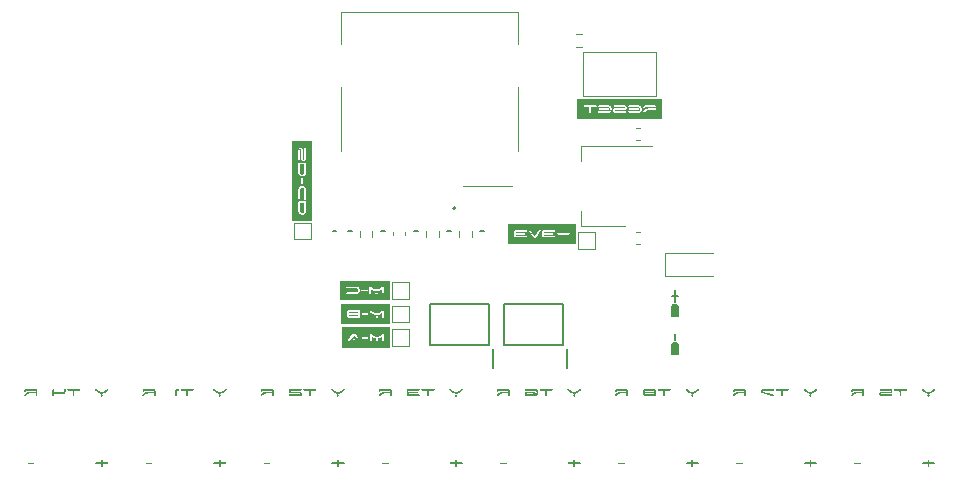
<source format=gbr>
%TF.GenerationSoftware,KiCad,Pcbnew,(7.0.0)*%
%TF.CreationDate,2024-08-27T08:05:48+05:30*%
%TF.ProjectId,Temperature Thing With Thermocouple 3V3,54656d70-6572-4617-9475-726520546869,v2.0.1*%
%TF.SameCoordinates,Original*%
%TF.FileFunction,Legend,Bot*%
%TF.FilePolarity,Positive*%
%FSLAX46Y46*%
G04 Gerber Fmt 4.6, Leading zero omitted, Abs format (unit mm)*
G04 Created by KiCad (PCBNEW (7.0.0)) date 2024-08-27 08:05:48*
%MOMM*%
%LPD*%
G01*
G04 APERTURE LIST*
%ADD10C,0.250000*%
%ADD11C,0.120000*%
%ADD12C,0.200000*%
%ADD13C,0.100000*%
G04 APERTURE END LIST*
D10*
G36*
X167085484Y-113243053D02*
G01*
X167084816Y-113231062D01*
X167082812Y-113219668D01*
X167079473Y-113208870D01*
X167074798Y-113198669D01*
X167068787Y-113189064D01*
X167061441Y-113180055D01*
X167058128Y-113176618D01*
X167049294Y-113168738D01*
X167039886Y-113162193D01*
X167029907Y-113156984D01*
X167019355Y-113153110D01*
X167008230Y-113150572D01*
X166996533Y-113149370D01*
X166991694Y-113149263D01*
X166979704Y-113149931D01*
X166968310Y-113151935D01*
X166957512Y-113155274D01*
X166947311Y-113159949D01*
X166937706Y-113165960D01*
X166928697Y-113173306D01*
X166925260Y-113176618D01*
X166917380Y-113185389D01*
X166910835Y-113194755D01*
X166905625Y-113204718D01*
X166901752Y-113215278D01*
X166899214Y-113226433D01*
X166898012Y-113238185D01*
X166897905Y-113243053D01*
X166898573Y-113255049D01*
X166900576Y-113266461D01*
X166903916Y-113277288D01*
X166908591Y-113287531D01*
X166914601Y-113297190D01*
X166921948Y-113306265D01*
X166925260Y-113309731D01*
X166934031Y-113317541D01*
X166943397Y-113324028D01*
X166953360Y-113329190D01*
X166963919Y-113333029D01*
X166975075Y-113335544D01*
X166986827Y-113336736D01*
X166991694Y-113336842D01*
X167003620Y-113336180D01*
X167014974Y-113334194D01*
X167025755Y-113330885D01*
X167035963Y-113326252D01*
X167045599Y-113320295D01*
X167054663Y-113313014D01*
X167058128Y-113309731D01*
X167066009Y-113300890D01*
X167072554Y-113291465D01*
X167077763Y-113281456D01*
X167081637Y-113270862D01*
X167084175Y-113259684D01*
X167085377Y-113247921D01*
X167085484Y-113243053D01*
G37*
G36*
X166998045Y-112930422D02*
G01*
X166988038Y-112930379D01*
X166978258Y-112930250D01*
X166965573Y-112929945D01*
X166953292Y-112929487D01*
X166941416Y-112928876D01*
X166929944Y-112928113D01*
X166918877Y-112927197D01*
X166908214Y-112926128D01*
X166903034Y-112925537D01*
X166892631Y-112923984D01*
X166882060Y-112921888D01*
X166871321Y-112919251D01*
X166860414Y-112916072D01*
X166849339Y-112912352D01*
X166838096Y-112908089D01*
X166826685Y-112903284D01*
X166815107Y-112897937D01*
X166806237Y-112893520D01*
X166797123Y-112888695D01*
X166787765Y-112883462D01*
X166778161Y-112877822D01*
X166768313Y-112871773D01*
X166758220Y-112865317D01*
X166747882Y-112858452D01*
X166737300Y-112851180D01*
X166726473Y-112843500D01*
X166715401Y-112835412D01*
X166707884Y-112829794D01*
X166696263Y-112820912D01*
X166688222Y-112814638D01*
X166679946Y-112808082D01*
X166671436Y-112801243D01*
X166662691Y-112794122D01*
X166653711Y-112786718D01*
X166644497Y-112779032D01*
X166635047Y-112771064D01*
X166625364Y-112762813D01*
X166615445Y-112754280D01*
X166605292Y-112745464D01*
X166594904Y-112736366D01*
X166584281Y-112726986D01*
X166573424Y-112717323D01*
X166562332Y-112707377D01*
X166556698Y-112702299D01*
X166548519Y-112695966D01*
X166538673Y-112689784D01*
X166528793Y-112685147D01*
X166518878Y-112682056D01*
X166508929Y-112680510D01*
X166503941Y-112680317D01*
X166492553Y-112681098D01*
X166481834Y-112683443D01*
X166471784Y-112687349D01*
X166462405Y-112692819D01*
X166453695Y-112699852D01*
X166450941Y-112702543D01*
X166443470Y-112711130D01*
X166437545Y-112720403D01*
X166433166Y-112730364D01*
X166430333Y-112741011D01*
X166429045Y-112752346D01*
X166428959Y-112756277D01*
X166429794Y-112767077D01*
X166432298Y-112777495D01*
X166435980Y-112786545D01*
X166437507Y-112789494D01*
X166443208Y-112798681D01*
X166449624Y-112807010D01*
X166456756Y-112814481D01*
X166458268Y-112815872D01*
X166469246Y-112825716D01*
X166480078Y-112835343D01*
X166490763Y-112844752D01*
X166501300Y-112853943D01*
X166511691Y-112862917D01*
X166521935Y-112871674D01*
X166532032Y-112880213D01*
X166541982Y-112888534D01*
X166551785Y-112896638D01*
X166561441Y-112904524D01*
X166570951Y-112912193D01*
X166580313Y-112919644D01*
X166589528Y-112926878D01*
X166598597Y-112933895D01*
X166607518Y-112940693D01*
X166616293Y-112947274D01*
X166624966Y-112953665D01*
X166633585Y-112959891D01*
X166642147Y-112965953D01*
X166650655Y-112971851D01*
X166659107Y-112977585D01*
X166667504Y-112983155D01*
X166675845Y-112988561D01*
X166684131Y-112993803D01*
X166696457Y-113001358D01*
X166708658Y-113008543D01*
X166720734Y-113015360D01*
X166732686Y-113021807D01*
X166744514Y-113027885D01*
X166748428Y-113029829D01*
X166760085Y-113035444D01*
X166771698Y-113040751D01*
X166783269Y-113045748D01*
X166794796Y-113050437D01*
X166806281Y-113054816D01*
X166817723Y-113058886D01*
X166829122Y-113062647D01*
X166840477Y-113066099D01*
X166851790Y-113069241D01*
X166863060Y-113072075D01*
X166870550Y-113073792D01*
X166881797Y-113076106D01*
X166893190Y-113078191D01*
X166904729Y-113080050D01*
X166916414Y-113081681D01*
X166928245Y-113083084D01*
X166940222Y-113084259D01*
X166952345Y-113085207D01*
X166964614Y-113085928D01*
X166977029Y-113086421D01*
X166989590Y-113086687D01*
X166998045Y-113086737D01*
X167011497Y-113086630D01*
X167024743Y-113086308D01*
X167037784Y-113085771D01*
X167050618Y-113085020D01*
X167063246Y-113084054D01*
X167075668Y-113082873D01*
X167087884Y-113081478D01*
X167099894Y-113079868D01*
X167111698Y-113078043D01*
X167123295Y-113076004D01*
X167130913Y-113074525D01*
X167142231Y-113072022D01*
X167153561Y-113069184D01*
X167164905Y-113066011D01*
X167176262Y-113062504D01*
X167187631Y-113058661D01*
X167199014Y-113054484D01*
X167210409Y-113049971D01*
X167221817Y-113045124D01*
X167233238Y-113039942D01*
X167244672Y-113034425D01*
X167252301Y-113030561D01*
X167263777Y-113024475D01*
X167275400Y-113018033D01*
X167287168Y-113011235D01*
X167299082Y-113004080D01*
X167311141Y-112996569D01*
X167323347Y-112988701D01*
X167331566Y-112983258D01*
X167339849Y-112977657D01*
X167348197Y-112971897D01*
X167356610Y-112965979D01*
X167365088Y-112959903D01*
X167373631Y-112953668D01*
X167382239Y-112947274D01*
X167390929Y-112940693D01*
X167399782Y-112933895D01*
X167408797Y-112926878D01*
X167417974Y-112919644D01*
X167427314Y-112912193D01*
X167436815Y-112904524D01*
X167446479Y-112896638D01*
X167456305Y-112888534D01*
X167466293Y-112880213D01*
X167476444Y-112871674D01*
X167486756Y-112862917D01*
X167497231Y-112853943D01*
X167507868Y-112844752D01*
X167518667Y-112835343D01*
X167529629Y-112825716D01*
X167540752Y-112815872D01*
X167548027Y-112808573D01*
X167554586Y-112800416D01*
X167560430Y-112791400D01*
X167561513Y-112789494D01*
X167565645Y-112780546D01*
X167568650Y-112770242D01*
X167569986Y-112759557D01*
X167570061Y-112756277D01*
X167569297Y-112744713D01*
X167567004Y-112733837D01*
X167563183Y-112723647D01*
X167557834Y-112714145D01*
X167550956Y-112705329D01*
X167548324Y-112702543D01*
X167539754Y-112694990D01*
X167530532Y-112688999D01*
X167520657Y-112684571D01*
X167510130Y-112681706D01*
X167498950Y-112680404D01*
X167495079Y-112680317D01*
X167484597Y-112681096D01*
X167474981Y-112683434D01*
X167466991Y-112686912D01*
X167457717Y-112692018D01*
X167449337Y-112697302D01*
X167442567Y-112702055D01*
X167431505Y-112711993D01*
X167420669Y-112721659D01*
X167410057Y-112731052D01*
X167399671Y-112740172D01*
X167389511Y-112749019D01*
X167379575Y-112757593D01*
X167369864Y-112765895D01*
X167360379Y-112773923D01*
X167351119Y-112781679D01*
X167342084Y-112789162D01*
X167333274Y-112796371D01*
X167324689Y-112803309D01*
X167316329Y-112809973D01*
X167308195Y-112816364D01*
X167300286Y-112822483D01*
X167292601Y-112828328D01*
X167281360Y-112836647D01*
X167270351Y-112844566D01*
X167259573Y-112852085D01*
X167249027Y-112859206D01*
X167238713Y-112865927D01*
X167228631Y-112872249D01*
X167218780Y-112878172D01*
X167209162Y-112883695D01*
X167199775Y-112888819D01*
X167190621Y-112893544D01*
X167184646Y-112896472D01*
X167172877Y-112901830D01*
X167161260Y-112906669D01*
X167149796Y-112910989D01*
X167138484Y-112914790D01*
X167127325Y-112918072D01*
X167116319Y-112920835D01*
X167105466Y-112923079D01*
X167094765Y-112924804D01*
X167083957Y-112926121D01*
X167072783Y-112927262D01*
X167061242Y-112928227D01*
X167049336Y-112929017D01*
X167037062Y-112929632D01*
X167024423Y-112930071D01*
X167011417Y-112930334D01*
X167001422Y-112930416D01*
X166998045Y-112930422D01*
G37*
G36*
X177085484Y-113243053D02*
G01*
X177084816Y-113231062D01*
X177082812Y-113219668D01*
X177079473Y-113208870D01*
X177074798Y-113198669D01*
X177068787Y-113189064D01*
X177061441Y-113180055D01*
X177058128Y-113176618D01*
X177049294Y-113168738D01*
X177039886Y-113162193D01*
X177029907Y-113156984D01*
X177019355Y-113153110D01*
X177008230Y-113150572D01*
X176996533Y-113149370D01*
X176991694Y-113149263D01*
X176979704Y-113149931D01*
X176968310Y-113151935D01*
X176957512Y-113155274D01*
X176947311Y-113159949D01*
X176937706Y-113165960D01*
X176928697Y-113173306D01*
X176925260Y-113176618D01*
X176917380Y-113185389D01*
X176910835Y-113194755D01*
X176905625Y-113204718D01*
X176901752Y-113215278D01*
X176899214Y-113226433D01*
X176898012Y-113238185D01*
X176897905Y-113243053D01*
X176898573Y-113255049D01*
X176900576Y-113266461D01*
X176903916Y-113277288D01*
X176908591Y-113287531D01*
X176914601Y-113297190D01*
X176921948Y-113306265D01*
X176925260Y-113309731D01*
X176934031Y-113317541D01*
X176943397Y-113324028D01*
X176953360Y-113329190D01*
X176963919Y-113333029D01*
X176975075Y-113335544D01*
X176986827Y-113336736D01*
X176991694Y-113336842D01*
X177003620Y-113336180D01*
X177014974Y-113334194D01*
X177025755Y-113330885D01*
X177035963Y-113326252D01*
X177045599Y-113320295D01*
X177054663Y-113313014D01*
X177058128Y-113309731D01*
X177066009Y-113300890D01*
X177072554Y-113291465D01*
X177077763Y-113281456D01*
X177081637Y-113270862D01*
X177084175Y-113259684D01*
X177085377Y-113247921D01*
X177085484Y-113243053D01*
G37*
G36*
X176998045Y-112930422D02*
G01*
X176988038Y-112930379D01*
X176978258Y-112930250D01*
X176965573Y-112929945D01*
X176953292Y-112929487D01*
X176941416Y-112928876D01*
X176929944Y-112928113D01*
X176918877Y-112927197D01*
X176908214Y-112926128D01*
X176903034Y-112925537D01*
X176892631Y-112923984D01*
X176882060Y-112921888D01*
X176871321Y-112919251D01*
X176860414Y-112916072D01*
X176849339Y-112912352D01*
X176838096Y-112908089D01*
X176826685Y-112903284D01*
X176815107Y-112897937D01*
X176806237Y-112893520D01*
X176797123Y-112888695D01*
X176787765Y-112883462D01*
X176778161Y-112877822D01*
X176768313Y-112871773D01*
X176758220Y-112865317D01*
X176747882Y-112858452D01*
X176737300Y-112851180D01*
X176726473Y-112843500D01*
X176715401Y-112835412D01*
X176707884Y-112829794D01*
X176696263Y-112820912D01*
X176688222Y-112814638D01*
X176679946Y-112808082D01*
X176671436Y-112801243D01*
X176662691Y-112794122D01*
X176653711Y-112786718D01*
X176644497Y-112779032D01*
X176635047Y-112771064D01*
X176625364Y-112762813D01*
X176615445Y-112754280D01*
X176605292Y-112745464D01*
X176594904Y-112736366D01*
X176584281Y-112726986D01*
X176573424Y-112717323D01*
X176562332Y-112707377D01*
X176556698Y-112702299D01*
X176548519Y-112695966D01*
X176538673Y-112689784D01*
X176528793Y-112685147D01*
X176518878Y-112682056D01*
X176508929Y-112680510D01*
X176503941Y-112680317D01*
X176492553Y-112681098D01*
X176481834Y-112683443D01*
X176471784Y-112687349D01*
X176462405Y-112692819D01*
X176453695Y-112699852D01*
X176450941Y-112702543D01*
X176443470Y-112711130D01*
X176437545Y-112720403D01*
X176433166Y-112730364D01*
X176430333Y-112741011D01*
X176429045Y-112752346D01*
X176428959Y-112756277D01*
X176429794Y-112767077D01*
X176432298Y-112777495D01*
X176435980Y-112786545D01*
X176437507Y-112789494D01*
X176443208Y-112798681D01*
X176449624Y-112807010D01*
X176456756Y-112814481D01*
X176458268Y-112815872D01*
X176469246Y-112825716D01*
X176480078Y-112835343D01*
X176490763Y-112844752D01*
X176501300Y-112853943D01*
X176511691Y-112862917D01*
X176521935Y-112871674D01*
X176532032Y-112880213D01*
X176541982Y-112888534D01*
X176551785Y-112896638D01*
X176561441Y-112904524D01*
X176570951Y-112912193D01*
X176580313Y-112919644D01*
X176589528Y-112926878D01*
X176598597Y-112933895D01*
X176607518Y-112940693D01*
X176616293Y-112947274D01*
X176624966Y-112953665D01*
X176633585Y-112959891D01*
X176642147Y-112965953D01*
X176650655Y-112971851D01*
X176659107Y-112977585D01*
X176667504Y-112983155D01*
X176675845Y-112988561D01*
X176684131Y-112993803D01*
X176696457Y-113001358D01*
X176708658Y-113008543D01*
X176720734Y-113015360D01*
X176732686Y-113021807D01*
X176744514Y-113027885D01*
X176748428Y-113029829D01*
X176760085Y-113035444D01*
X176771698Y-113040751D01*
X176783269Y-113045748D01*
X176794796Y-113050437D01*
X176806281Y-113054816D01*
X176817723Y-113058886D01*
X176829122Y-113062647D01*
X176840477Y-113066099D01*
X176851790Y-113069241D01*
X176863060Y-113072075D01*
X176870550Y-113073792D01*
X176881797Y-113076106D01*
X176893190Y-113078191D01*
X176904729Y-113080050D01*
X176916414Y-113081681D01*
X176928245Y-113083084D01*
X176940222Y-113084259D01*
X176952345Y-113085207D01*
X176964614Y-113085928D01*
X176977029Y-113086421D01*
X176989590Y-113086687D01*
X176998045Y-113086737D01*
X177011497Y-113086630D01*
X177024743Y-113086308D01*
X177037784Y-113085771D01*
X177050618Y-113085020D01*
X177063246Y-113084054D01*
X177075668Y-113082873D01*
X177087884Y-113081478D01*
X177099894Y-113079868D01*
X177111698Y-113078043D01*
X177123295Y-113076004D01*
X177130913Y-113074525D01*
X177142231Y-113072022D01*
X177153561Y-113069184D01*
X177164905Y-113066011D01*
X177176262Y-113062504D01*
X177187631Y-113058661D01*
X177199014Y-113054484D01*
X177210409Y-113049971D01*
X177221817Y-113045124D01*
X177233238Y-113039942D01*
X177244672Y-113034425D01*
X177252301Y-113030561D01*
X177263777Y-113024475D01*
X177275400Y-113018033D01*
X177287168Y-113011235D01*
X177299082Y-113004080D01*
X177311141Y-112996569D01*
X177323347Y-112988701D01*
X177331566Y-112983258D01*
X177339849Y-112977657D01*
X177348197Y-112971897D01*
X177356610Y-112965979D01*
X177365088Y-112959903D01*
X177373631Y-112953668D01*
X177382239Y-112947274D01*
X177390929Y-112940693D01*
X177399782Y-112933895D01*
X177408797Y-112926878D01*
X177417974Y-112919644D01*
X177427314Y-112912193D01*
X177436815Y-112904524D01*
X177446479Y-112896638D01*
X177456305Y-112888534D01*
X177466293Y-112880213D01*
X177476444Y-112871674D01*
X177486756Y-112862917D01*
X177497231Y-112853943D01*
X177507868Y-112844752D01*
X177518667Y-112835343D01*
X177529629Y-112825716D01*
X177540752Y-112815872D01*
X177548027Y-112808573D01*
X177554586Y-112800416D01*
X177560430Y-112791400D01*
X177561513Y-112789494D01*
X177565645Y-112780546D01*
X177568650Y-112770242D01*
X177569986Y-112759557D01*
X177570061Y-112756277D01*
X177569297Y-112744713D01*
X177567004Y-112733837D01*
X177563183Y-112723647D01*
X177557834Y-112714145D01*
X177550956Y-112705329D01*
X177548324Y-112702543D01*
X177539754Y-112694990D01*
X177530532Y-112688999D01*
X177520657Y-112684571D01*
X177510130Y-112681706D01*
X177498950Y-112680404D01*
X177495079Y-112680317D01*
X177484597Y-112681096D01*
X177474981Y-112683434D01*
X177466991Y-112686912D01*
X177457717Y-112692018D01*
X177449337Y-112697302D01*
X177442567Y-112702055D01*
X177431505Y-112711993D01*
X177420669Y-112721659D01*
X177410057Y-112731052D01*
X177399671Y-112740172D01*
X177389511Y-112749019D01*
X177379575Y-112757593D01*
X177369864Y-112765895D01*
X177360379Y-112773923D01*
X177351119Y-112781679D01*
X177342084Y-112789162D01*
X177333274Y-112796371D01*
X177324689Y-112803309D01*
X177316329Y-112809973D01*
X177308195Y-112816364D01*
X177300286Y-112822483D01*
X177292601Y-112828328D01*
X177281360Y-112836647D01*
X177270351Y-112844566D01*
X177259573Y-112852085D01*
X177249027Y-112859206D01*
X177238713Y-112865927D01*
X177228631Y-112872249D01*
X177218780Y-112878172D01*
X177209162Y-112883695D01*
X177199775Y-112888819D01*
X177190621Y-112893544D01*
X177184646Y-112896472D01*
X177172877Y-112901830D01*
X177161260Y-112906669D01*
X177149796Y-112910989D01*
X177138484Y-112914790D01*
X177127325Y-112918072D01*
X177116319Y-112920835D01*
X177105466Y-112923079D01*
X177094765Y-112924804D01*
X177083957Y-112926121D01*
X177072783Y-112927262D01*
X177061242Y-112928227D01*
X177049336Y-112929017D01*
X177037062Y-112929632D01*
X177024423Y-112930071D01*
X177011417Y-112930334D01*
X177001422Y-112930416D01*
X176998045Y-112930422D01*
G37*
G36*
X170794102Y-118921385D02*
G01*
X170782714Y-118922149D01*
X170771995Y-118924442D01*
X170761945Y-118928263D01*
X170752566Y-118933612D01*
X170743856Y-118940490D01*
X170741102Y-118943122D01*
X170733631Y-118951609D01*
X170727706Y-118960765D01*
X170723327Y-118970591D01*
X170720494Y-118981087D01*
X170719206Y-118992252D01*
X170719120Y-118996123D01*
X170719893Y-119007520D01*
X170722211Y-119018265D01*
X170726075Y-119028357D01*
X170731485Y-119037797D01*
X170738440Y-119046584D01*
X170741102Y-119049368D01*
X170749663Y-119056755D01*
X170758859Y-119062614D01*
X170768691Y-119066945D01*
X170779158Y-119069747D01*
X170790260Y-119071021D01*
X170794102Y-119071106D01*
X171213223Y-119071106D01*
X171223564Y-119069214D01*
X171233339Y-119066102D01*
X171242547Y-119061772D01*
X171251188Y-119056222D01*
X171259262Y-119049453D01*
X171261827Y-119046926D01*
X171268634Y-119038740D01*
X171274032Y-119029935D01*
X171278022Y-119020513D01*
X171280604Y-119010472D01*
X171281777Y-118999813D01*
X171281855Y-118996123D01*
X171281091Y-118984734D01*
X171278798Y-118974015D01*
X171274977Y-118963966D01*
X171269628Y-118954586D01*
X171262750Y-118945877D01*
X171260118Y-118943122D01*
X171251557Y-118935735D01*
X171242360Y-118929876D01*
X171232529Y-118925545D01*
X171222062Y-118922743D01*
X171210959Y-118921470D01*
X171207117Y-118921385D01*
X170794102Y-118921385D01*
G37*
G36*
X124130858Y-97650872D02*
G01*
X124130598Y-97662088D01*
X124129820Y-97672778D01*
X124128522Y-97682940D01*
X124126706Y-97692577D01*
X124123705Y-97703881D01*
X124119894Y-97714363D01*
X124115271Y-97724022D01*
X124114249Y-97725855D01*
X124108886Y-97734704D01*
X124103177Y-97742933D01*
X124095870Y-97751989D01*
X124088065Y-97760152D01*
X124079761Y-97767422D01*
X124073949Y-97771772D01*
X124064802Y-97777706D01*
X124055310Y-97782866D01*
X124045476Y-97787254D01*
X124035298Y-97790869D01*
X124024776Y-97793711D01*
X124021193Y-97794487D01*
X124010540Y-97796562D01*
X124000196Y-97798208D01*
X123990161Y-97799424D01*
X123978844Y-97800301D01*
X123967948Y-97800593D01*
X123956957Y-97800301D01*
X123945568Y-97799424D01*
X123935490Y-97798208D01*
X123925120Y-97796562D01*
X123914459Y-97794487D01*
X123903831Y-97791902D01*
X123893564Y-97788545D01*
X123883658Y-97784415D01*
X123874113Y-97779512D01*
X123864928Y-97773836D01*
X123861946Y-97771772D01*
X123853237Y-97765098D01*
X123845059Y-97757530D01*
X123837414Y-97749069D01*
X123830302Y-97739715D01*
X123824781Y-97731239D01*
X123821646Y-97725855D01*
X123816862Y-97716360D01*
X123812888Y-97706043D01*
X123809725Y-97694903D01*
X123807373Y-97682940D01*
X123806076Y-97672778D01*
X123805297Y-97662088D01*
X123805038Y-97650872D01*
X123805038Y-96935485D01*
X124130858Y-96935485D01*
X124130858Y-97650872D01*
G37*
G36*
X124130858Y-94400488D02*
G01*
X124130598Y-94411704D01*
X124129820Y-94422394D01*
X124128522Y-94432557D01*
X124126706Y-94442193D01*
X124123705Y-94453497D01*
X124119894Y-94463979D01*
X124115271Y-94473638D01*
X124114249Y-94475471D01*
X124108886Y-94484320D01*
X124103177Y-94492549D01*
X124095870Y-94501605D01*
X124088065Y-94509768D01*
X124079761Y-94517038D01*
X124073949Y-94521389D01*
X124064802Y-94527322D01*
X124055310Y-94532483D01*
X124045476Y-94536870D01*
X124035298Y-94540485D01*
X124024776Y-94543327D01*
X124021193Y-94544103D01*
X124010540Y-94546178D01*
X124000196Y-94547824D01*
X123990161Y-94549040D01*
X123978844Y-94549917D01*
X123967948Y-94550209D01*
X123956957Y-94549917D01*
X123945568Y-94549040D01*
X123935490Y-94547824D01*
X123925120Y-94546178D01*
X123914459Y-94544103D01*
X123903831Y-94541519D01*
X123893564Y-94538161D01*
X123883658Y-94534031D01*
X123874113Y-94529128D01*
X123864928Y-94523452D01*
X123861946Y-94521389D01*
X123853237Y-94514714D01*
X123845059Y-94507146D01*
X123837414Y-94498685D01*
X123830302Y-94489332D01*
X123824781Y-94480855D01*
X123821646Y-94475471D01*
X123816862Y-94465977D01*
X123812888Y-94455660D01*
X123809725Y-94444520D01*
X123807373Y-94432557D01*
X123806076Y-94422394D01*
X123805297Y-94411704D01*
X123805038Y-94400488D01*
X123805038Y-93685101D01*
X124130858Y-93685101D01*
X124130858Y-94400488D01*
G37*
G36*
X124798436Y-98464264D02*
G01*
X123137460Y-98464264D01*
X123137460Y-97680914D01*
X123655317Y-97680914D01*
X123655575Y-97692520D01*
X123656347Y-97703889D01*
X123657635Y-97715022D01*
X123659439Y-97725920D01*
X123661757Y-97736581D01*
X123664591Y-97747006D01*
X123667939Y-97757194D01*
X123671803Y-97767147D01*
X123676183Y-97776864D01*
X123681077Y-97786344D01*
X123684626Y-97792533D01*
X123690220Y-97801653D01*
X123696101Y-97810511D01*
X123702270Y-97819107D01*
X123708726Y-97827441D01*
X123715470Y-97835513D01*
X123722502Y-97843323D01*
X123729821Y-97850871D01*
X123737428Y-97858158D01*
X123745323Y-97865183D01*
X123753506Y-97871945D01*
X123759120Y-97876308D01*
X123767680Y-97882619D01*
X123776417Y-97888639D01*
X123785329Y-97894366D01*
X123794417Y-97899801D01*
X123803681Y-97904945D01*
X123813122Y-97909796D01*
X123822738Y-97914356D01*
X123832530Y-97918623D01*
X123842499Y-97922599D01*
X123852643Y-97926283D01*
X123859504Y-97928576D01*
X123869850Y-97931763D01*
X123880186Y-97934636D01*
X123890515Y-97937195D01*
X123900835Y-97939441D01*
X123911146Y-97941374D01*
X123921448Y-97942993D01*
X123931742Y-97944299D01*
X123942028Y-97945292D01*
X123952304Y-97945971D01*
X123962573Y-97946336D01*
X123969413Y-97946406D01*
X123979410Y-97946256D01*
X123989432Y-97945805D01*
X123999480Y-97945054D01*
X124009553Y-97944002D01*
X124019652Y-97942649D01*
X124029778Y-97940996D01*
X124039928Y-97939043D01*
X124050105Y-97936789D01*
X124060307Y-97934234D01*
X124070536Y-97931379D01*
X124077369Y-97929309D01*
X124087495Y-97925968D01*
X124097450Y-97922357D01*
X124107233Y-97918475D01*
X124116844Y-97914322D01*
X124126284Y-97909900D01*
X124135552Y-97905206D01*
X124144648Y-97900242D01*
X124153572Y-97895008D01*
X124162325Y-97889503D01*
X124170906Y-97883728D01*
X124176531Y-97879728D01*
X124184737Y-97873558D01*
X124192686Y-97867140D01*
X124200376Y-97860472D01*
X124207810Y-97853556D01*
X124214985Y-97846390D01*
X124221903Y-97838975D01*
X124228564Y-97831312D01*
X124234966Y-97823399D01*
X124241112Y-97815238D01*
X124246999Y-97806827D01*
X124250781Y-97801081D01*
X124256106Y-97792264D01*
X124260908Y-97783216D01*
X124265185Y-97773935D01*
X124268939Y-97764422D01*
X124272169Y-97754678D01*
X124274875Y-97744701D01*
X124277058Y-97734493D01*
X124278716Y-97724053D01*
X124279851Y-97713382D01*
X124280462Y-97702478D01*
X124280579Y-97695080D01*
X124280579Y-96864654D01*
X124279814Y-96853257D01*
X124277522Y-96842512D01*
X124273701Y-96832420D01*
X124268351Y-96822980D01*
X124261473Y-96814193D01*
X124258841Y-96811409D01*
X124250272Y-96804022D01*
X124241050Y-96798163D01*
X124231175Y-96793833D01*
X124220648Y-96791030D01*
X124209468Y-96789757D01*
X124205596Y-96789672D01*
X123730300Y-96789672D01*
X123718911Y-96790436D01*
X123708192Y-96792729D01*
X123698143Y-96796550D01*
X123688763Y-96801899D01*
X123680053Y-96808777D01*
X123677299Y-96811409D01*
X123669828Y-96819979D01*
X123663904Y-96829201D01*
X123659524Y-96839076D01*
X123656691Y-96849603D01*
X123655403Y-96860783D01*
X123655317Y-96864654D01*
X123655317Y-96935485D01*
X123655317Y-97680914D01*
X123137460Y-97680914D01*
X123137460Y-96590614D01*
X123655317Y-96590614D01*
X123656090Y-96602003D01*
X123658408Y-96612722D01*
X123662272Y-96622771D01*
X123667682Y-96632150D01*
X123674637Y-96640860D01*
X123677299Y-96643615D01*
X123685777Y-96651085D01*
X123694907Y-96657010D01*
X123704690Y-96661389D01*
X123715126Y-96664223D01*
X123726214Y-96665511D01*
X123730055Y-96665596D01*
X123741453Y-96664824D01*
X123752197Y-96662505D01*
X123762290Y-96658641D01*
X123771729Y-96653232D01*
X123780516Y-96646276D01*
X123783300Y-96643615D01*
X123790688Y-96635128D01*
X123796547Y-96625972D01*
X123800877Y-96616146D01*
X123803679Y-96605650D01*
X123804953Y-96594485D01*
X123805038Y-96590614D01*
X123805038Y-95803663D01*
X123805297Y-95792226D01*
X123806076Y-95781361D01*
X123807373Y-95771069D01*
X123809190Y-95761348D01*
X123812191Y-95750003D01*
X123816002Y-95739553D01*
X123820625Y-95729996D01*
X123821646Y-95728192D01*
X123826945Y-95719625D01*
X123832613Y-95711630D01*
X123839904Y-95702791D01*
X123847726Y-95694777D01*
X123856081Y-95687587D01*
X123861946Y-95683252D01*
X123871011Y-95677393D01*
X123880436Y-95672272D01*
X123890222Y-95667890D01*
X123900369Y-95664247D01*
X123910876Y-95661341D01*
X123914459Y-95660537D01*
X123925120Y-95658545D01*
X123935490Y-95656965D01*
X123945568Y-95655797D01*
X123955354Y-95655042D01*
X123966402Y-95654681D01*
X123967948Y-95654675D01*
X123978844Y-95654956D01*
X123990161Y-95655797D01*
X124000196Y-95656965D01*
X124010540Y-95658545D01*
X124021193Y-95660537D01*
X124031829Y-95663196D01*
X124042121Y-95666594D01*
X124052070Y-95670730D01*
X124061676Y-95675604D01*
X124070938Y-95681217D01*
X124073949Y-95683252D01*
X124082585Y-95689892D01*
X124090722Y-95697357D01*
X124098361Y-95705646D01*
X124105502Y-95714759D01*
X124111073Y-95722983D01*
X124114249Y-95728192D01*
X124119034Y-95737570D01*
X124123008Y-95747842D01*
X124126170Y-95759008D01*
X124128117Y-95768585D01*
X124129544Y-95778734D01*
X124130452Y-95789456D01*
X124130842Y-95800750D01*
X124130858Y-95803663D01*
X124130858Y-96590614D01*
X124131631Y-96602003D01*
X124133949Y-96612722D01*
X124137813Y-96622771D01*
X124143223Y-96632150D01*
X124150178Y-96640860D01*
X124152840Y-96643615D01*
X124161318Y-96651085D01*
X124170448Y-96657010D01*
X124180231Y-96661389D01*
X124190667Y-96664223D01*
X124201755Y-96665511D01*
X124205596Y-96665596D01*
X124216994Y-96664824D01*
X124227738Y-96662505D01*
X124237830Y-96658641D01*
X124247270Y-96653232D01*
X124256057Y-96646276D01*
X124258841Y-96643615D01*
X124266228Y-96635128D01*
X124272087Y-96625972D01*
X124276418Y-96616146D01*
X124279220Y-96605650D01*
X124280494Y-96594485D01*
X124280579Y-96590614D01*
X124280579Y-95760188D01*
X124280325Y-95749130D01*
X124279565Y-95738304D01*
X124278299Y-95727709D01*
X124276526Y-95717347D01*
X124274246Y-95707216D01*
X124271460Y-95697317D01*
X124268167Y-95687650D01*
X124264367Y-95678214D01*
X124260061Y-95669011D01*
X124255248Y-95660039D01*
X124251758Y-95654187D01*
X124246167Y-95645608D01*
X124240292Y-95637274D01*
X124234134Y-95629185D01*
X124227692Y-95621340D01*
X124220968Y-95613740D01*
X124213960Y-95606385D01*
X124206668Y-95599274D01*
X124199093Y-95592409D01*
X124191235Y-95585788D01*
X124183093Y-95579411D01*
X124177508Y-95575296D01*
X124168902Y-95569385D01*
X124160120Y-95563739D01*
X124151162Y-95558359D01*
X124142028Y-95553246D01*
X124132718Y-95548399D01*
X124123232Y-95543818D01*
X124113570Y-95539503D01*
X124103732Y-95535454D01*
X124093717Y-95531672D01*
X124083527Y-95528156D01*
X124076636Y-95525959D01*
X124066218Y-95522904D01*
X124055848Y-95520149D01*
X124045524Y-95517695D01*
X124035248Y-95515541D01*
X124025019Y-95513688D01*
X124014838Y-95512135D01*
X124004703Y-95510883D01*
X123994616Y-95509931D01*
X123984576Y-95509280D01*
X123974583Y-95508929D01*
X123967948Y-95508862D01*
X123957731Y-95509019D01*
X123947506Y-95509489D01*
X123937272Y-95510273D01*
X123927030Y-95511370D01*
X123916779Y-95512780D01*
X123906519Y-95514504D01*
X123896251Y-95516541D01*
X123885974Y-95518892D01*
X123875688Y-95521556D01*
X123865394Y-95524533D01*
X123858527Y-95526692D01*
X123848311Y-95530181D01*
X123838271Y-95533962D01*
X123828407Y-95538035D01*
X123818719Y-95542400D01*
X123809207Y-95547057D01*
X123799872Y-95552006D01*
X123790712Y-95557246D01*
X123781728Y-95562779D01*
X123772920Y-95568604D01*
X123764288Y-95574720D01*
X123758632Y-95578960D01*
X123750301Y-95585546D01*
X123742254Y-95592390D01*
X123734490Y-95599491D01*
X123727010Y-95606850D01*
X123719813Y-95614466D01*
X123712899Y-95622340D01*
X123706269Y-95630471D01*
X123699922Y-95638861D01*
X123693858Y-95647507D01*
X123688078Y-95656412D01*
X123684382Y-95662491D01*
X123679188Y-95671856D01*
X123674504Y-95681448D01*
X123670332Y-95691267D01*
X123666670Y-95701314D01*
X123663520Y-95711589D01*
X123660880Y-95722091D01*
X123658751Y-95732821D01*
X123657134Y-95743778D01*
X123656027Y-95754963D01*
X123655431Y-95766375D01*
X123655317Y-95774110D01*
X123655317Y-96590614D01*
X123137460Y-96590614D01*
X123137460Y-95307851D01*
X123896385Y-95307851D01*
X123897149Y-95319239D01*
X123899442Y-95329958D01*
X123903263Y-95340008D01*
X123908612Y-95349387D01*
X123915490Y-95358097D01*
X123918122Y-95360851D01*
X123926609Y-95368322D01*
X123935765Y-95374246D01*
X123945591Y-95378626D01*
X123956087Y-95381459D01*
X123967252Y-95382747D01*
X123971123Y-95382833D01*
X123982520Y-95382060D01*
X123993265Y-95379742D01*
X124003357Y-95375878D01*
X124012797Y-95370468D01*
X124021584Y-95363513D01*
X124024368Y-95360851D01*
X124031755Y-95352290D01*
X124037614Y-95343094D01*
X124041945Y-95333262D01*
X124044747Y-95322795D01*
X124046021Y-95311693D01*
X124046106Y-95307851D01*
X124046106Y-94888730D01*
X124044214Y-94878389D01*
X124041102Y-94868614D01*
X124036772Y-94859406D01*
X124031222Y-94850765D01*
X124024453Y-94842691D01*
X124021926Y-94840125D01*
X124013740Y-94833319D01*
X124004935Y-94827921D01*
X123995513Y-94823931D01*
X123985472Y-94821349D01*
X123974813Y-94820176D01*
X123971123Y-94820098D01*
X123959734Y-94820862D01*
X123949015Y-94823154D01*
X123938966Y-94826975D01*
X123929586Y-94832325D01*
X123920877Y-94839203D01*
X123918122Y-94841835D01*
X123910735Y-94850396D01*
X123904876Y-94859592D01*
X123900545Y-94869424D01*
X123897743Y-94879891D01*
X123896470Y-94890994D01*
X123896385Y-94894836D01*
X123896385Y-95307851D01*
X123137460Y-95307851D01*
X123137460Y-94430530D01*
X123655317Y-94430530D01*
X123655575Y-94442136D01*
X123656347Y-94453505D01*
X123657635Y-94464639D01*
X123659439Y-94475536D01*
X123661757Y-94486197D01*
X123664591Y-94496622D01*
X123667939Y-94506811D01*
X123671803Y-94516763D01*
X123676183Y-94526480D01*
X123681077Y-94535960D01*
X123684626Y-94542149D01*
X123690220Y-94551269D01*
X123696101Y-94560127D01*
X123702270Y-94568723D01*
X123708726Y-94577057D01*
X123715470Y-94585129D01*
X123722502Y-94592939D01*
X123729821Y-94600488D01*
X123737428Y-94607774D01*
X123745323Y-94614799D01*
X123753506Y-94621561D01*
X123759120Y-94625924D01*
X123767680Y-94632236D01*
X123776417Y-94638255D01*
X123785329Y-94643982D01*
X123794417Y-94649418D01*
X123803681Y-94654561D01*
X123813122Y-94659412D01*
X123822738Y-94663972D01*
X123832530Y-94668240D01*
X123842499Y-94672215D01*
X123852643Y-94675899D01*
X123859504Y-94678192D01*
X123869850Y-94681379D01*
X123880186Y-94684252D01*
X123890515Y-94686811D01*
X123900835Y-94689057D01*
X123911146Y-94690990D01*
X123921448Y-94692609D01*
X123931742Y-94693915D01*
X123942028Y-94694908D01*
X123952304Y-94695587D01*
X123962573Y-94695953D01*
X123969413Y-94696022D01*
X123979410Y-94695872D01*
X123989432Y-94695421D01*
X123999480Y-94694670D01*
X124009553Y-94693618D01*
X124019652Y-94692266D01*
X124029778Y-94690613D01*
X124039928Y-94688659D01*
X124050105Y-94686405D01*
X124060307Y-94683851D01*
X124070536Y-94680996D01*
X124077369Y-94678925D01*
X124087495Y-94675584D01*
X124097450Y-94671973D01*
X124107233Y-94668091D01*
X124116844Y-94663939D01*
X124126284Y-94659516D01*
X124135552Y-94654822D01*
X124144648Y-94649859D01*
X124153572Y-94644624D01*
X124162325Y-94639120D01*
X124170906Y-94633344D01*
X124176531Y-94629344D01*
X124184737Y-94623174D01*
X124192686Y-94616756D01*
X124200376Y-94610088D01*
X124207810Y-94603172D01*
X124214985Y-94596006D01*
X124221903Y-94588592D01*
X124228564Y-94580928D01*
X124234966Y-94573015D01*
X124241112Y-94564854D01*
X124246999Y-94556443D01*
X124250781Y-94550698D01*
X124256106Y-94541881D01*
X124260908Y-94532832D01*
X124265185Y-94523551D01*
X124268939Y-94514038D01*
X124272169Y-94504294D01*
X124274875Y-94494318D01*
X124277058Y-94484110D01*
X124278716Y-94473670D01*
X124279851Y-94462998D01*
X124280462Y-94452094D01*
X124280579Y-94444696D01*
X124280579Y-93614271D01*
X124279814Y-93602873D01*
X124277522Y-93592128D01*
X124273701Y-93582036D01*
X124268351Y-93572597D01*
X124261473Y-93563810D01*
X124258841Y-93561026D01*
X124250272Y-93553638D01*
X124241050Y-93547779D01*
X124231175Y-93543449D01*
X124220648Y-93540647D01*
X124209468Y-93539373D01*
X124205596Y-93539288D01*
X123730300Y-93539288D01*
X123718911Y-93540052D01*
X123708192Y-93542345D01*
X123698143Y-93546166D01*
X123688763Y-93551515D01*
X123680053Y-93558393D01*
X123677299Y-93561026D01*
X123669828Y-93569595D01*
X123663904Y-93578817D01*
X123659524Y-93588692D01*
X123656691Y-93599219D01*
X123655403Y-93610399D01*
X123655317Y-93614271D01*
X123655317Y-93685101D01*
X123655317Y-94430530D01*
X123137460Y-94430530D01*
X123137460Y-93299442D01*
X123655317Y-93299442D01*
X123656090Y-93310830D01*
X123658408Y-93321549D01*
X123662272Y-93331599D01*
X123667682Y-93340978D01*
X123674637Y-93349688D01*
X123677299Y-93352442D01*
X123685777Y-93359913D01*
X123694907Y-93365837D01*
X123704690Y-93370217D01*
X123715126Y-93373050D01*
X123726214Y-93374338D01*
X123730055Y-93374424D01*
X123741453Y-93373651D01*
X123752197Y-93371333D01*
X123762290Y-93367469D01*
X123771729Y-93362059D01*
X123780516Y-93355104D01*
X123783300Y-93352442D01*
X123790688Y-93343956D01*
X123796547Y-93334800D01*
X123800877Y-93324974D01*
X123803679Y-93314478D01*
X123804953Y-93303312D01*
X123805038Y-93299442D01*
X123805038Y-92445569D01*
X123806207Y-92434830D01*
X123809713Y-92424903D01*
X123815557Y-92415787D01*
X123817006Y-92414061D01*
X123824240Y-92407450D01*
X123833456Y-92402641D01*
X123843913Y-92400504D01*
X123847292Y-92400384D01*
X123857443Y-92401719D01*
X123866831Y-92405726D01*
X123874628Y-92411617D01*
X123877090Y-92414061D01*
X123883229Y-92422182D01*
X123887694Y-92431885D01*
X123889679Y-92442303D01*
X123889790Y-92445569D01*
X123889790Y-93220795D01*
X123890031Y-93230970D01*
X123890752Y-93240976D01*
X123891954Y-93250814D01*
X123893637Y-93260485D01*
X123896417Y-93272337D01*
X123899948Y-93283926D01*
X123904231Y-93295254D01*
X123905177Y-93297488D01*
X123910260Y-93308469D01*
X123915892Y-93318973D01*
X123922072Y-93329001D01*
X123928800Y-93338551D01*
X123936078Y-93347624D01*
X123943903Y-93356220D01*
X123947187Y-93359525D01*
X123955663Y-93367494D01*
X123964604Y-93374915D01*
X123974010Y-93381786D01*
X123983881Y-93388109D01*
X123994217Y-93393884D01*
X124005018Y-93399110D01*
X124009469Y-93401047D01*
X124020814Y-93405479D01*
X124032410Y-93409161D01*
X124044256Y-93412091D01*
X124053913Y-93413894D01*
X124063730Y-93415217D01*
X124073708Y-93416058D01*
X124083846Y-93416419D01*
X124086406Y-93416434D01*
X124096629Y-93416193D01*
X124106663Y-93415472D01*
X124116505Y-93414270D01*
X124126156Y-93412587D01*
X124137952Y-93409807D01*
X124149450Y-93406276D01*
X124160650Y-93401993D01*
X124162854Y-93401047D01*
X124173636Y-93396040D01*
X124184001Y-93390485D01*
X124193948Y-93384381D01*
X124203478Y-93377729D01*
X124212591Y-93370528D01*
X124221286Y-93362779D01*
X124224647Y-93359525D01*
X124232610Y-93351120D01*
X124240012Y-93342237D01*
X124246854Y-93332878D01*
X124253136Y-93323042D01*
X124258857Y-93312728D01*
X124264017Y-93301937D01*
X124265924Y-93297488D01*
X124270146Y-93286148D01*
X124273652Y-93274571D01*
X124276443Y-93262755D01*
X124278160Y-93253130D01*
X124279420Y-93243353D01*
X124280221Y-93233423D01*
X124280564Y-93223340D01*
X124280579Y-93220795D01*
X124280579Y-92371563D01*
X124279814Y-92360166D01*
X124277522Y-92349421D01*
X124273701Y-92339329D01*
X124268351Y-92329889D01*
X124261473Y-92321102D01*
X124258841Y-92318318D01*
X124250272Y-92310931D01*
X124241050Y-92305072D01*
X124231175Y-92300741D01*
X124220648Y-92297939D01*
X124209468Y-92296665D01*
X124205596Y-92296580D01*
X124194290Y-92297345D01*
X124183637Y-92299637D01*
X124173637Y-92303458D01*
X124164289Y-92308808D01*
X124155593Y-92315686D01*
X124152840Y-92318318D01*
X124145369Y-92326888D01*
X124139445Y-92336110D01*
X124135065Y-92345984D01*
X124132232Y-92356512D01*
X124130944Y-92367691D01*
X124130858Y-92371563D01*
X124130858Y-93226657D01*
X124129594Y-93237324D01*
X124125801Y-93247036D01*
X124119481Y-93255795D01*
X124117913Y-93257432D01*
X124110187Y-93263807D01*
X124100561Y-93268444D01*
X124090958Y-93270415D01*
X124086406Y-93270621D01*
X124075780Y-93269578D01*
X124066158Y-93266448D01*
X124057542Y-93261231D01*
X124053189Y-93257432D01*
X124046577Y-93249665D01*
X124041768Y-93240220D01*
X124039631Y-93229916D01*
X124039511Y-93226657D01*
X124039511Y-92448744D01*
X124039274Y-92438577D01*
X124038565Y-92428594D01*
X124037382Y-92418793D01*
X124035237Y-92406801D01*
X124032354Y-92395094D01*
X124028730Y-92383674D01*
X124024368Y-92372540D01*
X124019303Y-92361834D01*
X124013725Y-92351546D01*
X124007635Y-92341674D01*
X124001031Y-92332221D01*
X123993915Y-92323185D01*
X123986286Y-92314566D01*
X123983091Y-92311235D01*
X123974721Y-92303331D01*
X123965946Y-92295951D01*
X123956766Y-92289096D01*
X123947180Y-92282765D01*
X123937188Y-92276960D01*
X123926791Y-92271679D01*
X123922519Y-92269714D01*
X123911543Y-92265351D01*
X123900294Y-92261728D01*
X123888770Y-92258844D01*
X123876971Y-92256700D01*
X123864899Y-92255295D01*
X123855043Y-92254704D01*
X123847536Y-92254571D01*
X123837495Y-92254807D01*
X123827646Y-92255517D01*
X123815602Y-92257070D01*
X123803856Y-92259362D01*
X123792408Y-92262394D01*
X123781259Y-92266165D01*
X123772554Y-92269714D01*
X123761930Y-92274785D01*
X123751736Y-92280380D01*
X123741971Y-92286501D01*
X123732635Y-92293146D01*
X123723729Y-92300316D01*
X123715252Y-92308010D01*
X123711981Y-92311235D01*
X123704083Y-92319687D01*
X123696721Y-92328556D01*
X123689896Y-92337843D01*
X123683607Y-92347547D01*
X123677855Y-92357669D01*
X123672640Y-92368208D01*
X123670704Y-92372540D01*
X123666271Y-92383674D01*
X123662590Y-92395094D01*
X123659660Y-92406801D01*
X123657481Y-92418793D01*
X123656279Y-92428594D01*
X123655557Y-92438577D01*
X123655317Y-92448744D01*
X123655317Y-93299442D01*
X123137460Y-93299442D01*
X123137460Y-91736715D01*
X124798436Y-91736715D01*
X124798436Y-98464264D01*
G37*
G36*
X124138240Y-112680317D02*
G01*
X124126934Y-112681090D01*
X124116281Y-112683408D01*
X124106281Y-112687272D01*
X124096933Y-112692682D01*
X124088237Y-112699637D01*
X124085484Y-112702299D01*
X124078013Y-112710777D01*
X124072088Y-112719907D01*
X124067709Y-112729690D01*
X124064876Y-112740126D01*
X124063588Y-112751214D01*
X124063502Y-112755055D01*
X124064215Y-112765920D01*
X124066353Y-112776167D01*
X124069916Y-112785796D01*
X124074905Y-112794806D01*
X124081319Y-112803198D01*
X124083774Y-112805858D01*
X124091576Y-112813033D01*
X124099963Y-112818990D01*
X124108933Y-112823727D01*
X124118487Y-112827244D01*
X124128625Y-112829543D01*
X124132134Y-112830038D01*
X124412769Y-112830038D01*
X124424858Y-112830443D01*
X124436244Y-112831660D01*
X124446926Y-112833687D01*
X124456905Y-112836526D01*
X124466179Y-112840175D01*
X124476380Y-112845625D01*
X124477982Y-112846646D01*
X124487047Y-112853058D01*
X124495373Y-112860019D01*
X124502961Y-112867529D01*
X124509810Y-112875589D01*
X124515921Y-112884199D01*
X124517794Y-112887191D01*
X124522880Y-112896330D01*
X124527330Y-112905795D01*
X124531146Y-112915587D01*
X124534326Y-112925705D01*
X124536870Y-112936149D01*
X124537577Y-112939703D01*
X124539403Y-112950139D01*
X124540852Y-112960196D01*
X124542064Y-112971453D01*
X124542762Y-112982195D01*
X124542951Y-112990994D01*
X124542951Y-113230108D01*
X124543698Y-113241588D01*
X124545939Y-113252399D01*
X124549674Y-113262539D01*
X124554903Y-113272011D01*
X124561627Y-113280812D01*
X124564200Y-113283597D01*
X124572486Y-113291067D01*
X124581407Y-113296992D01*
X124590964Y-113301371D01*
X124601157Y-113304205D01*
X124611984Y-113305493D01*
X124615735Y-113305579D01*
X124626783Y-113304814D01*
X124637213Y-113302522D01*
X124647025Y-113298701D01*
X124656218Y-113293351D01*
X124664793Y-113286473D01*
X124667514Y-113283841D01*
X124674736Y-113275272D01*
X124680463Y-113266050D01*
X124684696Y-113256175D01*
X124687435Y-113245648D01*
X124688681Y-113234468D01*
X124688764Y-113230596D01*
X124688764Y-112992704D01*
X124688592Y-112981640D01*
X124688077Y-112970554D01*
X124687218Y-112959445D01*
X124686016Y-112948312D01*
X124684470Y-112937157D01*
X124682581Y-112925980D01*
X124680349Y-112914779D01*
X124677773Y-112903555D01*
X124674891Y-112892522D01*
X124671865Y-112882016D01*
X124668694Y-112872036D01*
X124665377Y-112862583D01*
X124661028Y-112851508D01*
X124656452Y-112841255D01*
X124651649Y-112831825D01*
X124650662Y-112830038D01*
X125098115Y-112830038D01*
X125109512Y-112829274D01*
X125120257Y-112826981D01*
X125130349Y-112823160D01*
X125139788Y-112817810D01*
X125148575Y-112810933D01*
X125151359Y-112808300D01*
X125158830Y-112799731D01*
X125164755Y-112790509D01*
X125169134Y-112780634D01*
X125171967Y-112770107D01*
X125173255Y-112758927D01*
X125173341Y-112755055D01*
X125172577Y-112743750D01*
X125170284Y-112733096D01*
X125166463Y-112723096D01*
X125161114Y-112713748D01*
X125154236Y-112705052D01*
X125151604Y-112702299D01*
X125143043Y-112694828D01*
X125133846Y-112688904D01*
X125124015Y-112684524D01*
X125113548Y-112681691D01*
X125102445Y-112680403D01*
X125098603Y-112680317D01*
X124138240Y-112680317D01*
G37*
G36*
X122901883Y-113155858D02*
G01*
X122890411Y-113156631D01*
X122879626Y-113158949D01*
X122869528Y-113162813D01*
X122860117Y-113168223D01*
X122851393Y-113175178D01*
X122848638Y-113177840D01*
X122841168Y-113186318D01*
X122835243Y-113195448D01*
X122830864Y-113205231D01*
X122828030Y-113215667D01*
X122826742Y-113226755D01*
X122826656Y-113230596D01*
X122827429Y-113241994D01*
X122829747Y-113252738D01*
X122833611Y-113262830D01*
X122839021Y-113272270D01*
X122845976Y-113281057D01*
X122848638Y-113283841D01*
X122857124Y-113291228D01*
X122866281Y-113297087D01*
X122876107Y-113301418D01*
X122886602Y-113304220D01*
X122897768Y-113305494D01*
X122901639Y-113305579D01*
X123861513Y-113305579D01*
X123872910Y-113304806D01*
X123883655Y-113302488D01*
X123893747Y-113298624D01*
X123903187Y-113293214D01*
X123911974Y-113286259D01*
X123914758Y-113283597D01*
X123922145Y-113274936D01*
X123928004Y-113265622D01*
X123932335Y-113255656D01*
X123935137Y-113245037D01*
X123936411Y-113233766D01*
X123936496Y-113229863D01*
X123936496Y-113094553D01*
X123936174Y-113083123D01*
X123935208Y-113071884D01*
X123933598Y-113060836D01*
X123931344Y-113049979D01*
X123928446Y-113039312D01*
X123924904Y-113028836D01*
X123923306Y-113024699D01*
X123918917Y-113014534D01*
X123913990Y-113004797D01*
X123908527Y-112995490D01*
X123902527Y-112986613D01*
X123895990Y-112978164D01*
X123888917Y-112970146D01*
X123885937Y-112967058D01*
X123878208Y-112959682D01*
X123870133Y-112952819D01*
X123861712Y-112946468D01*
X123852945Y-112940630D01*
X123843833Y-112935305D01*
X123834374Y-112930493D01*
X123830494Y-112928712D01*
X123820487Y-112924701D01*
X123810158Y-112921370D01*
X123799507Y-112918719D01*
X123788534Y-112916748D01*
X123777239Y-112915456D01*
X123765622Y-112914845D01*
X123760885Y-112914790D01*
X123017898Y-112914790D01*
X123008079Y-112913843D01*
X122997985Y-112910571D01*
X122988750Y-112904961D01*
X122986147Y-112902822D01*
X122979535Y-112895470D01*
X122974726Y-112886168D01*
X122972589Y-112875673D01*
X122972469Y-112872292D01*
X122973829Y-112862164D01*
X122977907Y-112852848D01*
X122984705Y-112844342D01*
X122986391Y-112842739D01*
X122994413Y-112836599D01*
X123004097Y-112832134D01*
X123014592Y-112830150D01*
X123017898Y-112830038D01*
X123861513Y-112830038D01*
X123872910Y-112829274D01*
X123883655Y-112826981D01*
X123893747Y-112823160D01*
X123903187Y-112817810D01*
X123911974Y-112810933D01*
X123914758Y-112808300D01*
X123922145Y-112799731D01*
X123928004Y-112790509D01*
X123932335Y-112780634D01*
X123935137Y-112770107D01*
X123936411Y-112758927D01*
X123936496Y-112755055D01*
X123935731Y-112743750D01*
X123933439Y-112733096D01*
X123929618Y-112723096D01*
X123924268Y-112713748D01*
X123917390Y-112705052D01*
X123914758Y-112702299D01*
X123906188Y-112694828D01*
X123896966Y-112688904D01*
X123887092Y-112684524D01*
X123876564Y-112681691D01*
X123865385Y-112680403D01*
X123861513Y-112680317D01*
X123023516Y-112680317D01*
X123013342Y-112680557D01*
X123003335Y-112681279D01*
X122993497Y-112682481D01*
X122983826Y-112684164D01*
X122971974Y-112686944D01*
X122960385Y-112690475D01*
X122949057Y-112694758D01*
X122946824Y-112695704D01*
X122935895Y-112700699D01*
X122925395Y-112706218D01*
X122915325Y-112712262D01*
X122905684Y-112718831D01*
X122896472Y-112725925D01*
X122887690Y-112733543D01*
X122884297Y-112736737D01*
X122876117Y-112745042D01*
X122868522Y-112753777D01*
X122861511Y-112762941D01*
X122855084Y-112772534D01*
X122849241Y-112782556D01*
X122843983Y-112793008D01*
X122842043Y-112797309D01*
X122837610Y-112808291D01*
X122833929Y-112819558D01*
X122830999Y-112831112D01*
X122828820Y-112842952D01*
X122827392Y-112855078D01*
X122826791Y-112864986D01*
X122826656Y-112872536D01*
X122826896Y-112882523D01*
X122827618Y-112892335D01*
X122829196Y-112904353D01*
X122831525Y-112916096D01*
X122834605Y-112927565D01*
X122838437Y-112938760D01*
X122842043Y-112947519D01*
X122847068Y-112958142D01*
X122852677Y-112968337D01*
X122858870Y-112978102D01*
X122865647Y-112987437D01*
X122873009Y-112996343D01*
X122880955Y-113004820D01*
X122884297Y-113008091D01*
X122892978Y-113015925D01*
X122902077Y-113023246D01*
X122911592Y-113030055D01*
X122921525Y-113036351D01*
X122931876Y-113042133D01*
X122942644Y-113047404D01*
X122947068Y-113049368D01*
X122958349Y-113053730D01*
X122969904Y-113057354D01*
X122981733Y-113060237D01*
X122991394Y-113062012D01*
X123001230Y-113063313D01*
X123011242Y-113064141D01*
X123021430Y-113064496D01*
X123024004Y-113064511D01*
X123754535Y-113064511D01*
X123764287Y-113067234D01*
X123773058Y-113072382D01*
X123780180Y-113079166D01*
X123785719Y-113087442D01*
X123789206Y-113097007D01*
X123790590Y-113106716D01*
X123790683Y-113110184D01*
X123790683Y-113155858D01*
X122901883Y-113155858D01*
G37*
G36*
X160794102Y-118921385D02*
G01*
X160782714Y-118922149D01*
X160771995Y-118924442D01*
X160761945Y-118928263D01*
X160752566Y-118933612D01*
X160743856Y-118940490D01*
X160741102Y-118943122D01*
X160733631Y-118951609D01*
X160727706Y-118960765D01*
X160723327Y-118970591D01*
X160720494Y-118981087D01*
X160719206Y-118992252D01*
X160719120Y-118996123D01*
X160719893Y-119007520D01*
X160722211Y-119018265D01*
X160726075Y-119028357D01*
X160731485Y-119037797D01*
X160738440Y-119046584D01*
X160741102Y-119049368D01*
X160749663Y-119056755D01*
X160758859Y-119062614D01*
X160768691Y-119066945D01*
X160779158Y-119069747D01*
X160790260Y-119071021D01*
X160794102Y-119071106D01*
X161213223Y-119071106D01*
X161223564Y-119069214D01*
X161233339Y-119066102D01*
X161242547Y-119061772D01*
X161251188Y-119056222D01*
X161259262Y-119049453D01*
X161261827Y-119046926D01*
X161268634Y-119038740D01*
X161274032Y-119029935D01*
X161278022Y-119020513D01*
X161280604Y-119010472D01*
X161281777Y-118999813D01*
X161281855Y-118996123D01*
X161281091Y-118984734D01*
X161278798Y-118974015D01*
X161274977Y-118963966D01*
X161269628Y-118954586D01*
X161262750Y-118945877D01*
X161260118Y-118943122D01*
X161251557Y-118935735D01*
X161242360Y-118929876D01*
X161232529Y-118925545D01*
X161222062Y-118922743D01*
X161210959Y-118921470D01*
X161207117Y-118921385D01*
X160794102Y-118921385D01*
G37*
G36*
X136925505Y-118914790D02*
G01*
X136520794Y-118914790D01*
X136509405Y-118915554D01*
X136498686Y-118917847D01*
X136488637Y-118921668D01*
X136479258Y-118927018D01*
X136470548Y-118933895D01*
X136467793Y-118936528D01*
X136460406Y-118945014D01*
X136454547Y-118954170D01*
X136450217Y-118963996D01*
X136447414Y-118974492D01*
X136446141Y-118985658D01*
X136446056Y-118989528D01*
X136446820Y-119000926D01*
X136449113Y-119011671D01*
X136452934Y-119021763D01*
X136458283Y-119031202D01*
X136465161Y-119039989D01*
X136467793Y-119042773D01*
X136476280Y-119050161D01*
X136485436Y-119056020D01*
X136495262Y-119060350D01*
X136505758Y-119063152D01*
X136516923Y-119064426D01*
X136520794Y-119064511D01*
X136925505Y-119064511D01*
X136925505Y-119229619D01*
X136926252Y-119241108D01*
X136928493Y-119251945D01*
X136932228Y-119262128D01*
X136937457Y-119271659D01*
X136944181Y-119280538D01*
X136946754Y-119283353D01*
X136955040Y-119290906D01*
X136963961Y-119296897D01*
X136973518Y-119301324D01*
X136983711Y-119304190D01*
X136994538Y-119305492D01*
X136998289Y-119305579D01*
X137009412Y-119304797D01*
X137019882Y-119302453D01*
X137029699Y-119298546D01*
X137038864Y-119293077D01*
X137047376Y-119286044D01*
X137050068Y-119283353D01*
X137057290Y-119274692D01*
X137063017Y-119265378D01*
X137067250Y-119255412D01*
X137069989Y-119244793D01*
X137071235Y-119233521D01*
X137071318Y-119229619D01*
X137071318Y-119064511D01*
X137486530Y-119064511D01*
X137496963Y-119062628D01*
X137506829Y-119059542D01*
X137516129Y-119055255D01*
X137524861Y-119049765D01*
X137533027Y-119043073D01*
X137535623Y-119040575D01*
X137542513Y-119032481D01*
X137547977Y-119023768D01*
X137552015Y-119014437D01*
X137554628Y-119004488D01*
X137555816Y-118993921D01*
X137555895Y-118990261D01*
X137555123Y-118978938D01*
X137552804Y-118968234D01*
X137548940Y-118958147D01*
X137543531Y-118948679D01*
X137536575Y-118939829D01*
X137533913Y-118937016D01*
X137525335Y-118929463D01*
X137516088Y-118923472D01*
X137506170Y-118919044D01*
X137495583Y-118916179D01*
X137484325Y-118914877D01*
X137480424Y-118914790D01*
X137071318Y-118914790D01*
X137071318Y-118754323D01*
X137070570Y-118743108D01*
X137068329Y-118732547D01*
X137064594Y-118722638D01*
X137059365Y-118713381D01*
X137052642Y-118704778D01*
X137050068Y-118702055D01*
X137041699Y-118694667D01*
X137032712Y-118688808D01*
X137023106Y-118684478D01*
X137012882Y-118681676D01*
X137002040Y-118680402D01*
X136998289Y-118680317D01*
X136987332Y-118681081D01*
X136976994Y-118683374D01*
X136967274Y-118687195D01*
X136958172Y-118692544D01*
X136949688Y-118699422D01*
X136946998Y-118702055D01*
X136939694Y-118710441D01*
X136933900Y-118719480D01*
X136929619Y-118729171D01*
X136926848Y-118739515D01*
X136925589Y-118750512D01*
X136925505Y-118754323D01*
X136925505Y-118914790D01*
G37*
G36*
X130794102Y-118921385D02*
G01*
X130782714Y-118922149D01*
X130771995Y-118924442D01*
X130761945Y-118928263D01*
X130752566Y-118933612D01*
X130743856Y-118940490D01*
X130741102Y-118943122D01*
X130733631Y-118951609D01*
X130727706Y-118960765D01*
X130723327Y-118970591D01*
X130720494Y-118981087D01*
X130719206Y-118992252D01*
X130719120Y-118996123D01*
X130719893Y-119007520D01*
X130722211Y-119018265D01*
X130726075Y-119028357D01*
X130731485Y-119037797D01*
X130738440Y-119046584D01*
X130741102Y-119049368D01*
X130749663Y-119056755D01*
X130758859Y-119062614D01*
X130768691Y-119066945D01*
X130779158Y-119069747D01*
X130790260Y-119071021D01*
X130794102Y-119071106D01*
X131213223Y-119071106D01*
X131223564Y-119069214D01*
X131233339Y-119066102D01*
X131242547Y-119061772D01*
X131251188Y-119056222D01*
X131259262Y-119049453D01*
X131261827Y-119046926D01*
X131268634Y-119038740D01*
X131274032Y-119029935D01*
X131278022Y-119020513D01*
X131280604Y-119010472D01*
X131281777Y-118999813D01*
X131281855Y-118996123D01*
X131281091Y-118984734D01*
X131278798Y-118974015D01*
X131274977Y-118963966D01*
X131269628Y-118954586D01*
X131262750Y-118945877D01*
X131260118Y-118943122D01*
X131251557Y-118935735D01*
X131242360Y-118929876D01*
X131232529Y-118925545D01*
X131222062Y-118922743D01*
X131210959Y-118921470D01*
X131207117Y-118921385D01*
X130794102Y-118921385D01*
G37*
G36*
X106925505Y-118914790D02*
G01*
X106520794Y-118914790D01*
X106509405Y-118915554D01*
X106498686Y-118917847D01*
X106488637Y-118921668D01*
X106479258Y-118927018D01*
X106470548Y-118933895D01*
X106467793Y-118936528D01*
X106460406Y-118945014D01*
X106454547Y-118954170D01*
X106450217Y-118963996D01*
X106447414Y-118974492D01*
X106446141Y-118985658D01*
X106446056Y-118989528D01*
X106446820Y-119000926D01*
X106449113Y-119011671D01*
X106452934Y-119021763D01*
X106458283Y-119031202D01*
X106465161Y-119039989D01*
X106467793Y-119042773D01*
X106476280Y-119050161D01*
X106485436Y-119056020D01*
X106495262Y-119060350D01*
X106505758Y-119063152D01*
X106516923Y-119064426D01*
X106520794Y-119064511D01*
X106925505Y-119064511D01*
X106925505Y-119229619D01*
X106926252Y-119241108D01*
X106928493Y-119251945D01*
X106932228Y-119262128D01*
X106937457Y-119271659D01*
X106944181Y-119280538D01*
X106946754Y-119283353D01*
X106955040Y-119290906D01*
X106963961Y-119296897D01*
X106973518Y-119301324D01*
X106983711Y-119304190D01*
X106994538Y-119305492D01*
X106998289Y-119305579D01*
X107009412Y-119304797D01*
X107019882Y-119302453D01*
X107029699Y-119298546D01*
X107038864Y-119293077D01*
X107047376Y-119286044D01*
X107050068Y-119283353D01*
X107057290Y-119274692D01*
X107063017Y-119265378D01*
X107067250Y-119255412D01*
X107069989Y-119244793D01*
X107071235Y-119233521D01*
X107071318Y-119229619D01*
X107071318Y-119064511D01*
X107486530Y-119064511D01*
X107496963Y-119062628D01*
X107506829Y-119059542D01*
X107516129Y-119055255D01*
X107524861Y-119049765D01*
X107533027Y-119043073D01*
X107535623Y-119040575D01*
X107542513Y-119032481D01*
X107547977Y-119023768D01*
X107552015Y-119014437D01*
X107554628Y-119004488D01*
X107555816Y-118993921D01*
X107555895Y-118990261D01*
X107555123Y-118978938D01*
X107552804Y-118968234D01*
X107548940Y-118958147D01*
X107543531Y-118948679D01*
X107536575Y-118939829D01*
X107533913Y-118937016D01*
X107525335Y-118929463D01*
X107516088Y-118923472D01*
X107506170Y-118919044D01*
X107495583Y-118916179D01*
X107484325Y-118914877D01*
X107480424Y-118914790D01*
X107071318Y-118914790D01*
X107071318Y-118754323D01*
X107070570Y-118743108D01*
X107068329Y-118732547D01*
X107064594Y-118722638D01*
X107059365Y-118713381D01*
X107052642Y-118704778D01*
X107050068Y-118702055D01*
X107041699Y-118694667D01*
X107032712Y-118688808D01*
X107023106Y-118684478D01*
X107012882Y-118681676D01*
X107002040Y-118680402D01*
X106998289Y-118680317D01*
X106987332Y-118681081D01*
X106976994Y-118683374D01*
X106967274Y-118687195D01*
X106958172Y-118692544D01*
X106949688Y-118699422D01*
X106946998Y-118702055D01*
X106939694Y-118710441D01*
X106933900Y-118719480D01*
X106929619Y-118729171D01*
X106926848Y-118739515D01*
X106925589Y-118750512D01*
X106925505Y-118754323D01*
X106925505Y-118914790D01*
G37*
G36*
X130445079Y-113229863D02*
G01*
X130445852Y-113241352D01*
X130448170Y-113252189D01*
X130452034Y-113262373D01*
X130457444Y-113271904D01*
X130464399Y-113280782D01*
X130467061Y-113283597D01*
X130475630Y-113291067D01*
X130484852Y-113296992D01*
X130494727Y-113301371D01*
X130505254Y-113304205D01*
X130516434Y-113305493D01*
X130520306Y-113305579D01*
X130530845Y-113304799D01*
X130540634Y-113302462D01*
X130548882Y-113298984D01*
X130557354Y-113294075D01*
X130566004Y-113287864D01*
X130572085Y-113282620D01*
X130579271Y-113275060D01*
X130585483Y-113267388D01*
X130585763Y-113266988D01*
X130592860Y-113257803D01*
X130599986Y-113248872D01*
X130607141Y-113240195D01*
X130614324Y-113231772D01*
X130621536Y-113223602D01*
X130628776Y-113215686D01*
X130636045Y-113208024D01*
X130643343Y-113200615D01*
X130650669Y-113193461D01*
X130658024Y-113186560D01*
X130665408Y-113179913D01*
X130672820Y-113173520D01*
X130683992Y-113164406D01*
X130695228Y-113155863D01*
X130702755Y-113150484D01*
X130714077Y-113142742D01*
X130725510Y-113135361D01*
X130737054Y-113128339D01*
X130748711Y-113121679D01*
X130760479Y-113115379D01*
X130772359Y-113109440D01*
X130784350Y-113103862D01*
X130796453Y-113098644D01*
X130808667Y-113093787D01*
X130820993Y-113089290D01*
X130829273Y-113086493D01*
X130841756Y-113082564D01*
X130854386Y-113079022D01*
X130867161Y-113075867D01*
X130880083Y-113073098D01*
X130893150Y-113070715D01*
X130906364Y-113068718D01*
X130919723Y-113067108D01*
X130933229Y-113065885D01*
X130946880Y-113065048D01*
X130960677Y-113064597D01*
X130969957Y-113064511D01*
X130984025Y-113064511D01*
X130998296Y-113064511D01*
X131012768Y-113064511D01*
X131027442Y-113064511D01*
X131037336Y-113064511D01*
X131047321Y-113064511D01*
X131057395Y-113064511D01*
X131067558Y-113064511D01*
X131077812Y-113064511D01*
X131088155Y-113064511D01*
X131098588Y-113064511D01*
X131109110Y-113064511D01*
X131119722Y-113064511D01*
X131130424Y-113064511D01*
X131409105Y-113064511D01*
X131409105Y-113229619D01*
X131409878Y-113241108D01*
X131412197Y-113251945D01*
X131416061Y-113262128D01*
X131421470Y-113271659D01*
X131428425Y-113280538D01*
X131431087Y-113283353D01*
X131439579Y-113290906D01*
X131448570Y-113296897D01*
X131458058Y-113301324D01*
X131468044Y-113304190D01*
X131478529Y-113305492D01*
X131482134Y-113305579D01*
X131493257Y-113304814D01*
X131503727Y-113302522D01*
X131513544Y-113298701D01*
X131522709Y-113293351D01*
X131531221Y-113286473D01*
X131533913Y-113283841D01*
X131541052Y-113275272D01*
X131546713Y-113266050D01*
X131550898Y-113256175D01*
X131553606Y-113245648D01*
X131554836Y-113234468D01*
X131554918Y-113230596D01*
X131554918Y-112871315D01*
X131554670Y-112860580D01*
X131553926Y-112850112D01*
X131552686Y-112839911D01*
X131550949Y-112829977D01*
X131548717Y-112820310D01*
X131545988Y-112810911D01*
X131541880Y-112799537D01*
X131539043Y-112792913D01*
X131533790Y-112782178D01*
X131528109Y-112771957D01*
X131521998Y-112762248D01*
X131515458Y-112753052D01*
X131508488Y-112744369D01*
X131501089Y-112736198D01*
X131498010Y-112733073D01*
X131490052Y-112725557D01*
X131481748Y-112718576D01*
X131473098Y-112712133D01*
X131464102Y-112706226D01*
X131454760Y-112700856D01*
X131445073Y-112696022D01*
X131441101Y-112694239D01*
X131431020Y-112690228D01*
X131420927Y-112686897D01*
X131410822Y-112684246D01*
X131400706Y-112682275D01*
X131390577Y-112680983D01*
X131380436Y-112680371D01*
X131376377Y-112680317D01*
X130646091Y-112680317D01*
X130635962Y-112680554D01*
X130625971Y-112681263D01*
X130616118Y-112682447D01*
X130606401Y-112684103D01*
X130596822Y-112686232D01*
X130587381Y-112688835D01*
X130578077Y-112691911D01*
X130568910Y-112695460D01*
X130559949Y-112699410D01*
X130549135Y-112704809D01*
X130538750Y-112710720D01*
X130528794Y-112717145D01*
X130519268Y-112724082D01*
X130510171Y-112731532D01*
X130504918Y-112736249D01*
X130496574Y-112744483D01*
X130488790Y-112753160D01*
X130481566Y-112762277D01*
X130474903Y-112771836D01*
X130468801Y-112781835D01*
X130463259Y-112792277D01*
X130461199Y-112796577D01*
X130456555Y-112807482D01*
X130452698Y-112818673D01*
X130449628Y-112830150D01*
X130447346Y-112841914D01*
X130445850Y-112853964D01*
X130445221Y-112863810D01*
X130445079Y-112871315D01*
X130445826Y-112882455D01*
X130448067Y-112892976D01*
X130451802Y-112902879D01*
X130457031Y-112912165D01*
X130463755Y-112920831D01*
X130466328Y-112923583D01*
X130474623Y-112930887D01*
X130483570Y-112936680D01*
X130493170Y-112940962D01*
X130503422Y-112943733D01*
X130514327Y-112944992D01*
X130518107Y-112945076D01*
X130529147Y-112944329D01*
X130539551Y-112942088D01*
X130549320Y-112938353D01*
X130558453Y-112933124D01*
X130566951Y-112926400D01*
X130569643Y-112923827D01*
X130576864Y-112915541D01*
X130582591Y-112906619D01*
X130586825Y-112897063D01*
X130589564Y-112886870D01*
X130590809Y-112876042D01*
X130590892Y-112872292D01*
X130592132Y-112862284D01*
X130596362Y-112852487D01*
X130602811Y-112844682D01*
X130603592Y-112843960D01*
X130611936Y-112837563D01*
X130621090Y-112833026D01*
X130631055Y-112830350D01*
X130633146Y-112830038D01*
X131372957Y-112830038D01*
X131383093Y-112830875D01*
X131393062Y-112834022D01*
X131398114Y-112837121D01*
X131405030Y-112844083D01*
X131409105Y-112852752D01*
X131409105Y-112914790D01*
X131130424Y-112914790D01*
X131114978Y-112914845D01*
X131099718Y-112915011D01*
X131084646Y-112915288D01*
X131069760Y-112915676D01*
X131055062Y-112916174D01*
X131040551Y-112916782D01*
X131026226Y-112917502D01*
X131012089Y-112918332D01*
X130998138Y-112919272D01*
X130984375Y-112920324D01*
X130970798Y-112921486D01*
X130957409Y-112922759D01*
X130944206Y-112924142D01*
X130931191Y-112925636D01*
X130918362Y-112927241D01*
X130905721Y-112928956D01*
X130893216Y-112930798D01*
X130880858Y-112932780D01*
X130868646Y-112934904D01*
X130856582Y-112937169D01*
X130844665Y-112939575D01*
X130832894Y-112942122D01*
X130821271Y-112944811D01*
X130809794Y-112947641D01*
X130798465Y-112950612D01*
X130787282Y-112953724D01*
X130776246Y-112956977D01*
X130765358Y-112960372D01*
X130754616Y-112963908D01*
X130744021Y-112967585D01*
X130733573Y-112971403D01*
X130723271Y-112975362D01*
X130713111Y-112979441D01*
X130703083Y-112983678D01*
X130693189Y-112988073D01*
X130683429Y-112992627D01*
X130673803Y-112997339D01*
X130664310Y-113002210D01*
X130654950Y-113007239D01*
X130645724Y-113012426D01*
X130636632Y-113017772D01*
X130627673Y-113023276D01*
X130618848Y-113028938D01*
X130610156Y-113034759D01*
X130601598Y-113040738D01*
X130593174Y-113046876D01*
X130584883Y-113053172D01*
X130576726Y-113059626D01*
X130568658Y-113066250D01*
X130560697Y-113073056D01*
X130552843Y-113080042D01*
X130545096Y-113087210D01*
X130537456Y-113094560D01*
X130529923Y-113102090D01*
X130522496Y-113109802D01*
X130515177Y-113117695D01*
X130507964Y-113125769D01*
X130500858Y-113134025D01*
X130493859Y-113142462D01*
X130486966Y-113151080D01*
X130480181Y-113159879D01*
X130473503Y-113168860D01*
X130466931Y-113178022D01*
X130460466Y-113187365D01*
X130454470Y-113196244D01*
X130449947Y-113205357D01*
X130446897Y-113214704D01*
X130445214Y-113225672D01*
X130445079Y-113229863D01*
G37*
G36*
X150445079Y-113229863D02*
G01*
X150445852Y-113241352D01*
X150448170Y-113252189D01*
X150452034Y-113262373D01*
X150457444Y-113271904D01*
X150464399Y-113280782D01*
X150467061Y-113283597D01*
X150475630Y-113291067D01*
X150484852Y-113296992D01*
X150494727Y-113301371D01*
X150505254Y-113304205D01*
X150516434Y-113305493D01*
X150520306Y-113305579D01*
X150530845Y-113304799D01*
X150540634Y-113302462D01*
X150548882Y-113298984D01*
X150557354Y-113294075D01*
X150566004Y-113287864D01*
X150572085Y-113282620D01*
X150579271Y-113275060D01*
X150585483Y-113267388D01*
X150585763Y-113266988D01*
X150592860Y-113257803D01*
X150599986Y-113248872D01*
X150607141Y-113240195D01*
X150614324Y-113231772D01*
X150621536Y-113223602D01*
X150628776Y-113215686D01*
X150636045Y-113208024D01*
X150643343Y-113200615D01*
X150650669Y-113193461D01*
X150658024Y-113186560D01*
X150665408Y-113179913D01*
X150672820Y-113173520D01*
X150683992Y-113164406D01*
X150695228Y-113155863D01*
X150702755Y-113150484D01*
X150714077Y-113142742D01*
X150725510Y-113135361D01*
X150737054Y-113128339D01*
X150748711Y-113121679D01*
X150760479Y-113115379D01*
X150772359Y-113109440D01*
X150784350Y-113103862D01*
X150796453Y-113098644D01*
X150808667Y-113093787D01*
X150820993Y-113089290D01*
X150829273Y-113086493D01*
X150841756Y-113082564D01*
X150854386Y-113079022D01*
X150867161Y-113075867D01*
X150880083Y-113073098D01*
X150893150Y-113070715D01*
X150906364Y-113068718D01*
X150919723Y-113067108D01*
X150933229Y-113065885D01*
X150946880Y-113065048D01*
X150960677Y-113064597D01*
X150969957Y-113064511D01*
X150984025Y-113064511D01*
X150998296Y-113064511D01*
X151012768Y-113064511D01*
X151027442Y-113064511D01*
X151037336Y-113064511D01*
X151047321Y-113064511D01*
X151057395Y-113064511D01*
X151067558Y-113064511D01*
X151077812Y-113064511D01*
X151088155Y-113064511D01*
X151098588Y-113064511D01*
X151109110Y-113064511D01*
X151119722Y-113064511D01*
X151130424Y-113064511D01*
X151409105Y-113064511D01*
X151409105Y-113229619D01*
X151409878Y-113241108D01*
X151412197Y-113251945D01*
X151416061Y-113262128D01*
X151421470Y-113271659D01*
X151428425Y-113280538D01*
X151431087Y-113283353D01*
X151439579Y-113290906D01*
X151448570Y-113296897D01*
X151458058Y-113301324D01*
X151468044Y-113304190D01*
X151478529Y-113305492D01*
X151482134Y-113305579D01*
X151493257Y-113304814D01*
X151503727Y-113302522D01*
X151513544Y-113298701D01*
X151522709Y-113293351D01*
X151531221Y-113286473D01*
X151533913Y-113283841D01*
X151541052Y-113275272D01*
X151546713Y-113266050D01*
X151550898Y-113256175D01*
X151553606Y-113245648D01*
X151554836Y-113234468D01*
X151554918Y-113230596D01*
X151554918Y-112871315D01*
X151554670Y-112860580D01*
X151553926Y-112850112D01*
X151552686Y-112839911D01*
X151550949Y-112829977D01*
X151548717Y-112820310D01*
X151545988Y-112810911D01*
X151541880Y-112799537D01*
X151539043Y-112792913D01*
X151533790Y-112782178D01*
X151528109Y-112771957D01*
X151521998Y-112762248D01*
X151515458Y-112753052D01*
X151508488Y-112744369D01*
X151501089Y-112736198D01*
X151498010Y-112733073D01*
X151490052Y-112725557D01*
X151481748Y-112718576D01*
X151473098Y-112712133D01*
X151464102Y-112706226D01*
X151454760Y-112700856D01*
X151445073Y-112696022D01*
X151441101Y-112694239D01*
X151431020Y-112690228D01*
X151420927Y-112686897D01*
X151410822Y-112684246D01*
X151400706Y-112682275D01*
X151390577Y-112680983D01*
X151380436Y-112680371D01*
X151376377Y-112680317D01*
X150646091Y-112680317D01*
X150635962Y-112680554D01*
X150625971Y-112681263D01*
X150616118Y-112682447D01*
X150606401Y-112684103D01*
X150596822Y-112686232D01*
X150587381Y-112688835D01*
X150578077Y-112691911D01*
X150568910Y-112695460D01*
X150559949Y-112699410D01*
X150549135Y-112704809D01*
X150538750Y-112710720D01*
X150528794Y-112717145D01*
X150519268Y-112724082D01*
X150510171Y-112731532D01*
X150504918Y-112736249D01*
X150496574Y-112744483D01*
X150488790Y-112753160D01*
X150481566Y-112762277D01*
X150474903Y-112771836D01*
X150468801Y-112781835D01*
X150463259Y-112792277D01*
X150461199Y-112796577D01*
X150456555Y-112807482D01*
X150452698Y-112818673D01*
X150449628Y-112830150D01*
X150447346Y-112841914D01*
X150445850Y-112853964D01*
X150445221Y-112863810D01*
X150445079Y-112871315D01*
X150445826Y-112882455D01*
X150448067Y-112892976D01*
X150451802Y-112902879D01*
X150457031Y-112912165D01*
X150463755Y-112920831D01*
X150466328Y-112923583D01*
X150474623Y-112930887D01*
X150483570Y-112936680D01*
X150493170Y-112940962D01*
X150503422Y-112943733D01*
X150514327Y-112944992D01*
X150518107Y-112945076D01*
X150529147Y-112944329D01*
X150539551Y-112942088D01*
X150549320Y-112938353D01*
X150558453Y-112933124D01*
X150566951Y-112926400D01*
X150569643Y-112923827D01*
X150576864Y-112915541D01*
X150582591Y-112906619D01*
X150586825Y-112897063D01*
X150589564Y-112886870D01*
X150590809Y-112876042D01*
X150590892Y-112872292D01*
X150592132Y-112862284D01*
X150596362Y-112852487D01*
X150602811Y-112844682D01*
X150603592Y-112843960D01*
X150611936Y-112837563D01*
X150621090Y-112833026D01*
X150631055Y-112830350D01*
X150633146Y-112830038D01*
X151372957Y-112830038D01*
X151383093Y-112830875D01*
X151393062Y-112834022D01*
X151398114Y-112837121D01*
X151405030Y-112844083D01*
X151409105Y-112852752D01*
X151409105Y-112914790D01*
X151130424Y-112914790D01*
X151114978Y-112914845D01*
X151099718Y-112915011D01*
X151084646Y-112915288D01*
X151069760Y-112915676D01*
X151055062Y-112916174D01*
X151040551Y-112916782D01*
X151026226Y-112917502D01*
X151012089Y-112918332D01*
X150998138Y-112919272D01*
X150984375Y-112920324D01*
X150970798Y-112921486D01*
X150957409Y-112922759D01*
X150944206Y-112924142D01*
X150931191Y-112925636D01*
X150918362Y-112927241D01*
X150905721Y-112928956D01*
X150893216Y-112930798D01*
X150880858Y-112932780D01*
X150868646Y-112934904D01*
X150856582Y-112937169D01*
X150844665Y-112939575D01*
X150832894Y-112942122D01*
X150821271Y-112944811D01*
X150809794Y-112947641D01*
X150798465Y-112950612D01*
X150787282Y-112953724D01*
X150776246Y-112956977D01*
X150765358Y-112960372D01*
X150754616Y-112963908D01*
X150744021Y-112967585D01*
X150733573Y-112971403D01*
X150723271Y-112975362D01*
X150713111Y-112979441D01*
X150703083Y-112983678D01*
X150693189Y-112988073D01*
X150683429Y-112992627D01*
X150673803Y-112997339D01*
X150664310Y-113002210D01*
X150654950Y-113007239D01*
X150645724Y-113012426D01*
X150636632Y-113017772D01*
X150627673Y-113023276D01*
X150618848Y-113028938D01*
X150610156Y-113034759D01*
X150601598Y-113040738D01*
X150593174Y-113046876D01*
X150584883Y-113053172D01*
X150576726Y-113059626D01*
X150568658Y-113066250D01*
X150560697Y-113073056D01*
X150552843Y-113080042D01*
X150545096Y-113087210D01*
X150537456Y-113094560D01*
X150529923Y-113102090D01*
X150522496Y-113109802D01*
X150515177Y-113117695D01*
X150507964Y-113125769D01*
X150500858Y-113134025D01*
X150493859Y-113142462D01*
X150486966Y-113151080D01*
X150480181Y-113159879D01*
X150473503Y-113168860D01*
X150466931Y-113178022D01*
X150460466Y-113187365D01*
X150454470Y-113196244D01*
X150449947Y-113205357D01*
X150446897Y-113214704D01*
X150445214Y-113225672D01*
X150445079Y-113229863D01*
G37*
G36*
X146925505Y-118914790D02*
G01*
X146520794Y-118914790D01*
X146509405Y-118915554D01*
X146498686Y-118917847D01*
X146488637Y-118921668D01*
X146479258Y-118927018D01*
X146470548Y-118933895D01*
X146467793Y-118936528D01*
X146460406Y-118945014D01*
X146454547Y-118954170D01*
X146450217Y-118963996D01*
X146447414Y-118974492D01*
X146446141Y-118985658D01*
X146446056Y-118989528D01*
X146446820Y-119000926D01*
X146449113Y-119011671D01*
X146452934Y-119021763D01*
X146458283Y-119031202D01*
X146465161Y-119039989D01*
X146467793Y-119042773D01*
X146476280Y-119050161D01*
X146485436Y-119056020D01*
X146495262Y-119060350D01*
X146505758Y-119063152D01*
X146516923Y-119064426D01*
X146520794Y-119064511D01*
X146925505Y-119064511D01*
X146925505Y-119229619D01*
X146926252Y-119241108D01*
X146928493Y-119251945D01*
X146932228Y-119262128D01*
X146937457Y-119271659D01*
X146944181Y-119280538D01*
X146946754Y-119283353D01*
X146955040Y-119290906D01*
X146963961Y-119296897D01*
X146973518Y-119301324D01*
X146983711Y-119304190D01*
X146994538Y-119305492D01*
X146998289Y-119305579D01*
X147009412Y-119304797D01*
X147019882Y-119302453D01*
X147029699Y-119298546D01*
X147038864Y-119293077D01*
X147047376Y-119286044D01*
X147050068Y-119283353D01*
X147057290Y-119274692D01*
X147063017Y-119265378D01*
X147067250Y-119255412D01*
X147069989Y-119244793D01*
X147071235Y-119233521D01*
X147071318Y-119229619D01*
X147071318Y-119064511D01*
X147486530Y-119064511D01*
X147496963Y-119062628D01*
X147506829Y-119059542D01*
X147516129Y-119055255D01*
X147524861Y-119049765D01*
X147533027Y-119043073D01*
X147535623Y-119040575D01*
X147542513Y-119032481D01*
X147547977Y-119023768D01*
X147552015Y-119014437D01*
X147554628Y-119004488D01*
X147555816Y-118993921D01*
X147555895Y-118990261D01*
X147555123Y-118978938D01*
X147552804Y-118968234D01*
X147548940Y-118958147D01*
X147543531Y-118948679D01*
X147536575Y-118939829D01*
X147533913Y-118937016D01*
X147525335Y-118929463D01*
X147516088Y-118923472D01*
X147506170Y-118919044D01*
X147495583Y-118916179D01*
X147484325Y-118914877D01*
X147480424Y-118914790D01*
X147071318Y-118914790D01*
X147071318Y-118754323D01*
X147070570Y-118743108D01*
X147068329Y-118732547D01*
X147064594Y-118722638D01*
X147059365Y-118713381D01*
X147052642Y-118704778D01*
X147050068Y-118702055D01*
X147041699Y-118694667D01*
X147032712Y-118688808D01*
X147023106Y-118684478D01*
X147012882Y-118681676D01*
X147002040Y-118680402D01*
X146998289Y-118680317D01*
X146987332Y-118681081D01*
X146976994Y-118683374D01*
X146967274Y-118687195D01*
X146958172Y-118692544D01*
X146949688Y-118699422D01*
X146946998Y-118702055D01*
X146939694Y-118710441D01*
X146933900Y-118719480D01*
X146929619Y-118729171D01*
X146926848Y-118739515D01*
X146925589Y-118750512D01*
X146925505Y-118754323D01*
X146925505Y-118914790D01*
G37*
G36*
X144161199Y-112680317D02*
G01*
X144149893Y-112681090D01*
X144139240Y-112683408D01*
X144129240Y-112687272D01*
X144119892Y-112692682D01*
X144111196Y-112699637D01*
X144108443Y-112702299D01*
X144100972Y-112710777D01*
X144095047Y-112719907D01*
X144090668Y-112729690D01*
X144087835Y-112740126D01*
X144086547Y-112751214D01*
X144086461Y-112755055D01*
X144087174Y-112765920D01*
X144089312Y-112776167D01*
X144092875Y-112785796D01*
X144097864Y-112794806D01*
X144104278Y-112803198D01*
X144106733Y-112805858D01*
X144114535Y-112813033D01*
X144122922Y-112818990D01*
X144131892Y-112823727D01*
X144141446Y-112827244D01*
X144151584Y-112829543D01*
X144155093Y-112830038D01*
X144435728Y-112830038D01*
X144447817Y-112830443D01*
X144459203Y-112831660D01*
X144469885Y-112833687D01*
X144479864Y-112836526D01*
X144489138Y-112840175D01*
X144499339Y-112845625D01*
X144500941Y-112846646D01*
X144510006Y-112853058D01*
X144518332Y-112860019D01*
X144525920Y-112867529D01*
X144532769Y-112875589D01*
X144538880Y-112884199D01*
X144540753Y-112887191D01*
X144545839Y-112896330D01*
X144550289Y-112905795D01*
X144554105Y-112915587D01*
X144557285Y-112925705D01*
X144559829Y-112936149D01*
X144560536Y-112939703D01*
X144562362Y-112950139D01*
X144563811Y-112960196D01*
X144565023Y-112971453D01*
X144565721Y-112982195D01*
X144565910Y-112990994D01*
X144565910Y-113230108D01*
X144566657Y-113241588D01*
X144568898Y-113252399D01*
X144572633Y-113262539D01*
X144577862Y-113272011D01*
X144584586Y-113280812D01*
X144587159Y-113283597D01*
X144595445Y-113291067D01*
X144604366Y-113296992D01*
X144613923Y-113301371D01*
X144624116Y-113304205D01*
X144634943Y-113305493D01*
X144638694Y-113305579D01*
X144649742Y-113304814D01*
X144660172Y-113302522D01*
X144669984Y-113298701D01*
X144679177Y-113293351D01*
X144687752Y-113286473D01*
X144690473Y-113283841D01*
X144697695Y-113275272D01*
X144703422Y-113266050D01*
X144707655Y-113256175D01*
X144710394Y-113245648D01*
X144711640Y-113234468D01*
X144711723Y-113230596D01*
X144711723Y-112992704D01*
X144711551Y-112981640D01*
X144711036Y-112970554D01*
X144710177Y-112959445D01*
X144708975Y-112948312D01*
X144707429Y-112937157D01*
X144705540Y-112925980D01*
X144703308Y-112914779D01*
X144700732Y-112903555D01*
X144697850Y-112892522D01*
X144694824Y-112882016D01*
X144691653Y-112872036D01*
X144688336Y-112862583D01*
X144683987Y-112851508D01*
X144679411Y-112841255D01*
X144674608Y-112831825D01*
X144673621Y-112830038D01*
X145121074Y-112830038D01*
X145132471Y-112829274D01*
X145143216Y-112826981D01*
X145153308Y-112823160D01*
X145162747Y-112817810D01*
X145171534Y-112810933D01*
X145174318Y-112808300D01*
X145181789Y-112799731D01*
X145187714Y-112790509D01*
X145192093Y-112780634D01*
X145194926Y-112770107D01*
X145196214Y-112758927D01*
X145196300Y-112755055D01*
X145195536Y-112743750D01*
X145193243Y-112733096D01*
X145189422Y-112723096D01*
X145184073Y-112713748D01*
X145177195Y-112705052D01*
X145174563Y-112702299D01*
X145166002Y-112694828D01*
X145156805Y-112688904D01*
X145146974Y-112684524D01*
X145136507Y-112681691D01*
X145125404Y-112680403D01*
X145121562Y-112680317D01*
X144161199Y-112680317D01*
G37*
G36*
X143701941Y-112680431D02*
G01*
X143713354Y-112681027D01*
X143724539Y-112682134D01*
X143735496Y-112683751D01*
X143746226Y-112685880D01*
X143756728Y-112688520D01*
X143767003Y-112691670D01*
X143777050Y-112695332D01*
X143786869Y-112699504D01*
X143796461Y-112704188D01*
X143805826Y-112709382D01*
X143811905Y-112713078D01*
X143820810Y-112718858D01*
X143829456Y-112724922D01*
X143837845Y-112731269D01*
X143845977Y-112737899D01*
X143853851Y-112744813D01*
X143861467Y-112752010D01*
X143868826Y-112759490D01*
X143875927Y-112767254D01*
X143882771Y-112775301D01*
X143889357Y-112783632D01*
X143893597Y-112789288D01*
X143899713Y-112797920D01*
X143905538Y-112806728D01*
X143911071Y-112815712D01*
X143916311Y-112824872D01*
X143921260Y-112834207D01*
X143925917Y-112843719D01*
X143930282Y-112853407D01*
X143934355Y-112863271D01*
X143938136Y-112873311D01*
X143941625Y-112883527D01*
X143943784Y-112890394D01*
X143946761Y-112900688D01*
X143949425Y-112910974D01*
X143951776Y-112921251D01*
X143953813Y-112931519D01*
X143955537Y-112941779D01*
X143956947Y-112952030D01*
X143958044Y-112962272D01*
X143958828Y-112972506D01*
X143959298Y-112982731D01*
X143959455Y-112992948D01*
X143959388Y-112999583D01*
X143959037Y-113009576D01*
X143958386Y-113019616D01*
X143957434Y-113029703D01*
X143956182Y-113039838D01*
X143954629Y-113050019D01*
X143952776Y-113060248D01*
X143950622Y-113070524D01*
X143948168Y-113080848D01*
X143945413Y-113091218D01*
X143942358Y-113101636D01*
X143940161Y-113108527D01*
X143936645Y-113118717D01*
X143932863Y-113128732D01*
X143928814Y-113138570D01*
X143924499Y-113148232D01*
X143919918Y-113157718D01*
X143915071Y-113167028D01*
X143909958Y-113176162D01*
X143904578Y-113185120D01*
X143898932Y-113193902D01*
X143893020Y-113202508D01*
X143888906Y-113208093D01*
X143882529Y-113216235D01*
X143875908Y-113224093D01*
X143869042Y-113231668D01*
X143861932Y-113238960D01*
X143854577Y-113245968D01*
X143846977Y-113252692D01*
X143839132Y-113259134D01*
X143831043Y-113265292D01*
X143822709Y-113271167D01*
X143814130Y-113276758D01*
X143808278Y-113280248D01*
X143799306Y-113285061D01*
X143790103Y-113289367D01*
X143780667Y-113293167D01*
X143771000Y-113296460D01*
X143761101Y-113299246D01*
X143750970Y-113301526D01*
X143740608Y-113303299D01*
X143730013Y-113304565D01*
X143719187Y-113305325D01*
X143708129Y-113305579D01*
X143522016Y-113305579D01*
X143514933Y-113305579D01*
X142978575Y-113305579D01*
X142973984Y-113305524D01*
X142962674Y-113304913D01*
X142951602Y-113303621D01*
X142940768Y-113301650D01*
X142930173Y-113298998D01*
X142919817Y-113295668D01*
X142909699Y-113291657D01*
X142905700Y-113289846D01*
X142895979Y-113284968D01*
X142886652Y-113279590D01*
X142877718Y-113273710D01*
X142869178Y-113267330D01*
X142861032Y-113260449D01*
X142853279Y-113253066D01*
X142850299Y-113249980D01*
X142843226Y-113241972D01*
X142836689Y-113233546D01*
X142830689Y-113224703D01*
X142825226Y-113215443D01*
X142820299Y-113205765D01*
X142815910Y-113195669D01*
X142814312Y-113191503D01*
X142810770Y-113180962D01*
X142807872Y-113170241D01*
X142805618Y-113159342D01*
X142804008Y-113148264D01*
X142803042Y-113137007D01*
X142802720Y-113125572D01*
X142802720Y-113110184D01*
X142948533Y-113110184D01*
X142948713Y-113114749D01*
X142950428Y-113124460D01*
X142954464Y-113134344D01*
X142960013Y-113142424D01*
X142966625Y-113148918D01*
X142975125Y-113153969D01*
X142984926Y-113155858D01*
X143519573Y-113155858D01*
X143524539Y-113154417D01*
X143532892Y-113149198D01*
X143539601Y-113141448D01*
X143540112Y-113140664D01*
X143544662Y-113131315D01*
X143547094Y-113121665D01*
X143547905Y-113110917D01*
X143547897Y-113109793D01*
X143546838Y-113099155D01*
X143544013Y-113089614D01*
X143538868Y-113080387D01*
X143535345Y-113075959D01*
X143528041Y-113069113D01*
X143519085Y-113064511D01*
X142984926Y-113064511D01*
X142974565Y-113066098D01*
X142965647Y-113070860D01*
X142958792Y-113077944D01*
X142956958Y-113080469D01*
X142952150Y-113089628D01*
X142949345Y-113099932D01*
X142948533Y-113110184D01*
X142802720Y-113110184D01*
X142802720Y-113094553D01*
X142802772Y-113089958D01*
X142803352Y-113078605D01*
X142804575Y-113067442D01*
X142806443Y-113056470D01*
X142808954Y-113045689D01*
X142812110Y-113035099D01*
X142815910Y-113024699D01*
X142817602Y-113020582D01*
X142822217Y-113010588D01*
X142827381Y-113001023D01*
X142833094Y-112991888D01*
X142839355Y-112983182D01*
X142846165Y-112974905D01*
X142853523Y-112967058D01*
X142856577Y-112964046D01*
X142864487Y-112956875D01*
X142872791Y-112950217D01*
X142881489Y-112944071D01*
X142890580Y-112938439D01*
X142900065Y-112933319D01*
X142909943Y-112928712D01*
X142913991Y-112927026D01*
X142924270Y-112923287D01*
X142934776Y-112920228D01*
X142945508Y-112917849D01*
X142956467Y-112916150D01*
X142967652Y-112915130D01*
X142979064Y-112914790D01*
X143517131Y-112914790D01*
X143521898Y-112914845D01*
X143533592Y-112915456D01*
X143544963Y-112916748D01*
X143556012Y-112918719D01*
X143566740Y-112921370D01*
X143577145Y-112924701D01*
X143587228Y-112928712D01*
X143591139Y-112930494D01*
X143600674Y-112935317D01*
X143609863Y-112940665D01*
X143618706Y-112946537D01*
X143627203Y-112952934D01*
X143635355Y-112959856D01*
X143643160Y-112967302D01*
X143646140Y-112970391D01*
X143653213Y-112978420D01*
X143659749Y-112986891D01*
X143665749Y-112995804D01*
X143671213Y-113005157D01*
X143676139Y-113014952D01*
X143680529Y-113025188D01*
X143682126Y-113029355D01*
X143685668Y-113039907D01*
X143688566Y-113050650D01*
X143690820Y-113061584D01*
X143692430Y-113072708D01*
X143693396Y-113084024D01*
X143693718Y-113095530D01*
X143693718Y-113126549D01*
X143693596Y-113136257D01*
X143693100Y-113146161D01*
X143691764Y-113155858D01*
X143695563Y-113155791D01*
X143706740Y-113154789D01*
X143717590Y-113152585D01*
X143728115Y-113149179D01*
X143738313Y-113144571D01*
X143748184Y-113138761D01*
X143751348Y-113136597D01*
X143760336Y-113129785D01*
X143768567Y-113122492D01*
X143776043Y-113114718D01*
X143782764Y-113106464D01*
X143788729Y-113097728D01*
X143790523Y-113094692D01*
X143795461Y-113085424D01*
X143799728Y-113075916D01*
X143803326Y-113066167D01*
X143806254Y-113056178D01*
X143808512Y-113045949D01*
X143810256Y-113035619D01*
X143811638Y-113025512D01*
X143812660Y-113015629D01*
X143813396Y-113004381D01*
X143813642Y-112993436D01*
X143813636Y-112991905D01*
X143813260Y-112980934D01*
X143812473Y-112971177D01*
X143811256Y-112961093D01*
X143809611Y-112950683D01*
X143807536Y-112939947D01*
X143806732Y-112936334D01*
X143803841Y-112925735D01*
X143800229Y-112915497D01*
X143795896Y-112905620D01*
X143790841Y-112896103D01*
X143785065Y-112886946D01*
X143780783Y-112881081D01*
X143773645Y-112872726D01*
X143765648Y-112864904D01*
X143756792Y-112857613D01*
X143748756Y-112851945D01*
X143740124Y-112846646D01*
X143738321Y-112845625D01*
X143728781Y-112841002D01*
X143718371Y-112837191D01*
X143707091Y-112834190D01*
X143697439Y-112832373D01*
X143687231Y-112831076D01*
X143676465Y-112830297D01*
X143665142Y-112830038D01*
X142877459Y-112830038D01*
X142873618Y-112829953D01*
X142862529Y-112828679D01*
X142852094Y-112825877D01*
X142842311Y-112821547D01*
X142833180Y-112815688D01*
X142824702Y-112808300D01*
X142822040Y-112805516D01*
X142815085Y-112796729D01*
X142809676Y-112787290D01*
X142805812Y-112777197D01*
X142803493Y-112766453D01*
X142802720Y-112755055D01*
X142802806Y-112751214D01*
X142804094Y-112740126D01*
X142806928Y-112729690D01*
X142811307Y-112719907D01*
X142817232Y-112710777D01*
X142824702Y-112702299D01*
X142827457Y-112699637D01*
X142836166Y-112692682D01*
X142845546Y-112687272D01*
X142855595Y-112683408D01*
X142866314Y-112681090D01*
X142877703Y-112680317D01*
X143694207Y-112680317D01*
X143701941Y-112680431D01*
G37*
G36*
X100794102Y-118921385D02*
G01*
X100782714Y-118922149D01*
X100771995Y-118924442D01*
X100761945Y-118928263D01*
X100752566Y-118933612D01*
X100743856Y-118940490D01*
X100741102Y-118943122D01*
X100733631Y-118951609D01*
X100727706Y-118960765D01*
X100723327Y-118970591D01*
X100720494Y-118981087D01*
X100719206Y-118992252D01*
X100719120Y-118996123D01*
X100719893Y-119007520D01*
X100722211Y-119018265D01*
X100726075Y-119028357D01*
X100731485Y-119037797D01*
X100738440Y-119046584D01*
X100741102Y-119049368D01*
X100749663Y-119056755D01*
X100758859Y-119062614D01*
X100768691Y-119066945D01*
X100779158Y-119069747D01*
X100790260Y-119071021D01*
X100794102Y-119071106D01*
X101213223Y-119071106D01*
X101223564Y-119069214D01*
X101233339Y-119066102D01*
X101242547Y-119061772D01*
X101251188Y-119056222D01*
X101259262Y-119049453D01*
X101261827Y-119046926D01*
X101268634Y-119038740D01*
X101274032Y-119029935D01*
X101278022Y-119020513D01*
X101280604Y-119010472D01*
X101281777Y-118999813D01*
X101281855Y-118996123D01*
X101281091Y-118984734D01*
X101278798Y-118974015D01*
X101274977Y-118963966D01*
X101269628Y-118954586D01*
X101262750Y-118945877D01*
X101260118Y-118943122D01*
X101251557Y-118935735D01*
X101242360Y-118929876D01*
X101232529Y-118925545D01*
X101222062Y-118922743D01*
X101210959Y-118921470D01*
X101207117Y-118921385D01*
X100794102Y-118921385D01*
G37*
G36*
X140794102Y-118921385D02*
G01*
X140782714Y-118922149D01*
X140771995Y-118924442D01*
X140761945Y-118928263D01*
X140752566Y-118933612D01*
X140743856Y-118940490D01*
X140741102Y-118943122D01*
X140733631Y-118951609D01*
X140727706Y-118960765D01*
X140723327Y-118970591D01*
X140720494Y-118981087D01*
X140719206Y-118992252D01*
X140719120Y-118996123D01*
X140719893Y-119007520D01*
X140722211Y-119018265D01*
X140726075Y-119028357D01*
X140731485Y-119037797D01*
X140738440Y-119046584D01*
X140741102Y-119049368D01*
X140749663Y-119056755D01*
X140758859Y-119062614D01*
X140768691Y-119066945D01*
X140779158Y-119069747D01*
X140790260Y-119071021D01*
X140794102Y-119071106D01*
X141213223Y-119071106D01*
X141223564Y-119069214D01*
X141233339Y-119066102D01*
X141242547Y-119061772D01*
X141251188Y-119056222D01*
X141259262Y-119049453D01*
X141261827Y-119046926D01*
X141268634Y-119038740D01*
X141274032Y-119029935D01*
X141278022Y-119020513D01*
X141280604Y-119010472D01*
X141281777Y-118999813D01*
X141281855Y-118996123D01*
X141281091Y-118984734D01*
X141278798Y-118974015D01*
X141274977Y-118963966D01*
X141269628Y-118954586D01*
X141262750Y-118945877D01*
X141260118Y-118943122D01*
X141251557Y-118935735D01*
X141242360Y-118929876D01*
X141232529Y-118925545D01*
X141222062Y-118922743D01*
X141210959Y-118921470D01*
X141207117Y-118921385D01*
X140794102Y-118921385D01*
G37*
G36*
X150794102Y-118921385D02*
G01*
X150782714Y-118922149D01*
X150771995Y-118924442D01*
X150761945Y-118928263D01*
X150752566Y-118933612D01*
X150743856Y-118940490D01*
X150741102Y-118943122D01*
X150733631Y-118951609D01*
X150727706Y-118960765D01*
X150723327Y-118970591D01*
X150720494Y-118981087D01*
X150719206Y-118992252D01*
X150719120Y-118996123D01*
X150719893Y-119007520D01*
X150722211Y-119018265D01*
X150726075Y-119028357D01*
X150731485Y-119037797D01*
X150738440Y-119046584D01*
X150741102Y-119049368D01*
X150749663Y-119056755D01*
X150758859Y-119062614D01*
X150768691Y-119066945D01*
X150779158Y-119069747D01*
X150790260Y-119071021D01*
X150794102Y-119071106D01*
X151213223Y-119071106D01*
X151223564Y-119069214D01*
X151233339Y-119066102D01*
X151242547Y-119061772D01*
X151251188Y-119056222D01*
X151259262Y-119049453D01*
X151261827Y-119046926D01*
X151268634Y-119038740D01*
X151274032Y-119029935D01*
X151278022Y-119020513D01*
X151280604Y-119010472D01*
X151281777Y-118999813D01*
X151281855Y-118996123D01*
X151281091Y-118984734D01*
X151278798Y-118974015D01*
X151274977Y-118963966D01*
X151269628Y-118954586D01*
X151262750Y-118945877D01*
X151260118Y-118943122D01*
X151251557Y-118935735D01*
X151242360Y-118929876D01*
X151232529Y-118925545D01*
X151222062Y-118922743D01*
X151210959Y-118921470D01*
X151207117Y-118921385D01*
X150794102Y-118921385D01*
G37*
G36*
X137085484Y-113243053D02*
G01*
X137084816Y-113231062D01*
X137082812Y-113219668D01*
X137079473Y-113208870D01*
X137074798Y-113198669D01*
X137068787Y-113189064D01*
X137061441Y-113180055D01*
X137058128Y-113176618D01*
X137049294Y-113168738D01*
X137039886Y-113162193D01*
X137029907Y-113156984D01*
X137019355Y-113153110D01*
X137008230Y-113150572D01*
X136996533Y-113149370D01*
X136991694Y-113149263D01*
X136979704Y-113149931D01*
X136968310Y-113151935D01*
X136957512Y-113155274D01*
X136947311Y-113159949D01*
X136937706Y-113165960D01*
X136928697Y-113173306D01*
X136925260Y-113176618D01*
X136917380Y-113185389D01*
X136910835Y-113194755D01*
X136905625Y-113204718D01*
X136901752Y-113215278D01*
X136899214Y-113226433D01*
X136898012Y-113238185D01*
X136897905Y-113243053D01*
X136898573Y-113255049D01*
X136900576Y-113266461D01*
X136903916Y-113277288D01*
X136908591Y-113287531D01*
X136914601Y-113297190D01*
X136921948Y-113306265D01*
X136925260Y-113309731D01*
X136934031Y-113317541D01*
X136943397Y-113324028D01*
X136953360Y-113329190D01*
X136963919Y-113333029D01*
X136975075Y-113335544D01*
X136986827Y-113336736D01*
X136991694Y-113336842D01*
X137003620Y-113336180D01*
X137014974Y-113334194D01*
X137025755Y-113330885D01*
X137035963Y-113326252D01*
X137045599Y-113320295D01*
X137054663Y-113313014D01*
X137058128Y-113309731D01*
X137066009Y-113300890D01*
X137072554Y-113291465D01*
X137077763Y-113281456D01*
X137081637Y-113270862D01*
X137084175Y-113259684D01*
X137085377Y-113247921D01*
X137085484Y-113243053D01*
G37*
G36*
X136998045Y-112930422D02*
G01*
X136988038Y-112930379D01*
X136978258Y-112930250D01*
X136965573Y-112929945D01*
X136953292Y-112929487D01*
X136941416Y-112928876D01*
X136929944Y-112928113D01*
X136918877Y-112927197D01*
X136908214Y-112926128D01*
X136903034Y-112925537D01*
X136892631Y-112923984D01*
X136882060Y-112921888D01*
X136871321Y-112919251D01*
X136860414Y-112916072D01*
X136849339Y-112912352D01*
X136838096Y-112908089D01*
X136826685Y-112903284D01*
X136815107Y-112897937D01*
X136806237Y-112893520D01*
X136797123Y-112888695D01*
X136787765Y-112883462D01*
X136778161Y-112877822D01*
X136768313Y-112871773D01*
X136758220Y-112865317D01*
X136747882Y-112858452D01*
X136737300Y-112851180D01*
X136726473Y-112843500D01*
X136715401Y-112835412D01*
X136707884Y-112829794D01*
X136696263Y-112820912D01*
X136688222Y-112814638D01*
X136679946Y-112808082D01*
X136671436Y-112801243D01*
X136662691Y-112794122D01*
X136653711Y-112786718D01*
X136644497Y-112779032D01*
X136635047Y-112771064D01*
X136625364Y-112762813D01*
X136615445Y-112754280D01*
X136605292Y-112745464D01*
X136594904Y-112736366D01*
X136584281Y-112726986D01*
X136573424Y-112717323D01*
X136562332Y-112707377D01*
X136556698Y-112702299D01*
X136548519Y-112695966D01*
X136538673Y-112689784D01*
X136528793Y-112685147D01*
X136518878Y-112682056D01*
X136508929Y-112680510D01*
X136503941Y-112680317D01*
X136492553Y-112681098D01*
X136481834Y-112683443D01*
X136471784Y-112687349D01*
X136462405Y-112692819D01*
X136453695Y-112699852D01*
X136450941Y-112702543D01*
X136443470Y-112711130D01*
X136437545Y-112720403D01*
X136433166Y-112730364D01*
X136430333Y-112741011D01*
X136429045Y-112752346D01*
X136428959Y-112756277D01*
X136429794Y-112767077D01*
X136432298Y-112777495D01*
X136435980Y-112786545D01*
X136437507Y-112789494D01*
X136443208Y-112798681D01*
X136449624Y-112807010D01*
X136456756Y-112814481D01*
X136458268Y-112815872D01*
X136469246Y-112825716D01*
X136480078Y-112835343D01*
X136490763Y-112844752D01*
X136501300Y-112853943D01*
X136511691Y-112862917D01*
X136521935Y-112871674D01*
X136532032Y-112880213D01*
X136541982Y-112888534D01*
X136551785Y-112896638D01*
X136561441Y-112904524D01*
X136570951Y-112912193D01*
X136580313Y-112919644D01*
X136589528Y-112926878D01*
X136598597Y-112933895D01*
X136607518Y-112940693D01*
X136616293Y-112947274D01*
X136624966Y-112953665D01*
X136633585Y-112959891D01*
X136642147Y-112965953D01*
X136650655Y-112971851D01*
X136659107Y-112977585D01*
X136667504Y-112983155D01*
X136675845Y-112988561D01*
X136684131Y-112993803D01*
X136696457Y-113001358D01*
X136708658Y-113008543D01*
X136720734Y-113015360D01*
X136732686Y-113021807D01*
X136744514Y-113027885D01*
X136748428Y-113029829D01*
X136760085Y-113035444D01*
X136771698Y-113040751D01*
X136783269Y-113045748D01*
X136794796Y-113050437D01*
X136806281Y-113054816D01*
X136817723Y-113058886D01*
X136829122Y-113062647D01*
X136840477Y-113066099D01*
X136851790Y-113069241D01*
X136863060Y-113072075D01*
X136870550Y-113073792D01*
X136881797Y-113076106D01*
X136893190Y-113078191D01*
X136904729Y-113080050D01*
X136916414Y-113081681D01*
X136928245Y-113083084D01*
X136940222Y-113084259D01*
X136952345Y-113085207D01*
X136964614Y-113085928D01*
X136977029Y-113086421D01*
X136989590Y-113086687D01*
X136998045Y-113086737D01*
X137011497Y-113086630D01*
X137024743Y-113086308D01*
X137037784Y-113085771D01*
X137050618Y-113085020D01*
X137063246Y-113084054D01*
X137075668Y-113082873D01*
X137087884Y-113081478D01*
X137099894Y-113079868D01*
X137111698Y-113078043D01*
X137123295Y-113076004D01*
X137130913Y-113074525D01*
X137142231Y-113072022D01*
X137153561Y-113069184D01*
X137164905Y-113066011D01*
X137176262Y-113062504D01*
X137187631Y-113058661D01*
X137199014Y-113054484D01*
X137210409Y-113049971D01*
X137221817Y-113045124D01*
X137233238Y-113039942D01*
X137244672Y-113034425D01*
X137252301Y-113030561D01*
X137263777Y-113024475D01*
X137275400Y-113018033D01*
X137287168Y-113011235D01*
X137299082Y-113004080D01*
X137311141Y-112996569D01*
X137323347Y-112988701D01*
X137331566Y-112983258D01*
X137339849Y-112977657D01*
X137348197Y-112971897D01*
X137356610Y-112965979D01*
X137365088Y-112959903D01*
X137373631Y-112953668D01*
X137382239Y-112947274D01*
X137390929Y-112940693D01*
X137399782Y-112933895D01*
X137408797Y-112926878D01*
X137417974Y-112919644D01*
X137427314Y-112912193D01*
X137436815Y-112904524D01*
X137446479Y-112896638D01*
X137456305Y-112888534D01*
X137466293Y-112880213D01*
X137476444Y-112871674D01*
X137486756Y-112862917D01*
X137497231Y-112853943D01*
X137507868Y-112844752D01*
X137518667Y-112835343D01*
X137529629Y-112825716D01*
X137540752Y-112815872D01*
X137548027Y-112808573D01*
X137554586Y-112800416D01*
X137560430Y-112791400D01*
X137561513Y-112789494D01*
X137565645Y-112780546D01*
X137568650Y-112770242D01*
X137569986Y-112759557D01*
X137570061Y-112756277D01*
X137569297Y-112744713D01*
X137567004Y-112733837D01*
X137563183Y-112723647D01*
X137557834Y-112714145D01*
X137550956Y-112705329D01*
X137548324Y-112702543D01*
X137539754Y-112694990D01*
X137530532Y-112688999D01*
X137520657Y-112684571D01*
X137510130Y-112681706D01*
X137498950Y-112680404D01*
X137495079Y-112680317D01*
X137484597Y-112681096D01*
X137474981Y-112683434D01*
X137466991Y-112686912D01*
X137457717Y-112692018D01*
X137449337Y-112697302D01*
X137442567Y-112702055D01*
X137431505Y-112711993D01*
X137420669Y-112721659D01*
X137410057Y-112731052D01*
X137399671Y-112740172D01*
X137389511Y-112749019D01*
X137379575Y-112757593D01*
X137369864Y-112765895D01*
X137360379Y-112773923D01*
X137351119Y-112781679D01*
X137342084Y-112789162D01*
X137333274Y-112796371D01*
X137324689Y-112803309D01*
X137316329Y-112809973D01*
X137308195Y-112816364D01*
X137300286Y-112822483D01*
X137292601Y-112828328D01*
X137281360Y-112836647D01*
X137270351Y-112844566D01*
X137259573Y-112852085D01*
X137249027Y-112859206D01*
X137238713Y-112865927D01*
X137228631Y-112872249D01*
X137218780Y-112878172D01*
X137209162Y-112883695D01*
X137199775Y-112888819D01*
X137190621Y-112893544D01*
X137184646Y-112896472D01*
X137172877Y-112901830D01*
X137161260Y-112906669D01*
X137149796Y-112910989D01*
X137138484Y-112914790D01*
X137127325Y-112918072D01*
X137116319Y-112920835D01*
X137105466Y-112923079D01*
X137094765Y-112924804D01*
X137083957Y-112926121D01*
X137072783Y-112927262D01*
X137061242Y-112928227D01*
X137049336Y-112929017D01*
X137037062Y-112929632D01*
X137024423Y-112930071D01*
X137011417Y-112930334D01*
X137001422Y-112930416D01*
X136998045Y-112930422D01*
G37*
G36*
X116925505Y-118914790D02*
G01*
X116520794Y-118914790D01*
X116509405Y-118915554D01*
X116498686Y-118917847D01*
X116488637Y-118921668D01*
X116479258Y-118927018D01*
X116470548Y-118933895D01*
X116467793Y-118936528D01*
X116460406Y-118945014D01*
X116454547Y-118954170D01*
X116450217Y-118963996D01*
X116447414Y-118974492D01*
X116446141Y-118985658D01*
X116446056Y-118989528D01*
X116446820Y-119000926D01*
X116449113Y-119011671D01*
X116452934Y-119021763D01*
X116458283Y-119031202D01*
X116465161Y-119039989D01*
X116467793Y-119042773D01*
X116476280Y-119050161D01*
X116485436Y-119056020D01*
X116495262Y-119060350D01*
X116505758Y-119063152D01*
X116516923Y-119064426D01*
X116520794Y-119064511D01*
X116925505Y-119064511D01*
X116925505Y-119229619D01*
X116926252Y-119241108D01*
X116928493Y-119251945D01*
X116932228Y-119262128D01*
X116937457Y-119271659D01*
X116944181Y-119280538D01*
X116946754Y-119283353D01*
X116955040Y-119290906D01*
X116963961Y-119296897D01*
X116973518Y-119301324D01*
X116983711Y-119304190D01*
X116994538Y-119305492D01*
X116998289Y-119305579D01*
X117009412Y-119304797D01*
X117019882Y-119302453D01*
X117029699Y-119298546D01*
X117038864Y-119293077D01*
X117047376Y-119286044D01*
X117050068Y-119283353D01*
X117057290Y-119274692D01*
X117063017Y-119265378D01*
X117067250Y-119255412D01*
X117069989Y-119244793D01*
X117071235Y-119233521D01*
X117071318Y-119229619D01*
X117071318Y-119064511D01*
X117486530Y-119064511D01*
X117496963Y-119062628D01*
X117506829Y-119059542D01*
X117516129Y-119055255D01*
X117524861Y-119049765D01*
X117533027Y-119043073D01*
X117535623Y-119040575D01*
X117542513Y-119032481D01*
X117547977Y-119023768D01*
X117552015Y-119014437D01*
X117554628Y-119004488D01*
X117555816Y-118993921D01*
X117555895Y-118990261D01*
X117555123Y-118978938D01*
X117552804Y-118968234D01*
X117548940Y-118958147D01*
X117543531Y-118948679D01*
X117536575Y-118939829D01*
X117533913Y-118937016D01*
X117525335Y-118929463D01*
X117516088Y-118923472D01*
X117506170Y-118919044D01*
X117495583Y-118916179D01*
X117484325Y-118914877D01*
X117480424Y-118914790D01*
X117071318Y-118914790D01*
X117071318Y-118754323D01*
X117070570Y-118743108D01*
X117068329Y-118732547D01*
X117064594Y-118722638D01*
X117059365Y-118713381D01*
X117052642Y-118704778D01*
X117050068Y-118702055D01*
X117041699Y-118694667D01*
X117032712Y-118688808D01*
X117023106Y-118684478D01*
X117012882Y-118681676D01*
X117002040Y-118680402D01*
X116998289Y-118680317D01*
X116987332Y-118681081D01*
X116976994Y-118683374D01*
X116967274Y-118687195D01*
X116958172Y-118692544D01*
X116949688Y-118699422D01*
X116946998Y-118702055D01*
X116939694Y-118710441D01*
X116933900Y-118719480D01*
X116929619Y-118729171D01*
X116926848Y-118739515D01*
X116925589Y-118750512D01*
X116925505Y-118754323D01*
X116925505Y-118914790D01*
G37*
G36*
X156925505Y-118914790D02*
G01*
X156520794Y-118914790D01*
X156509405Y-118915554D01*
X156498686Y-118917847D01*
X156488637Y-118921668D01*
X156479258Y-118927018D01*
X156470548Y-118933895D01*
X156467793Y-118936528D01*
X156460406Y-118945014D01*
X156454547Y-118954170D01*
X156450217Y-118963996D01*
X156447414Y-118974492D01*
X156446141Y-118985658D01*
X156446056Y-118989528D01*
X156446820Y-119000926D01*
X156449113Y-119011671D01*
X156452934Y-119021763D01*
X156458283Y-119031202D01*
X156465161Y-119039989D01*
X156467793Y-119042773D01*
X156476280Y-119050161D01*
X156485436Y-119056020D01*
X156495262Y-119060350D01*
X156505758Y-119063152D01*
X156516923Y-119064426D01*
X156520794Y-119064511D01*
X156925505Y-119064511D01*
X156925505Y-119229619D01*
X156926252Y-119241108D01*
X156928493Y-119251945D01*
X156932228Y-119262128D01*
X156937457Y-119271659D01*
X156944181Y-119280538D01*
X156946754Y-119283353D01*
X156955040Y-119290906D01*
X156963961Y-119296897D01*
X156973518Y-119301324D01*
X156983711Y-119304190D01*
X156994538Y-119305492D01*
X156998289Y-119305579D01*
X157009412Y-119304797D01*
X157019882Y-119302453D01*
X157029699Y-119298546D01*
X157038864Y-119293077D01*
X157047376Y-119286044D01*
X157050068Y-119283353D01*
X157057290Y-119274692D01*
X157063017Y-119265378D01*
X157067250Y-119255412D01*
X157069989Y-119244793D01*
X157071235Y-119233521D01*
X157071318Y-119229619D01*
X157071318Y-119064511D01*
X157486530Y-119064511D01*
X157496963Y-119062628D01*
X157506829Y-119059542D01*
X157516129Y-119055255D01*
X157524861Y-119049765D01*
X157533027Y-119043073D01*
X157535623Y-119040575D01*
X157542513Y-119032481D01*
X157547977Y-119023768D01*
X157552015Y-119014437D01*
X157554628Y-119004488D01*
X157555816Y-118993921D01*
X157555895Y-118990261D01*
X157555123Y-118978938D01*
X157552804Y-118968234D01*
X157548940Y-118958147D01*
X157543531Y-118948679D01*
X157536575Y-118939829D01*
X157533913Y-118937016D01*
X157525335Y-118929463D01*
X157516088Y-118923472D01*
X157506170Y-118919044D01*
X157495583Y-118916179D01*
X157484325Y-118914877D01*
X157480424Y-118914790D01*
X157071318Y-118914790D01*
X157071318Y-118754323D01*
X157070570Y-118743108D01*
X157068329Y-118732547D01*
X157064594Y-118722638D01*
X157059365Y-118713381D01*
X157052642Y-118704778D01*
X157050068Y-118702055D01*
X157041699Y-118694667D01*
X157032712Y-118688808D01*
X157023106Y-118684478D01*
X157012882Y-118681676D01*
X157002040Y-118680402D01*
X156998289Y-118680317D01*
X156987332Y-118681081D01*
X156976994Y-118683374D01*
X156967274Y-118687195D01*
X156958172Y-118692544D01*
X156949688Y-118699422D01*
X156946998Y-118702055D01*
X156939694Y-118710441D01*
X156933900Y-118719480D01*
X156929619Y-118729171D01*
X156926848Y-118739515D01*
X156925589Y-118750512D01*
X156925505Y-118754323D01*
X156925505Y-118914790D01*
G37*
G36*
X160445079Y-113229863D02*
G01*
X160445852Y-113241352D01*
X160448170Y-113252189D01*
X160452034Y-113262373D01*
X160457444Y-113271904D01*
X160464399Y-113280782D01*
X160467061Y-113283597D01*
X160475630Y-113291067D01*
X160484852Y-113296992D01*
X160494727Y-113301371D01*
X160505254Y-113304205D01*
X160516434Y-113305493D01*
X160520306Y-113305579D01*
X160530845Y-113304799D01*
X160540634Y-113302462D01*
X160548882Y-113298984D01*
X160557354Y-113294075D01*
X160566004Y-113287864D01*
X160572085Y-113282620D01*
X160579271Y-113275060D01*
X160585483Y-113267388D01*
X160585763Y-113266988D01*
X160592860Y-113257803D01*
X160599986Y-113248872D01*
X160607141Y-113240195D01*
X160614324Y-113231772D01*
X160621536Y-113223602D01*
X160628776Y-113215686D01*
X160636045Y-113208024D01*
X160643343Y-113200615D01*
X160650669Y-113193461D01*
X160658024Y-113186560D01*
X160665408Y-113179913D01*
X160672820Y-113173520D01*
X160683992Y-113164406D01*
X160695228Y-113155863D01*
X160702755Y-113150484D01*
X160714077Y-113142742D01*
X160725510Y-113135361D01*
X160737054Y-113128339D01*
X160748711Y-113121679D01*
X160760479Y-113115379D01*
X160772359Y-113109440D01*
X160784350Y-113103862D01*
X160796453Y-113098644D01*
X160808667Y-113093787D01*
X160820993Y-113089290D01*
X160829273Y-113086493D01*
X160841756Y-113082564D01*
X160854386Y-113079022D01*
X160867161Y-113075867D01*
X160880083Y-113073098D01*
X160893150Y-113070715D01*
X160906364Y-113068718D01*
X160919723Y-113067108D01*
X160933229Y-113065885D01*
X160946880Y-113065048D01*
X160960677Y-113064597D01*
X160969957Y-113064511D01*
X160984025Y-113064511D01*
X160998296Y-113064511D01*
X161012768Y-113064511D01*
X161027442Y-113064511D01*
X161037336Y-113064511D01*
X161047321Y-113064511D01*
X161057395Y-113064511D01*
X161067558Y-113064511D01*
X161077812Y-113064511D01*
X161088155Y-113064511D01*
X161098588Y-113064511D01*
X161109110Y-113064511D01*
X161119722Y-113064511D01*
X161130424Y-113064511D01*
X161409105Y-113064511D01*
X161409105Y-113229619D01*
X161409878Y-113241108D01*
X161412197Y-113251945D01*
X161416061Y-113262128D01*
X161421470Y-113271659D01*
X161428425Y-113280538D01*
X161431087Y-113283353D01*
X161439579Y-113290906D01*
X161448570Y-113296897D01*
X161458058Y-113301324D01*
X161468044Y-113304190D01*
X161478529Y-113305492D01*
X161482134Y-113305579D01*
X161493257Y-113304814D01*
X161503727Y-113302522D01*
X161513544Y-113298701D01*
X161522709Y-113293351D01*
X161531221Y-113286473D01*
X161533913Y-113283841D01*
X161541052Y-113275272D01*
X161546713Y-113266050D01*
X161550898Y-113256175D01*
X161553606Y-113245648D01*
X161554836Y-113234468D01*
X161554918Y-113230596D01*
X161554918Y-112871315D01*
X161554670Y-112860580D01*
X161553926Y-112850112D01*
X161552686Y-112839911D01*
X161550949Y-112829977D01*
X161548717Y-112820310D01*
X161545988Y-112810911D01*
X161541880Y-112799537D01*
X161539043Y-112792913D01*
X161533790Y-112782178D01*
X161528109Y-112771957D01*
X161521998Y-112762248D01*
X161515458Y-112753052D01*
X161508488Y-112744369D01*
X161501089Y-112736198D01*
X161498010Y-112733073D01*
X161490052Y-112725557D01*
X161481748Y-112718576D01*
X161473098Y-112712133D01*
X161464102Y-112706226D01*
X161454760Y-112700856D01*
X161445073Y-112696022D01*
X161441101Y-112694239D01*
X161431020Y-112690228D01*
X161420927Y-112686897D01*
X161410822Y-112684246D01*
X161400706Y-112682275D01*
X161390577Y-112680983D01*
X161380436Y-112680371D01*
X161376377Y-112680317D01*
X160646091Y-112680317D01*
X160635962Y-112680554D01*
X160625971Y-112681263D01*
X160616118Y-112682447D01*
X160606401Y-112684103D01*
X160596822Y-112686232D01*
X160587381Y-112688835D01*
X160578077Y-112691911D01*
X160568910Y-112695460D01*
X160559949Y-112699410D01*
X160549135Y-112704809D01*
X160538750Y-112710720D01*
X160528794Y-112717145D01*
X160519268Y-112724082D01*
X160510171Y-112731532D01*
X160504918Y-112736249D01*
X160496574Y-112744483D01*
X160488790Y-112753160D01*
X160481566Y-112762277D01*
X160474903Y-112771836D01*
X160468801Y-112781835D01*
X160463259Y-112792277D01*
X160461199Y-112796577D01*
X160456555Y-112807482D01*
X160452698Y-112818673D01*
X160449628Y-112830150D01*
X160447346Y-112841914D01*
X160445850Y-112853964D01*
X160445221Y-112863810D01*
X160445079Y-112871315D01*
X160445826Y-112882455D01*
X160448067Y-112892976D01*
X160451802Y-112902879D01*
X160457031Y-112912165D01*
X160463755Y-112920831D01*
X160466328Y-112923583D01*
X160474623Y-112930887D01*
X160483570Y-112936680D01*
X160493170Y-112940962D01*
X160503422Y-112943733D01*
X160514327Y-112944992D01*
X160518107Y-112945076D01*
X160529147Y-112944329D01*
X160539551Y-112942088D01*
X160549320Y-112938353D01*
X160558453Y-112933124D01*
X160566951Y-112926400D01*
X160569643Y-112923827D01*
X160576864Y-112915541D01*
X160582591Y-112906619D01*
X160586825Y-112897063D01*
X160589564Y-112886870D01*
X160590809Y-112876042D01*
X160590892Y-112872292D01*
X160592132Y-112862284D01*
X160596362Y-112852487D01*
X160602811Y-112844682D01*
X160603592Y-112843960D01*
X160611936Y-112837563D01*
X160621090Y-112833026D01*
X160631055Y-112830350D01*
X160633146Y-112830038D01*
X161372957Y-112830038D01*
X161383093Y-112830875D01*
X161393062Y-112834022D01*
X161398114Y-112837121D01*
X161405030Y-112844083D01*
X161409105Y-112852752D01*
X161409105Y-112914790D01*
X161130424Y-112914790D01*
X161114978Y-112914845D01*
X161099718Y-112915011D01*
X161084646Y-112915288D01*
X161069760Y-112915676D01*
X161055062Y-112916174D01*
X161040551Y-112916782D01*
X161026226Y-112917502D01*
X161012089Y-112918332D01*
X160998138Y-112919272D01*
X160984375Y-112920324D01*
X160970798Y-112921486D01*
X160957409Y-112922759D01*
X160944206Y-112924142D01*
X160931191Y-112925636D01*
X160918362Y-112927241D01*
X160905721Y-112928956D01*
X160893216Y-112930798D01*
X160880858Y-112932780D01*
X160868646Y-112934904D01*
X160856582Y-112937169D01*
X160844665Y-112939575D01*
X160832894Y-112942122D01*
X160821271Y-112944811D01*
X160809794Y-112947641D01*
X160798465Y-112950612D01*
X160787282Y-112953724D01*
X160776246Y-112956977D01*
X160765358Y-112960372D01*
X160754616Y-112963908D01*
X160744021Y-112967585D01*
X160733573Y-112971403D01*
X160723271Y-112975362D01*
X160713111Y-112979441D01*
X160703083Y-112983678D01*
X160693189Y-112988073D01*
X160683429Y-112992627D01*
X160673803Y-112997339D01*
X160664310Y-113002210D01*
X160654950Y-113007239D01*
X160645724Y-113012426D01*
X160636632Y-113017772D01*
X160627673Y-113023276D01*
X160618848Y-113028938D01*
X160610156Y-113034759D01*
X160601598Y-113040738D01*
X160593174Y-113046876D01*
X160584883Y-113053172D01*
X160576726Y-113059626D01*
X160568658Y-113066250D01*
X160560697Y-113073056D01*
X160552843Y-113080042D01*
X160545096Y-113087210D01*
X160537456Y-113094560D01*
X160529923Y-113102090D01*
X160522496Y-113109802D01*
X160515177Y-113117695D01*
X160507964Y-113125769D01*
X160500858Y-113134025D01*
X160493859Y-113142462D01*
X160486966Y-113151080D01*
X160480181Y-113159879D01*
X160473503Y-113168860D01*
X160466931Y-113178022D01*
X160460466Y-113187365D01*
X160454470Y-113196244D01*
X160449947Y-113205357D01*
X160446897Y-113214704D01*
X160445214Y-113225672D01*
X160445079Y-113229863D01*
G37*
G36*
X104139217Y-112680317D02*
G01*
X104127911Y-112681090D01*
X104117258Y-112683408D01*
X104107258Y-112687272D01*
X104097910Y-112692682D01*
X104089214Y-112699637D01*
X104086461Y-112702299D01*
X104078990Y-112710777D01*
X104073065Y-112719907D01*
X104068686Y-112729690D01*
X104065853Y-112740126D01*
X104064565Y-112751214D01*
X104064479Y-112755055D01*
X104065192Y-112765920D01*
X104067330Y-112776167D01*
X104070893Y-112785796D01*
X104075882Y-112794806D01*
X104082296Y-112803198D01*
X104084751Y-112805858D01*
X104092553Y-112813033D01*
X104100940Y-112818990D01*
X104109910Y-112823727D01*
X104119464Y-112827244D01*
X104129602Y-112829543D01*
X104133111Y-112830038D01*
X104413746Y-112830038D01*
X104425835Y-112830443D01*
X104437221Y-112831660D01*
X104447903Y-112833687D01*
X104457882Y-112836526D01*
X104467156Y-112840175D01*
X104477357Y-112845625D01*
X104478959Y-112846646D01*
X104488024Y-112853058D01*
X104496350Y-112860019D01*
X104503938Y-112867529D01*
X104510787Y-112875589D01*
X104516898Y-112884199D01*
X104518771Y-112887191D01*
X104523857Y-112896330D01*
X104528307Y-112905795D01*
X104532123Y-112915587D01*
X104535303Y-112925705D01*
X104537847Y-112936149D01*
X104538554Y-112939703D01*
X104540380Y-112950139D01*
X104541829Y-112960196D01*
X104543041Y-112971453D01*
X104543739Y-112982195D01*
X104543928Y-112990994D01*
X104543928Y-113230108D01*
X104544675Y-113241588D01*
X104546916Y-113252399D01*
X104550651Y-113262539D01*
X104555880Y-113272011D01*
X104562604Y-113280812D01*
X104565177Y-113283597D01*
X104573463Y-113291067D01*
X104582384Y-113296992D01*
X104591941Y-113301371D01*
X104602134Y-113304205D01*
X104612961Y-113305493D01*
X104616712Y-113305579D01*
X104627760Y-113304814D01*
X104638190Y-113302522D01*
X104648002Y-113298701D01*
X104657195Y-113293351D01*
X104665770Y-113286473D01*
X104668491Y-113283841D01*
X104675713Y-113275272D01*
X104681440Y-113266050D01*
X104685673Y-113256175D01*
X104688412Y-113245648D01*
X104689658Y-113234468D01*
X104689741Y-113230596D01*
X104689741Y-112992704D01*
X104689569Y-112981640D01*
X104689054Y-112970554D01*
X104688195Y-112959445D01*
X104686993Y-112948312D01*
X104685447Y-112937157D01*
X104683558Y-112925980D01*
X104681326Y-112914779D01*
X104678750Y-112903555D01*
X104675868Y-112892522D01*
X104672842Y-112882016D01*
X104669671Y-112872036D01*
X104666354Y-112862583D01*
X104662005Y-112851508D01*
X104657429Y-112841255D01*
X104652626Y-112831825D01*
X104651639Y-112830038D01*
X105099092Y-112830038D01*
X105110489Y-112829274D01*
X105121234Y-112826981D01*
X105131326Y-112823160D01*
X105140765Y-112817810D01*
X105149552Y-112810933D01*
X105152336Y-112808300D01*
X105159807Y-112799731D01*
X105165732Y-112790509D01*
X105170111Y-112780634D01*
X105172944Y-112770107D01*
X105174232Y-112758927D01*
X105174318Y-112755055D01*
X105173554Y-112743750D01*
X105171261Y-112733096D01*
X105167440Y-112723096D01*
X105162091Y-112713748D01*
X105155213Y-112705052D01*
X105152581Y-112702299D01*
X105144020Y-112694828D01*
X105134823Y-112688904D01*
X105124992Y-112684524D01*
X105114525Y-112681691D01*
X105103422Y-112680403D01*
X105099580Y-112680317D01*
X104139217Y-112680317D01*
G37*
G36*
X103791660Y-112925293D02*
G01*
X103790578Y-112935232D01*
X103786838Y-112945097D01*
X103780426Y-112953722D01*
X103777982Y-112956067D01*
X103769822Y-112961971D01*
X103759986Y-112966264D01*
X103749339Y-112968172D01*
X103745986Y-112968279D01*
X102973446Y-112968279D01*
X102973446Y-112754078D01*
X102972699Y-112742864D01*
X102970458Y-112732303D01*
X102966723Y-112722394D01*
X102961493Y-112713137D01*
X102954770Y-112704533D01*
X102952197Y-112701810D01*
X102943836Y-112694506D01*
X102934875Y-112688713D01*
X102925312Y-112684431D01*
X102915148Y-112681660D01*
X102904384Y-112680401D01*
X102900662Y-112680317D01*
X102889465Y-112681090D01*
X102878955Y-112683408D01*
X102869131Y-112687272D01*
X102859995Y-112692682D01*
X102851546Y-112699637D01*
X102848882Y-112702299D01*
X102841661Y-112710785D01*
X102835933Y-112719942D01*
X102831700Y-112729768D01*
X102828961Y-112740263D01*
X102827716Y-112751429D01*
X102827633Y-112755300D01*
X102827633Y-113230596D01*
X102828380Y-113241994D01*
X102830621Y-113252738D01*
X102834356Y-113262830D01*
X102839586Y-113272270D01*
X102846309Y-113281057D01*
X102848882Y-113283841D01*
X102857102Y-113291228D01*
X102866010Y-113297087D01*
X102875604Y-113301418D01*
X102885885Y-113304220D01*
X102896853Y-113305494D01*
X102900662Y-113305579D01*
X102911229Y-113304789D01*
X102921315Y-113302419D01*
X102930921Y-113298469D01*
X102940046Y-113292939D01*
X102948690Y-113285829D01*
X102951464Y-113283108D01*
X102958935Y-113274339D01*
X102964859Y-113264882D01*
X102969239Y-113254738D01*
X102972072Y-113243907D01*
X102973360Y-113232390D01*
X102973446Y-113228398D01*
X102973446Y-113118000D01*
X103736216Y-113118000D01*
X103746349Y-113117767D01*
X103756351Y-113117069D01*
X103766224Y-113115905D01*
X103775967Y-113114275D01*
X103785580Y-113112180D01*
X103795064Y-113109620D01*
X103804417Y-113106593D01*
X103813641Y-113103101D01*
X103822602Y-113099148D01*
X103833417Y-113093733D01*
X103843802Y-113087794D01*
X103853757Y-113081330D01*
X103863284Y-113074342D01*
X103872381Y-113066828D01*
X103877633Y-113062069D01*
X103885978Y-113053769D01*
X103893762Y-113045053D01*
X103900985Y-113035919D01*
X103907648Y-113026367D01*
X103913751Y-113016398D01*
X103919293Y-113006012D01*
X103921353Y-113001741D01*
X103925996Y-112990765D01*
X103929853Y-112979515D01*
X103932923Y-112967991D01*
X103935206Y-112956193D01*
X103936701Y-112944121D01*
X103937331Y-112934265D01*
X103937473Y-112926758D01*
X103937473Y-112754323D01*
X103936726Y-112743108D01*
X103934484Y-112732547D01*
X103930749Y-112722638D01*
X103925520Y-112713381D01*
X103918797Y-112704778D01*
X103916223Y-112702055D01*
X103907937Y-112694667D01*
X103899016Y-112688808D01*
X103889459Y-112684478D01*
X103879266Y-112681676D01*
X103868439Y-112680402D01*
X103864688Y-112680317D01*
X103853649Y-112681073D01*
X103843244Y-112683340D01*
X103833476Y-112687118D01*
X103824342Y-112692407D01*
X103815844Y-112699208D01*
X103813153Y-112701810D01*
X103805849Y-112710197D01*
X103800055Y-112719236D01*
X103795774Y-112728927D01*
X103793003Y-112739271D01*
X103791744Y-112750268D01*
X103791660Y-112754078D01*
X103791660Y-112925293D01*
G37*
G36*
X134142148Y-112680317D02*
G01*
X134130842Y-112681090D01*
X134120189Y-112683408D01*
X134110189Y-112687272D01*
X134100841Y-112692682D01*
X134092145Y-112699637D01*
X134089392Y-112702299D01*
X134081921Y-112710777D01*
X134075996Y-112719907D01*
X134071617Y-112729690D01*
X134068784Y-112740126D01*
X134067496Y-112751214D01*
X134067410Y-112755055D01*
X134068123Y-112765920D01*
X134070261Y-112776167D01*
X134073824Y-112785796D01*
X134078813Y-112794806D01*
X134085227Y-112803198D01*
X134087682Y-112805858D01*
X134095484Y-112813033D01*
X134103871Y-112818990D01*
X134112841Y-112823727D01*
X134122395Y-112827244D01*
X134132533Y-112829543D01*
X134136042Y-112830038D01*
X134416677Y-112830038D01*
X134428766Y-112830443D01*
X134440152Y-112831660D01*
X134450834Y-112833687D01*
X134460813Y-112836526D01*
X134470087Y-112840175D01*
X134480288Y-112845625D01*
X134481890Y-112846646D01*
X134490955Y-112853058D01*
X134499281Y-112860019D01*
X134506869Y-112867529D01*
X134513718Y-112875589D01*
X134519829Y-112884199D01*
X134521702Y-112887191D01*
X134526788Y-112896330D01*
X134531238Y-112905795D01*
X134535054Y-112915587D01*
X134538234Y-112925705D01*
X134540778Y-112936149D01*
X134541485Y-112939703D01*
X134543311Y-112950139D01*
X134544760Y-112960196D01*
X134545972Y-112971453D01*
X134546670Y-112982195D01*
X134546859Y-112990994D01*
X134546859Y-113230108D01*
X134547606Y-113241588D01*
X134549847Y-113252399D01*
X134553582Y-113262539D01*
X134558811Y-113272011D01*
X134565535Y-113280812D01*
X134568108Y-113283597D01*
X134576394Y-113291067D01*
X134585315Y-113296992D01*
X134594872Y-113301371D01*
X134605065Y-113304205D01*
X134615892Y-113305493D01*
X134619643Y-113305579D01*
X134630691Y-113304814D01*
X134641121Y-113302522D01*
X134650933Y-113298701D01*
X134660126Y-113293351D01*
X134668701Y-113286473D01*
X134671422Y-113283841D01*
X134678644Y-113275272D01*
X134684371Y-113266050D01*
X134688604Y-113256175D01*
X134691343Y-113245648D01*
X134692589Y-113234468D01*
X134692672Y-113230596D01*
X134692672Y-112992704D01*
X134692500Y-112981640D01*
X134691985Y-112970554D01*
X134691126Y-112959445D01*
X134689924Y-112948312D01*
X134688378Y-112937157D01*
X134686489Y-112925980D01*
X134684257Y-112914779D01*
X134681681Y-112903555D01*
X134678799Y-112892522D01*
X134675773Y-112882016D01*
X134672602Y-112872036D01*
X134669285Y-112862583D01*
X134664936Y-112851508D01*
X134660360Y-112841255D01*
X134655557Y-112831825D01*
X134654570Y-112830038D01*
X135102023Y-112830038D01*
X135113420Y-112829274D01*
X135124165Y-112826981D01*
X135134257Y-112823160D01*
X135143696Y-112817810D01*
X135152483Y-112810933D01*
X135155267Y-112808300D01*
X135162738Y-112799731D01*
X135168663Y-112790509D01*
X135173042Y-112780634D01*
X135175875Y-112770107D01*
X135177163Y-112758927D01*
X135177249Y-112755055D01*
X135176485Y-112743750D01*
X135174192Y-112733096D01*
X135170371Y-112723096D01*
X135165022Y-112713748D01*
X135158144Y-112705052D01*
X135155512Y-112702299D01*
X135146951Y-112694828D01*
X135137754Y-112688904D01*
X135127923Y-112684524D01*
X135117456Y-112681691D01*
X135106353Y-112680403D01*
X135102511Y-112680317D01*
X134142148Y-112680317D01*
G37*
G36*
X133772609Y-112989528D02*
G01*
X133771836Y-112978140D01*
X133769518Y-112967421D01*
X133765654Y-112957371D01*
X133760244Y-112947992D01*
X133753289Y-112939282D01*
X133750627Y-112936528D01*
X133742057Y-112929140D01*
X133732835Y-112923281D01*
X133722961Y-112918951D01*
X133712433Y-112916149D01*
X133701254Y-112914875D01*
X133697382Y-112914790D01*
X132999824Y-112914790D01*
X132990063Y-112913786D01*
X132980170Y-112910313D01*
X132971278Y-112904359D01*
X132968806Y-112902090D01*
X132962430Y-112894501D01*
X132957793Y-112885027D01*
X132955732Y-112874456D01*
X132955616Y-112871071D01*
X132956881Y-112860886D01*
X132960673Y-112851703D01*
X132966994Y-112843522D01*
X132968561Y-112842006D01*
X132977177Y-112835695D01*
X132986841Y-112831721D01*
X132997556Y-112830085D01*
X132999824Y-112830038D01*
X133857361Y-112830038D01*
X133868841Y-112829274D01*
X133879652Y-112826981D01*
X133889793Y-112823160D01*
X133899264Y-112817810D01*
X133908065Y-112810933D01*
X133910850Y-112808300D01*
X133918238Y-112799731D01*
X133924097Y-112790509D01*
X133928427Y-112780634D01*
X133931229Y-112770107D01*
X133932503Y-112758927D01*
X133932588Y-112755055D01*
X133931815Y-112743750D01*
X133929497Y-112733096D01*
X133925633Y-112723096D01*
X133920223Y-112713748D01*
X133913268Y-112705052D01*
X133910606Y-112702299D01*
X133902036Y-112694828D01*
X133892814Y-112688904D01*
X133882940Y-112684524D01*
X133872412Y-112681691D01*
X133861233Y-112680403D01*
X133857361Y-112680317D01*
X133005930Y-112680317D01*
X132995752Y-112680546D01*
X132985735Y-112681233D01*
X132975877Y-112682378D01*
X132966180Y-112683981D01*
X132954284Y-112686628D01*
X132942638Y-112689991D01*
X132931243Y-112694070D01*
X132928994Y-112694972D01*
X132918007Y-112699755D01*
X132907484Y-112705099D01*
X132897427Y-112711004D01*
X132887835Y-112717469D01*
X132878708Y-112724494D01*
X132870046Y-112732080D01*
X132866712Y-112735272D01*
X132858743Y-112743507D01*
X132851323Y-112752183D01*
X132844451Y-112761300D01*
X132838128Y-112770859D01*
X132832353Y-112780858D01*
X132827127Y-112791300D01*
X132825191Y-112795600D01*
X132820758Y-112806581D01*
X132817076Y-112817849D01*
X132814146Y-112829402D01*
X132811967Y-112841243D01*
X132810540Y-112853369D01*
X132809939Y-112863276D01*
X132809803Y-112870826D01*
X132810108Y-112881945D01*
X132811020Y-112892861D01*
X132812540Y-112903574D01*
X132814669Y-112914084D01*
X132817406Y-112924392D01*
X132820751Y-112934497D01*
X132822260Y-112938482D01*
X132826284Y-112948106D01*
X132830570Y-112957134D01*
X132836060Y-112967180D01*
X132841927Y-112976368D01*
X132848172Y-112984697D01*
X132852546Y-112989773D01*
X132844907Y-112999428D01*
X132838020Y-113009436D01*
X132831884Y-113019796D01*
X132826500Y-113030508D01*
X132821866Y-113041572D01*
X132817985Y-113052988D01*
X132814854Y-113064756D01*
X132812475Y-113076876D01*
X132810847Y-113089348D01*
X132809970Y-113102172D01*
X132809803Y-113110917D01*
X132810044Y-113121202D01*
X132810765Y-113131296D01*
X132811967Y-113141199D01*
X132813650Y-113150912D01*
X132816430Y-113162784D01*
X132819961Y-113174358D01*
X132824244Y-113185634D01*
X132825191Y-113187854D01*
X132830197Y-113198636D01*
X132835752Y-113209001D01*
X132841856Y-113218948D01*
X132848508Y-113228478D01*
X132855709Y-113237591D01*
X132863459Y-113246286D01*
X132866712Y-113249647D01*
X132875188Y-113257610D01*
X132884129Y-113265012D01*
X132893535Y-113271854D01*
X132903406Y-113278136D01*
X132913742Y-113283857D01*
X132924543Y-113289017D01*
X132928994Y-113290924D01*
X132940339Y-113295146D01*
X132951935Y-113298652D01*
X132963781Y-113301443D01*
X132973438Y-113303160D01*
X132983255Y-113304420D01*
X132993233Y-113305221D01*
X133003371Y-113305564D01*
X133005930Y-113305579D01*
X133857361Y-113305579D01*
X133868758Y-113304814D01*
X133879503Y-113302522D01*
X133889595Y-113298701D01*
X133899035Y-113293351D01*
X133907822Y-113286473D01*
X133910606Y-113283841D01*
X133918076Y-113275272D01*
X133924001Y-113266050D01*
X133928380Y-113256175D01*
X133931214Y-113245648D01*
X133932502Y-113234468D01*
X133932588Y-113230596D01*
X133931824Y-113219290D01*
X133929531Y-113208637D01*
X133925710Y-113198637D01*
X133920360Y-113189289D01*
X133913482Y-113180593D01*
X133910850Y-113177840D01*
X133902272Y-113170369D01*
X133893024Y-113164445D01*
X133883107Y-113160065D01*
X133872519Y-113157232D01*
X133861262Y-113155944D01*
X133857361Y-113155858D01*
X132999824Y-113155858D01*
X132990063Y-113154834D01*
X132980170Y-113151294D01*
X132971278Y-113145226D01*
X132968806Y-113142913D01*
X132962430Y-113135187D01*
X132957793Y-113125561D01*
X132955822Y-113115958D01*
X132955616Y-113111406D01*
X132956660Y-113100780D01*
X132959790Y-113091158D01*
X132965006Y-113082542D01*
X132968806Y-113078189D01*
X132976591Y-113071577D01*
X132986104Y-113066768D01*
X132996522Y-113064631D01*
X132999824Y-113064511D01*
X133697382Y-113064511D01*
X133708779Y-113063747D01*
X133719524Y-113061454D01*
X133729616Y-113057633D01*
X133739056Y-113052284D01*
X133747843Y-113045406D01*
X133750627Y-113042773D01*
X133758097Y-113034204D01*
X133764022Y-113024982D01*
X133768401Y-113015107D01*
X133771235Y-113004580D01*
X133772523Y-112993400D01*
X133772609Y-112989528D01*
G37*
G36*
X127085484Y-113243053D02*
G01*
X127084816Y-113231062D01*
X127082812Y-113219668D01*
X127079473Y-113208870D01*
X127074798Y-113198669D01*
X127068787Y-113189064D01*
X127061441Y-113180055D01*
X127058128Y-113176618D01*
X127049294Y-113168738D01*
X127039886Y-113162193D01*
X127029907Y-113156984D01*
X127019355Y-113153110D01*
X127008230Y-113150572D01*
X126996533Y-113149370D01*
X126991694Y-113149263D01*
X126979704Y-113149931D01*
X126968310Y-113151935D01*
X126957512Y-113155274D01*
X126947311Y-113159949D01*
X126937706Y-113165960D01*
X126928697Y-113173306D01*
X126925260Y-113176618D01*
X126917380Y-113185389D01*
X126910835Y-113194755D01*
X126905625Y-113204718D01*
X126901752Y-113215278D01*
X126899214Y-113226433D01*
X126898012Y-113238185D01*
X126897905Y-113243053D01*
X126898573Y-113255049D01*
X126900576Y-113266461D01*
X126903916Y-113277288D01*
X126908591Y-113287531D01*
X126914601Y-113297190D01*
X126921948Y-113306265D01*
X126925260Y-113309731D01*
X126934031Y-113317541D01*
X126943397Y-113324028D01*
X126953360Y-113329190D01*
X126963919Y-113333029D01*
X126975075Y-113335544D01*
X126986827Y-113336736D01*
X126991694Y-113336842D01*
X127003620Y-113336180D01*
X127014974Y-113334194D01*
X127025755Y-113330885D01*
X127035963Y-113326252D01*
X127045599Y-113320295D01*
X127054663Y-113313014D01*
X127058128Y-113309731D01*
X127066009Y-113300890D01*
X127072554Y-113291465D01*
X127077763Y-113281456D01*
X127081637Y-113270862D01*
X127084175Y-113259684D01*
X127085377Y-113247921D01*
X127085484Y-113243053D01*
G37*
G36*
X126998045Y-112930422D02*
G01*
X126988038Y-112930379D01*
X126978258Y-112930250D01*
X126965573Y-112929945D01*
X126953292Y-112929487D01*
X126941416Y-112928876D01*
X126929944Y-112928113D01*
X126918877Y-112927197D01*
X126908214Y-112926128D01*
X126903034Y-112925537D01*
X126892631Y-112923984D01*
X126882060Y-112921888D01*
X126871321Y-112919251D01*
X126860414Y-112916072D01*
X126849339Y-112912352D01*
X126838096Y-112908089D01*
X126826685Y-112903284D01*
X126815107Y-112897937D01*
X126806237Y-112893520D01*
X126797123Y-112888695D01*
X126787765Y-112883462D01*
X126778161Y-112877822D01*
X126768313Y-112871773D01*
X126758220Y-112865317D01*
X126747882Y-112858452D01*
X126737300Y-112851180D01*
X126726473Y-112843500D01*
X126715401Y-112835412D01*
X126707884Y-112829794D01*
X126696263Y-112820912D01*
X126688222Y-112814638D01*
X126679946Y-112808082D01*
X126671436Y-112801243D01*
X126662691Y-112794122D01*
X126653711Y-112786718D01*
X126644497Y-112779032D01*
X126635047Y-112771064D01*
X126625364Y-112762813D01*
X126615445Y-112754280D01*
X126605292Y-112745464D01*
X126594904Y-112736366D01*
X126584281Y-112726986D01*
X126573424Y-112717323D01*
X126562332Y-112707377D01*
X126556698Y-112702299D01*
X126548519Y-112695966D01*
X126538673Y-112689784D01*
X126528793Y-112685147D01*
X126518878Y-112682056D01*
X126508929Y-112680510D01*
X126503941Y-112680317D01*
X126492553Y-112681098D01*
X126481834Y-112683443D01*
X126471784Y-112687349D01*
X126462405Y-112692819D01*
X126453695Y-112699852D01*
X126450941Y-112702543D01*
X126443470Y-112711130D01*
X126437545Y-112720403D01*
X126433166Y-112730364D01*
X126430333Y-112741011D01*
X126429045Y-112752346D01*
X126428959Y-112756277D01*
X126429794Y-112767077D01*
X126432298Y-112777495D01*
X126435980Y-112786545D01*
X126437507Y-112789494D01*
X126443208Y-112798681D01*
X126449624Y-112807010D01*
X126456756Y-112814481D01*
X126458268Y-112815872D01*
X126469246Y-112825716D01*
X126480078Y-112835343D01*
X126490763Y-112844752D01*
X126501300Y-112853943D01*
X126511691Y-112862917D01*
X126521935Y-112871674D01*
X126532032Y-112880213D01*
X126541982Y-112888534D01*
X126551785Y-112896638D01*
X126561441Y-112904524D01*
X126570951Y-112912193D01*
X126580313Y-112919644D01*
X126589528Y-112926878D01*
X126598597Y-112933895D01*
X126607518Y-112940693D01*
X126616293Y-112947274D01*
X126624966Y-112953665D01*
X126633585Y-112959891D01*
X126642147Y-112965953D01*
X126650655Y-112971851D01*
X126659107Y-112977585D01*
X126667504Y-112983155D01*
X126675845Y-112988561D01*
X126684131Y-112993803D01*
X126696457Y-113001358D01*
X126708658Y-113008543D01*
X126720734Y-113015360D01*
X126732686Y-113021807D01*
X126744514Y-113027885D01*
X126748428Y-113029829D01*
X126760085Y-113035444D01*
X126771698Y-113040751D01*
X126783269Y-113045748D01*
X126794796Y-113050437D01*
X126806281Y-113054816D01*
X126817723Y-113058886D01*
X126829122Y-113062647D01*
X126840477Y-113066099D01*
X126851790Y-113069241D01*
X126863060Y-113072075D01*
X126870550Y-113073792D01*
X126881797Y-113076106D01*
X126893190Y-113078191D01*
X126904729Y-113080050D01*
X126916414Y-113081681D01*
X126928245Y-113083084D01*
X126940222Y-113084259D01*
X126952345Y-113085207D01*
X126964614Y-113085928D01*
X126977029Y-113086421D01*
X126989590Y-113086687D01*
X126998045Y-113086737D01*
X127011497Y-113086630D01*
X127024743Y-113086308D01*
X127037784Y-113085771D01*
X127050618Y-113085020D01*
X127063246Y-113084054D01*
X127075668Y-113082873D01*
X127087884Y-113081478D01*
X127099894Y-113079868D01*
X127111698Y-113078043D01*
X127123295Y-113076004D01*
X127130913Y-113074525D01*
X127142231Y-113072022D01*
X127153561Y-113069184D01*
X127164905Y-113066011D01*
X127176262Y-113062504D01*
X127187631Y-113058661D01*
X127199014Y-113054484D01*
X127210409Y-113049971D01*
X127221817Y-113045124D01*
X127233238Y-113039942D01*
X127244672Y-113034425D01*
X127252301Y-113030561D01*
X127263777Y-113024475D01*
X127275400Y-113018033D01*
X127287168Y-113011235D01*
X127299082Y-113004080D01*
X127311141Y-112996569D01*
X127323347Y-112988701D01*
X127331566Y-112983258D01*
X127339849Y-112977657D01*
X127348197Y-112971897D01*
X127356610Y-112965979D01*
X127365088Y-112959903D01*
X127373631Y-112953668D01*
X127382239Y-112947274D01*
X127390929Y-112940693D01*
X127399782Y-112933895D01*
X127408797Y-112926878D01*
X127417974Y-112919644D01*
X127427314Y-112912193D01*
X127436815Y-112904524D01*
X127446479Y-112896638D01*
X127456305Y-112888534D01*
X127466293Y-112880213D01*
X127476444Y-112871674D01*
X127486756Y-112862917D01*
X127497231Y-112853943D01*
X127507868Y-112844752D01*
X127518667Y-112835343D01*
X127529629Y-112825716D01*
X127540752Y-112815872D01*
X127548027Y-112808573D01*
X127554586Y-112800416D01*
X127560430Y-112791400D01*
X127561513Y-112789494D01*
X127565645Y-112780546D01*
X127568650Y-112770242D01*
X127569986Y-112759557D01*
X127570061Y-112756277D01*
X127569297Y-112744713D01*
X127567004Y-112733837D01*
X127563183Y-112723647D01*
X127557834Y-112714145D01*
X127550956Y-112705329D01*
X127548324Y-112702543D01*
X127539754Y-112694990D01*
X127530532Y-112688999D01*
X127520657Y-112684571D01*
X127510130Y-112681706D01*
X127498950Y-112680404D01*
X127495079Y-112680317D01*
X127484597Y-112681096D01*
X127474981Y-112683434D01*
X127466991Y-112686912D01*
X127457717Y-112692018D01*
X127449337Y-112697302D01*
X127442567Y-112702055D01*
X127431505Y-112711993D01*
X127420669Y-112721659D01*
X127410057Y-112731052D01*
X127399671Y-112740172D01*
X127389511Y-112749019D01*
X127379575Y-112757593D01*
X127369864Y-112765895D01*
X127360379Y-112773923D01*
X127351119Y-112781679D01*
X127342084Y-112789162D01*
X127333274Y-112796371D01*
X127324689Y-112803309D01*
X127316329Y-112809973D01*
X127308195Y-112816364D01*
X127300286Y-112822483D01*
X127292601Y-112828328D01*
X127281360Y-112836647D01*
X127270351Y-112844566D01*
X127259573Y-112852085D01*
X127249027Y-112859206D01*
X127238713Y-112865927D01*
X127228631Y-112872249D01*
X127218780Y-112878172D01*
X127209162Y-112883695D01*
X127199775Y-112888819D01*
X127190621Y-112893544D01*
X127184646Y-112896472D01*
X127172877Y-112901830D01*
X127161260Y-112906669D01*
X127149796Y-112910989D01*
X127138484Y-112914790D01*
X127127325Y-112918072D01*
X127116319Y-112920835D01*
X127105466Y-112923079D01*
X127094765Y-112924804D01*
X127083957Y-112926121D01*
X127072783Y-112927262D01*
X127061242Y-112928227D01*
X127049336Y-112929017D01*
X127037062Y-112929632D01*
X127024423Y-112930071D01*
X127011417Y-112930334D01*
X127001422Y-112930416D01*
X126998045Y-112930422D01*
G37*
G36*
X128729290Y-106505858D02*
G01*
X127956750Y-106505858D01*
X127947030Y-106504776D01*
X127936955Y-106501036D01*
X127928540Y-106495386D01*
X127924999Y-106492180D01*
X127918269Y-106484120D01*
X127913741Y-106475325D01*
X127911417Y-106465796D01*
X127911077Y-106460184D01*
X127912178Y-106449597D01*
X127915482Y-106440092D01*
X127920988Y-106431668D01*
X127924999Y-106427456D01*
X127933139Y-106421198D01*
X127942908Y-106416647D01*
X127953441Y-106414625D01*
X127956750Y-106414511D01*
X128729290Y-106414511D01*
X128729290Y-106505858D01*
G37*
G36*
X128729290Y-106264790D02*
G01*
X127955285Y-106264790D01*
X127945524Y-106263882D01*
X127935630Y-106260743D01*
X127926738Y-106255362D01*
X127924266Y-106253311D01*
X127917311Y-106245468D01*
X127912931Y-106236290D01*
X127911128Y-106225776D01*
X127911077Y-106223513D01*
X127912436Y-106213443D01*
X127916515Y-106203993D01*
X127922511Y-106196018D01*
X127924999Y-106193471D01*
X127933139Y-106186978D01*
X127941897Y-106182609D01*
X127952354Y-106180248D01*
X127956750Y-106180038D01*
X128729290Y-106180038D01*
X128729290Y-106264790D01*
G37*
G36*
X131402590Y-107189067D02*
G01*
X127247407Y-107189067D01*
X127247407Y-106459696D01*
X127765264Y-106459696D01*
X127765275Y-106460184D01*
X127765504Y-106469977D01*
X127766225Y-106480060D01*
X127767428Y-106489944D01*
X127769111Y-106499630D01*
X127771890Y-106511458D01*
X127775422Y-106522976D01*
X127779704Y-106534184D01*
X127780651Y-106536388D01*
X127785675Y-106547170D01*
X127791284Y-106557535D01*
X127797477Y-106567483D01*
X127804255Y-106577013D01*
X127811617Y-106586125D01*
X127819563Y-106594820D01*
X127822905Y-106598182D01*
X127831516Y-106606162D01*
X127840555Y-106613619D01*
X127850025Y-106620550D01*
X127859923Y-106626956D01*
X127870251Y-106632838D01*
X127881008Y-106638195D01*
X127885431Y-106640191D01*
X127896706Y-106644624D01*
X127908243Y-106648306D01*
X127920043Y-106651236D01*
X127929671Y-106653039D01*
X127939468Y-106654362D01*
X127949432Y-106655203D01*
X127959564Y-106655564D01*
X127962123Y-106655579D01*
X128800121Y-106655579D01*
X128811518Y-106654814D01*
X128822263Y-106652522D01*
X128832355Y-106648701D01*
X128841795Y-106643351D01*
X128850582Y-106636473D01*
X128853366Y-106633841D01*
X128860753Y-106625272D01*
X128866612Y-106616050D01*
X128870942Y-106606175D01*
X128873745Y-106595648D01*
X128875018Y-106584468D01*
X128875103Y-106580596D01*
X129691607Y-106580596D01*
X129692354Y-106591994D01*
X129694595Y-106602738D01*
X129698330Y-106612830D01*
X129703560Y-106622270D01*
X129710283Y-106631057D01*
X129712856Y-106633841D01*
X129721076Y-106641228D01*
X129729984Y-106647087D01*
X129739578Y-106651418D01*
X129749859Y-106654220D01*
X129760827Y-106655494D01*
X129764636Y-106655579D01*
X129775675Y-106654797D01*
X129786079Y-106652453D01*
X129795848Y-106648546D01*
X129804981Y-106643077D01*
X129813479Y-106636044D01*
X129816171Y-106633353D01*
X129823392Y-106624674D01*
X129829120Y-106615309D01*
X129833353Y-106605257D01*
X129836092Y-106594518D01*
X129837337Y-106583092D01*
X129837420Y-106579131D01*
X129837420Y-106577421D01*
X130196945Y-106577421D01*
X130197613Y-106589417D01*
X130199617Y-106600829D01*
X130202956Y-106611657D01*
X130207631Y-106621900D01*
X130213642Y-106631559D01*
X130220988Y-106640633D01*
X130224301Y-106644099D01*
X130233135Y-106651910D01*
X130242543Y-106658396D01*
X130252522Y-106663559D01*
X130263074Y-106667398D01*
X130274199Y-106669913D01*
X130285896Y-106671104D01*
X130290735Y-106671210D01*
X130302731Y-106670548D01*
X130314143Y-106668563D01*
X130324970Y-106665253D01*
X130335214Y-106660620D01*
X130344872Y-106654663D01*
X130353947Y-106647382D01*
X130357413Y-106644099D01*
X130365223Y-106635259D01*
X130371710Y-106625834D01*
X130376873Y-106615824D01*
X130380712Y-106605230D01*
X130383227Y-106594052D01*
X130384418Y-106582290D01*
X130384524Y-106577421D01*
X130383862Y-106565431D01*
X130381876Y-106554037D01*
X130378567Y-106543239D01*
X130373934Y-106533037D01*
X130367977Y-106523432D01*
X130360696Y-106514424D01*
X130357413Y-106510987D01*
X130348572Y-106503106D01*
X130339147Y-106496561D01*
X130329138Y-106491352D01*
X130318544Y-106487479D01*
X130307366Y-106484941D01*
X130295603Y-106483739D01*
X130290735Y-106483632D01*
X130278809Y-106484300D01*
X130267455Y-106486303D01*
X130256674Y-106489642D01*
X130246466Y-106494317D01*
X130236830Y-106500328D01*
X130227766Y-106507674D01*
X130224301Y-106510987D01*
X130216420Y-106519757D01*
X130209875Y-106529124D01*
X130204666Y-106539087D01*
X130200792Y-106549646D01*
X130198254Y-106560802D01*
X130197052Y-106572553D01*
X130196945Y-106577421D01*
X129837420Y-106577421D01*
X129837420Y-106257707D01*
X129847062Y-106265114D01*
X129856846Y-106272405D01*
X129866771Y-106279579D01*
X129876839Y-106286638D01*
X129887047Y-106293581D01*
X129897398Y-106300409D01*
X129907890Y-106307120D01*
X129918524Y-106313715D01*
X129929299Y-106320194D01*
X129940217Y-106326558D01*
X129947574Y-106330736D01*
X129958630Y-106336850D01*
X129969636Y-106342737D01*
X129980589Y-106348396D01*
X129991491Y-106353828D01*
X130002342Y-106359032D01*
X130013141Y-106364009D01*
X130023889Y-106368758D01*
X130034585Y-106373280D01*
X130045230Y-106377574D01*
X130055823Y-106381640D01*
X130062856Y-106384225D01*
X130073341Y-106387879D01*
X130083822Y-106391332D01*
X130094298Y-106394583D01*
X130104771Y-106397632D01*
X130115238Y-106400479D01*
X130125702Y-106403124D01*
X130136161Y-106405568D01*
X130146616Y-106407810D01*
X130157067Y-106409850D01*
X130167513Y-106411688D01*
X130174475Y-106412801D01*
X130184884Y-106414285D01*
X130195318Y-106415623D01*
X130205778Y-106416816D01*
X130216264Y-106417862D01*
X130226775Y-106418762D01*
X130237312Y-106419516D01*
X130247875Y-106420124D01*
X130258464Y-106420587D01*
X130269079Y-106420903D01*
X130279719Y-106421073D01*
X130286827Y-106421106D01*
X130298191Y-106421033D01*
X130309478Y-106420814D01*
X130320688Y-106420449D01*
X130331821Y-106419938D01*
X130342876Y-106419281D01*
X130353854Y-106418478D01*
X130364755Y-106417529D01*
X130375579Y-106416434D01*
X130386325Y-106415194D01*
X130396994Y-106413807D01*
X130404063Y-106412801D01*
X130414599Y-106411098D01*
X130425138Y-106409192D01*
X130435682Y-106407085D01*
X130446230Y-106404776D01*
X130456782Y-106402265D01*
X130467339Y-106399552D01*
X130477899Y-106396638D01*
X130488465Y-106393521D01*
X130499034Y-106390203D01*
X130509608Y-106386684D01*
X130516659Y-106384225D01*
X130527247Y-106380310D01*
X130537851Y-106376168D01*
X130548473Y-106371798D01*
X130559112Y-106367200D01*
X130569768Y-106362375D01*
X130580441Y-106357323D01*
X130591131Y-106352043D01*
X130601839Y-106346535D01*
X130612564Y-106340800D01*
X130623306Y-106334837D01*
X130630477Y-106330736D01*
X130641183Y-106324450D01*
X130651777Y-106318047D01*
X130662260Y-106311530D01*
X130672631Y-106304896D01*
X130682891Y-106298146D01*
X130693039Y-106291280D01*
X130703075Y-106284298D01*
X130713000Y-106277201D01*
X130722813Y-106269987D01*
X130732515Y-106262658D01*
X130738920Y-106257707D01*
X130738920Y-106579131D01*
X130739439Y-106588891D01*
X130741431Y-106599973D01*
X130744917Y-106610369D01*
X130749898Y-106620078D01*
X130756372Y-106629099D01*
X130760169Y-106633353D01*
X130768464Y-106640906D01*
X130777411Y-106646897D01*
X130787011Y-106651324D01*
X130797264Y-106654190D01*
X130808169Y-106655492D01*
X130811949Y-106655579D01*
X130823072Y-106654814D01*
X130833542Y-106652522D01*
X130843359Y-106648701D01*
X130852524Y-106643351D01*
X130861036Y-106636473D01*
X130863728Y-106633841D01*
X130870867Y-106625272D01*
X130876528Y-106616050D01*
X130880713Y-106606175D01*
X130883421Y-106595648D01*
X130884651Y-106584468D01*
X130884733Y-106580596D01*
X130884733Y-106105300D01*
X130883969Y-106093911D01*
X130881676Y-106083192D01*
X130877855Y-106073143D01*
X130872506Y-106063763D01*
X130865628Y-106055053D01*
X130862996Y-106052299D01*
X130854509Y-106044828D01*
X130845353Y-106038904D01*
X130835527Y-106034524D01*
X130825031Y-106031691D01*
X130813866Y-106030403D01*
X130809995Y-106030317D01*
X130799652Y-106031039D01*
X130790118Y-106033203D01*
X130782151Y-106036423D01*
X130772878Y-106041197D01*
X130764498Y-106046237D01*
X130757727Y-106050833D01*
X130746709Y-106060111D01*
X130735883Y-106069136D01*
X130725247Y-106077910D01*
X130714801Y-106086432D01*
X130704547Y-106094702D01*
X130694483Y-106102720D01*
X130684611Y-106110486D01*
X130674929Y-106118000D01*
X130665438Y-106125263D01*
X130656137Y-106132273D01*
X130647028Y-106139032D01*
X130638109Y-106145539D01*
X130629381Y-106151793D01*
X130620844Y-106157797D01*
X130612498Y-106163548D01*
X130604343Y-106169047D01*
X130592356Y-106176872D01*
X130580575Y-106184320D01*
X130569000Y-106191389D01*
X130557631Y-106198081D01*
X130546468Y-106204395D01*
X130535512Y-106210332D01*
X130524761Y-106215890D01*
X130514217Y-106221071D01*
X130503879Y-106225873D01*
X130493746Y-106230298D01*
X130487106Y-106233039D01*
X130477224Y-106236840D01*
X130467454Y-106240366D01*
X130457795Y-106243617D01*
X130448248Y-106246594D01*
X130438813Y-106249296D01*
X130426406Y-106252471D01*
X130414198Y-106255158D01*
X130402188Y-106257356D01*
X130390377Y-106259066D01*
X130387455Y-106259417D01*
X130375624Y-106260676D01*
X130363580Y-106261768D01*
X130351322Y-106262691D01*
X130338851Y-106263447D01*
X130326165Y-106264035D01*
X130313266Y-106264454D01*
X130303452Y-106264659D01*
X130293517Y-106264769D01*
X130286827Y-106264790D01*
X130276777Y-106264749D01*
X130266869Y-106264627D01*
X130253878Y-106264337D01*
X130241139Y-106263902D01*
X130228652Y-106263322D01*
X130216417Y-106262597D01*
X130204434Y-106261727D01*
X130192703Y-106260711D01*
X130186932Y-106260150D01*
X130175307Y-106258734D01*
X130163515Y-106256806D01*
X130151554Y-106254368D01*
X130139426Y-106251418D01*
X130127130Y-106247956D01*
X130117798Y-106245025D01*
X130108371Y-106241806D01*
X130098850Y-106238299D01*
X130089234Y-106234504D01*
X130079460Y-106230331D01*
X130069462Y-106225780D01*
X130059241Y-106220851D01*
X130048797Y-106215545D01*
X130038129Y-106209860D01*
X130027239Y-106203798D01*
X130016125Y-106197358D01*
X130004787Y-106190540D01*
X129993227Y-106183345D01*
X129981443Y-106175771D01*
X129973463Y-106170512D01*
X129965302Y-106165007D01*
X129956939Y-106159239D01*
X129948373Y-106153207D01*
X129939605Y-106146912D01*
X129930635Y-106140354D01*
X129921462Y-106133533D01*
X129912088Y-106126448D01*
X129902511Y-106119099D01*
X129892731Y-106111488D01*
X129882750Y-106103613D01*
X129872566Y-106095475D01*
X129862180Y-106087073D01*
X129851592Y-106078408D01*
X129840801Y-106069480D01*
X129829808Y-106060288D01*
X129818613Y-106050833D01*
X129810511Y-106044923D01*
X129800756Y-106039153D01*
X129790968Y-106034825D01*
X129781144Y-106031940D01*
X129771287Y-106030497D01*
X129766345Y-106030317D01*
X129754957Y-106031090D01*
X129744238Y-106033408D01*
X129734188Y-106037272D01*
X129724809Y-106042682D01*
X129716099Y-106049637D01*
X129713345Y-106052299D01*
X129705957Y-106060785D01*
X129700098Y-106069942D01*
X129695768Y-106079768D01*
X129692966Y-106090263D01*
X129691692Y-106101429D01*
X129691607Y-106105300D01*
X129691607Y-106580596D01*
X128875103Y-106580596D01*
X128875103Y-106346123D01*
X129001132Y-106346123D01*
X129001905Y-106357520D01*
X129004224Y-106368265D01*
X129008088Y-106378357D01*
X129013497Y-106387797D01*
X129020452Y-106396584D01*
X129023114Y-106399368D01*
X129031675Y-106406755D01*
X129040872Y-106412614D01*
X129050703Y-106416945D01*
X129061170Y-106419747D01*
X129072273Y-106421021D01*
X129076115Y-106421106D01*
X129495236Y-106421106D01*
X129505577Y-106419214D01*
X129515351Y-106416102D01*
X129524559Y-106411772D01*
X129533200Y-106406222D01*
X129541275Y-106399453D01*
X129543840Y-106396926D01*
X129550646Y-106388740D01*
X129556045Y-106379935D01*
X129560035Y-106370513D01*
X129562616Y-106360472D01*
X129563790Y-106349813D01*
X129563868Y-106346123D01*
X129563104Y-106334734D01*
X129560811Y-106324015D01*
X129556990Y-106313966D01*
X129551641Y-106304586D01*
X129544763Y-106295877D01*
X129542130Y-106293122D01*
X129533569Y-106285735D01*
X129524373Y-106279876D01*
X129514541Y-106275545D01*
X129504074Y-106272743D01*
X129492972Y-106271470D01*
X129489130Y-106271385D01*
X129076115Y-106271385D01*
X129064726Y-106272149D01*
X129054007Y-106274442D01*
X129043958Y-106278263D01*
X129034578Y-106283612D01*
X129025869Y-106290490D01*
X129023114Y-106293122D01*
X129015644Y-106301609D01*
X129009719Y-106310765D01*
X129005340Y-106320591D01*
X129002506Y-106331087D01*
X129001218Y-106342252D01*
X129001132Y-106346123D01*
X128875103Y-106346123D01*
X128875103Y-106105300D01*
X128874339Y-106093911D01*
X128872046Y-106083192D01*
X128868225Y-106073143D01*
X128862876Y-106063763D01*
X128855998Y-106055053D01*
X128853366Y-106052299D01*
X128844796Y-106044828D01*
X128835574Y-106038904D01*
X128825699Y-106034524D01*
X128815172Y-106031691D01*
X128803992Y-106030403D01*
X128800121Y-106030317D01*
X127962123Y-106030317D01*
X127952006Y-106030554D01*
X127942050Y-106031263D01*
X127932253Y-106032447D01*
X127922617Y-106034103D01*
X127910797Y-106036839D01*
X127899228Y-106040314D01*
X127887909Y-106044528D01*
X127885675Y-106045460D01*
X127874676Y-106050455D01*
X127864118Y-106055974D01*
X127854001Y-106062018D01*
X127844326Y-106068587D01*
X127835092Y-106075680D01*
X127826299Y-106083299D01*
X127822905Y-106086493D01*
X127814725Y-106094816D01*
X127807129Y-106103604D01*
X127800118Y-106112858D01*
X127793691Y-106122576D01*
X127787849Y-106132759D01*
X127782591Y-106143408D01*
X127780651Y-106147798D01*
X127776218Y-106158914D01*
X127772537Y-106170281D01*
X127769606Y-106181898D01*
X127767428Y-106193765D01*
X127766000Y-106205883D01*
X127765399Y-106215758D01*
X127765264Y-106223269D01*
X127765271Y-106223513D01*
X127765568Y-106234446D01*
X127766480Y-106245384D01*
X127768001Y-106256084D01*
X127770129Y-106266546D01*
X127772866Y-106276769D01*
X127776212Y-106286753D01*
X127777720Y-106290680D01*
X127781638Y-106300087D01*
X127786607Y-106310620D01*
X127791867Y-106320329D01*
X127797420Y-106329213D01*
X127803265Y-106337273D01*
X127806296Y-106340994D01*
X127800306Y-106348917D01*
X127794607Y-106357663D01*
X127789200Y-106367235D01*
X127784086Y-106377630D01*
X127780046Y-106386923D01*
X127777720Y-106392773D01*
X127774132Y-106402715D01*
X127771151Y-106412847D01*
X127768779Y-106423170D01*
X127767015Y-106433684D01*
X127765860Y-106444389D01*
X127765312Y-106455284D01*
X127765264Y-106459696D01*
X127247407Y-106459696D01*
X127247407Y-105512460D01*
X131402590Y-105512460D01*
X131402590Y-107189067D01*
G37*
G36*
X113750383Y-112680317D02*
G01*
X113739077Y-112681090D01*
X113728424Y-112683408D01*
X113718424Y-112687272D01*
X113709076Y-112692682D01*
X113700380Y-112699637D01*
X113697627Y-112702299D01*
X113690156Y-112710777D01*
X113684231Y-112719907D01*
X113679852Y-112729690D01*
X113677019Y-112740126D01*
X113675731Y-112751214D01*
X113675645Y-112755055D01*
X113676358Y-112765920D01*
X113678496Y-112776167D01*
X113682059Y-112785796D01*
X113687048Y-112794806D01*
X113693462Y-112803198D01*
X113695917Y-112805858D01*
X113703719Y-112813033D01*
X113712106Y-112818990D01*
X113721076Y-112823727D01*
X113730630Y-112827244D01*
X113740768Y-112829543D01*
X113744277Y-112830038D01*
X114024912Y-112830038D01*
X114037001Y-112830443D01*
X114048387Y-112831660D01*
X114059069Y-112833687D01*
X114069048Y-112836526D01*
X114078322Y-112840175D01*
X114088523Y-112845625D01*
X114090125Y-112846646D01*
X114099190Y-112853058D01*
X114107516Y-112860019D01*
X114115104Y-112867529D01*
X114121953Y-112875589D01*
X114128064Y-112884199D01*
X114129937Y-112887191D01*
X114135023Y-112896330D01*
X114139473Y-112905795D01*
X114143289Y-112915587D01*
X114146469Y-112925705D01*
X114149013Y-112936149D01*
X114149720Y-112939703D01*
X114151546Y-112950139D01*
X114152995Y-112960196D01*
X114154207Y-112971453D01*
X114154905Y-112982195D01*
X114155094Y-112990994D01*
X114155094Y-113230108D01*
X114155841Y-113241588D01*
X114158082Y-113252399D01*
X114161817Y-113262539D01*
X114167046Y-113272011D01*
X114173770Y-113280812D01*
X114176343Y-113283597D01*
X114184629Y-113291067D01*
X114193550Y-113296992D01*
X114203107Y-113301371D01*
X114213300Y-113304205D01*
X114224127Y-113305493D01*
X114227878Y-113305579D01*
X114238926Y-113304814D01*
X114249356Y-113302522D01*
X114259168Y-113298701D01*
X114268361Y-113293351D01*
X114276936Y-113286473D01*
X114279657Y-113283841D01*
X114286879Y-113275272D01*
X114292606Y-113266050D01*
X114296839Y-113256175D01*
X114299578Y-113245648D01*
X114300824Y-113234468D01*
X114300907Y-113230596D01*
X114300907Y-112992704D01*
X114300735Y-112981640D01*
X114300220Y-112970554D01*
X114299361Y-112959445D01*
X114298159Y-112948312D01*
X114296613Y-112937157D01*
X114294724Y-112925980D01*
X114292492Y-112914779D01*
X114289916Y-112903555D01*
X114287034Y-112892522D01*
X114284008Y-112882016D01*
X114280837Y-112872036D01*
X114277520Y-112862583D01*
X114273171Y-112851508D01*
X114268595Y-112841255D01*
X114263792Y-112831825D01*
X114262805Y-112830038D01*
X114710258Y-112830038D01*
X114721655Y-112829274D01*
X114732400Y-112826981D01*
X114742492Y-112823160D01*
X114751931Y-112817810D01*
X114760718Y-112810933D01*
X114763502Y-112808300D01*
X114770973Y-112799731D01*
X114776898Y-112790509D01*
X114781277Y-112780634D01*
X114784110Y-112770107D01*
X114785398Y-112758927D01*
X114785484Y-112755055D01*
X114784720Y-112743750D01*
X114782427Y-112733096D01*
X114778606Y-112723096D01*
X114773257Y-112713748D01*
X114766379Y-112705052D01*
X114763747Y-112702299D01*
X114755186Y-112694828D01*
X114745989Y-112688904D01*
X114736158Y-112684524D01*
X114725691Y-112681691D01*
X114714588Y-112680403D01*
X114710746Y-112680317D01*
X113750383Y-112680317D01*
G37*
G36*
X113361060Y-112875223D02*
G01*
X113362443Y-112864614D01*
X113366594Y-112854767D01*
X113372694Y-112846559D01*
X113375226Y-112843960D01*
X113383386Y-112837230D01*
X113392202Y-112832703D01*
X113402768Y-112830255D01*
X113407222Y-112830038D01*
X113472679Y-112830038D01*
X113484168Y-112829274D01*
X113495004Y-112826981D01*
X113505188Y-112823160D01*
X113514719Y-112817810D01*
X113523598Y-112810933D01*
X113526412Y-112808300D01*
X113533966Y-112799731D01*
X113539956Y-112790509D01*
X113544384Y-112780634D01*
X113547249Y-112770107D01*
X113548552Y-112758927D01*
X113548639Y-112755055D01*
X113547874Y-112743750D01*
X113545582Y-112733096D01*
X113541761Y-112723096D01*
X113536411Y-112713748D01*
X113529533Y-112705052D01*
X113526901Y-112702299D01*
X113518414Y-112694828D01*
X113509258Y-112688904D01*
X113499432Y-112684524D01*
X113488936Y-112681691D01*
X113477771Y-112680403D01*
X113473900Y-112680317D01*
X113411130Y-112680317D01*
X113401074Y-112680557D01*
X113391178Y-112681279D01*
X113381443Y-112682481D01*
X113369499Y-112684660D01*
X113357806Y-112687590D01*
X113346363Y-112691271D01*
X113335170Y-112695704D01*
X113324241Y-112700781D01*
X113313742Y-112706395D01*
X113303672Y-112712545D01*
X113294031Y-112719232D01*
X113284819Y-112726455D01*
X113276037Y-112734215D01*
X113272644Y-112737470D01*
X113264535Y-112745869D01*
X113256997Y-112754734D01*
X113250033Y-112764063D01*
X113243640Y-112773858D01*
X113237820Y-112784118D01*
X113232573Y-112794843D01*
X113230634Y-112799263D01*
X113226202Y-112810462D01*
X113222520Y-112821923D01*
X113219590Y-112833646D01*
X113217411Y-112845631D01*
X113216209Y-112855409D01*
X113215487Y-112865354D01*
X113215247Y-112875467D01*
X113215247Y-113230596D01*
X113215994Y-113241994D01*
X113218235Y-113252738D01*
X113221970Y-113262830D01*
X113227200Y-113272270D01*
X113233923Y-113281057D01*
X113236496Y-113283841D01*
X113244716Y-113291228D01*
X113253624Y-113297087D01*
X113263218Y-113301418D01*
X113273499Y-113304220D01*
X113284467Y-113305494D01*
X113288276Y-113305579D01*
X113299241Y-113304814D01*
X113309605Y-113302522D01*
X113319368Y-113298701D01*
X113328530Y-113293351D01*
X113337091Y-113286473D01*
X113339811Y-113283841D01*
X113347032Y-113275272D01*
X113352760Y-113266050D01*
X113356993Y-113256175D01*
X113359732Y-113245648D01*
X113360977Y-113234468D01*
X113361060Y-113230596D01*
X113361060Y-112875223D01*
G37*
G36*
X120445079Y-113229863D02*
G01*
X120445852Y-113241352D01*
X120448170Y-113252189D01*
X120452034Y-113262373D01*
X120457444Y-113271904D01*
X120464399Y-113280782D01*
X120467061Y-113283597D01*
X120475630Y-113291067D01*
X120484852Y-113296992D01*
X120494727Y-113301371D01*
X120505254Y-113304205D01*
X120516434Y-113305493D01*
X120520306Y-113305579D01*
X120530845Y-113304799D01*
X120540634Y-113302462D01*
X120548882Y-113298984D01*
X120557354Y-113294075D01*
X120566004Y-113287864D01*
X120572085Y-113282620D01*
X120579271Y-113275060D01*
X120585483Y-113267388D01*
X120585763Y-113266988D01*
X120592860Y-113257803D01*
X120599986Y-113248872D01*
X120607141Y-113240195D01*
X120614324Y-113231772D01*
X120621536Y-113223602D01*
X120628776Y-113215686D01*
X120636045Y-113208024D01*
X120643343Y-113200615D01*
X120650669Y-113193461D01*
X120658024Y-113186560D01*
X120665408Y-113179913D01*
X120672820Y-113173520D01*
X120683992Y-113164406D01*
X120695228Y-113155863D01*
X120702755Y-113150484D01*
X120714077Y-113142742D01*
X120725510Y-113135361D01*
X120737054Y-113128339D01*
X120748711Y-113121679D01*
X120760479Y-113115379D01*
X120772359Y-113109440D01*
X120784350Y-113103862D01*
X120796453Y-113098644D01*
X120808667Y-113093787D01*
X120820993Y-113089290D01*
X120829273Y-113086493D01*
X120841756Y-113082564D01*
X120854386Y-113079022D01*
X120867161Y-113075867D01*
X120880083Y-113073098D01*
X120893150Y-113070715D01*
X120906364Y-113068718D01*
X120919723Y-113067108D01*
X120933229Y-113065885D01*
X120946880Y-113065048D01*
X120960677Y-113064597D01*
X120969957Y-113064511D01*
X120984025Y-113064511D01*
X120998296Y-113064511D01*
X121012768Y-113064511D01*
X121027442Y-113064511D01*
X121037336Y-113064511D01*
X121047321Y-113064511D01*
X121057395Y-113064511D01*
X121067558Y-113064511D01*
X121077812Y-113064511D01*
X121088155Y-113064511D01*
X121098588Y-113064511D01*
X121109110Y-113064511D01*
X121119722Y-113064511D01*
X121130424Y-113064511D01*
X121409105Y-113064511D01*
X121409105Y-113229619D01*
X121409878Y-113241108D01*
X121412197Y-113251945D01*
X121416061Y-113262128D01*
X121421470Y-113271659D01*
X121428425Y-113280538D01*
X121431087Y-113283353D01*
X121439579Y-113290906D01*
X121448570Y-113296897D01*
X121458058Y-113301324D01*
X121468044Y-113304190D01*
X121478529Y-113305492D01*
X121482134Y-113305579D01*
X121493257Y-113304814D01*
X121503727Y-113302522D01*
X121513544Y-113298701D01*
X121522709Y-113293351D01*
X121531221Y-113286473D01*
X121533913Y-113283841D01*
X121541052Y-113275272D01*
X121546713Y-113266050D01*
X121550898Y-113256175D01*
X121553606Y-113245648D01*
X121554836Y-113234468D01*
X121554918Y-113230596D01*
X121554918Y-112871315D01*
X121554670Y-112860580D01*
X121553926Y-112850112D01*
X121552686Y-112839911D01*
X121550949Y-112829977D01*
X121548717Y-112820310D01*
X121545988Y-112810911D01*
X121541880Y-112799537D01*
X121539043Y-112792913D01*
X121533790Y-112782178D01*
X121528109Y-112771957D01*
X121521998Y-112762248D01*
X121515458Y-112753052D01*
X121508488Y-112744369D01*
X121501089Y-112736198D01*
X121498010Y-112733073D01*
X121490052Y-112725557D01*
X121481748Y-112718576D01*
X121473098Y-112712133D01*
X121464102Y-112706226D01*
X121454760Y-112700856D01*
X121445073Y-112696022D01*
X121441101Y-112694239D01*
X121431020Y-112690228D01*
X121420927Y-112686897D01*
X121410822Y-112684246D01*
X121400706Y-112682275D01*
X121390577Y-112680983D01*
X121380436Y-112680371D01*
X121376377Y-112680317D01*
X120646091Y-112680317D01*
X120635962Y-112680554D01*
X120625971Y-112681263D01*
X120616118Y-112682447D01*
X120606401Y-112684103D01*
X120596822Y-112686232D01*
X120587381Y-112688835D01*
X120578077Y-112691911D01*
X120568910Y-112695460D01*
X120559949Y-112699410D01*
X120549135Y-112704809D01*
X120538750Y-112710720D01*
X120528794Y-112717145D01*
X120519268Y-112724082D01*
X120510171Y-112731532D01*
X120504918Y-112736249D01*
X120496574Y-112744483D01*
X120488790Y-112753160D01*
X120481566Y-112762277D01*
X120474903Y-112771836D01*
X120468801Y-112781835D01*
X120463259Y-112792277D01*
X120461199Y-112796577D01*
X120456555Y-112807482D01*
X120452698Y-112818673D01*
X120449628Y-112830150D01*
X120447346Y-112841914D01*
X120445850Y-112853964D01*
X120445221Y-112863810D01*
X120445079Y-112871315D01*
X120445826Y-112882455D01*
X120448067Y-112892976D01*
X120451802Y-112902879D01*
X120457031Y-112912165D01*
X120463755Y-112920831D01*
X120466328Y-112923583D01*
X120474623Y-112930887D01*
X120483570Y-112936680D01*
X120493170Y-112940962D01*
X120503422Y-112943733D01*
X120514327Y-112944992D01*
X120518107Y-112945076D01*
X120529147Y-112944329D01*
X120539551Y-112942088D01*
X120549320Y-112938353D01*
X120558453Y-112933124D01*
X120566951Y-112926400D01*
X120569643Y-112923827D01*
X120576864Y-112915541D01*
X120582591Y-112906619D01*
X120586825Y-112897063D01*
X120589564Y-112886870D01*
X120590809Y-112876042D01*
X120590892Y-112872292D01*
X120592132Y-112862284D01*
X120596362Y-112852487D01*
X120602811Y-112844682D01*
X120603592Y-112843960D01*
X120611936Y-112837563D01*
X120621090Y-112833026D01*
X120631055Y-112830350D01*
X120633146Y-112830038D01*
X121372957Y-112830038D01*
X121383093Y-112830875D01*
X121393062Y-112834022D01*
X121398114Y-112837121D01*
X121405030Y-112844083D01*
X121409105Y-112852752D01*
X121409105Y-112914790D01*
X121130424Y-112914790D01*
X121114978Y-112914845D01*
X121099718Y-112915011D01*
X121084646Y-112915288D01*
X121069760Y-112915676D01*
X121055062Y-112916174D01*
X121040551Y-112916782D01*
X121026226Y-112917502D01*
X121012089Y-112918332D01*
X120998138Y-112919272D01*
X120984375Y-112920324D01*
X120970798Y-112921486D01*
X120957409Y-112922759D01*
X120944206Y-112924142D01*
X120931191Y-112925636D01*
X120918362Y-112927241D01*
X120905721Y-112928956D01*
X120893216Y-112930798D01*
X120880858Y-112932780D01*
X120868646Y-112934904D01*
X120856582Y-112937169D01*
X120844665Y-112939575D01*
X120832894Y-112942122D01*
X120821271Y-112944811D01*
X120809794Y-112947641D01*
X120798465Y-112950612D01*
X120787282Y-112953724D01*
X120776246Y-112956977D01*
X120765358Y-112960372D01*
X120754616Y-112963908D01*
X120744021Y-112967585D01*
X120733573Y-112971403D01*
X120723271Y-112975362D01*
X120713111Y-112979441D01*
X120703083Y-112983678D01*
X120693189Y-112988073D01*
X120683429Y-112992627D01*
X120673803Y-112997339D01*
X120664310Y-113002210D01*
X120654950Y-113007239D01*
X120645724Y-113012426D01*
X120636632Y-113017772D01*
X120627673Y-113023276D01*
X120618848Y-113028938D01*
X120610156Y-113034759D01*
X120601598Y-113040738D01*
X120593174Y-113046876D01*
X120584883Y-113053172D01*
X120576726Y-113059626D01*
X120568658Y-113066250D01*
X120560697Y-113073056D01*
X120552843Y-113080042D01*
X120545096Y-113087210D01*
X120537456Y-113094560D01*
X120529923Y-113102090D01*
X120522496Y-113109802D01*
X120515177Y-113117695D01*
X120507964Y-113125769D01*
X120500858Y-113134025D01*
X120493859Y-113142462D01*
X120486966Y-113151080D01*
X120480181Y-113159879D01*
X120473503Y-113168860D01*
X120466931Y-113178022D01*
X120460466Y-113187365D01*
X120454470Y-113196244D01*
X120449947Y-113205357D01*
X120446897Y-113214704D01*
X120445214Y-113225672D01*
X120445079Y-113229863D01*
G37*
G36*
X140445079Y-113229863D02*
G01*
X140445852Y-113241352D01*
X140448170Y-113252189D01*
X140452034Y-113262373D01*
X140457444Y-113271904D01*
X140464399Y-113280782D01*
X140467061Y-113283597D01*
X140475630Y-113291067D01*
X140484852Y-113296992D01*
X140494727Y-113301371D01*
X140505254Y-113304205D01*
X140516434Y-113305493D01*
X140520306Y-113305579D01*
X140530845Y-113304799D01*
X140540634Y-113302462D01*
X140548882Y-113298984D01*
X140557354Y-113294075D01*
X140566004Y-113287864D01*
X140572085Y-113282620D01*
X140579271Y-113275060D01*
X140585483Y-113267388D01*
X140585763Y-113266988D01*
X140592860Y-113257803D01*
X140599986Y-113248872D01*
X140607141Y-113240195D01*
X140614324Y-113231772D01*
X140621536Y-113223602D01*
X140628776Y-113215686D01*
X140636045Y-113208024D01*
X140643343Y-113200615D01*
X140650669Y-113193461D01*
X140658024Y-113186560D01*
X140665408Y-113179913D01*
X140672820Y-113173520D01*
X140683992Y-113164406D01*
X140695228Y-113155863D01*
X140702755Y-113150484D01*
X140714077Y-113142742D01*
X140725510Y-113135361D01*
X140737054Y-113128339D01*
X140748711Y-113121679D01*
X140760479Y-113115379D01*
X140772359Y-113109440D01*
X140784350Y-113103862D01*
X140796453Y-113098644D01*
X140808667Y-113093787D01*
X140820993Y-113089290D01*
X140829273Y-113086493D01*
X140841756Y-113082564D01*
X140854386Y-113079022D01*
X140867161Y-113075867D01*
X140880083Y-113073098D01*
X140893150Y-113070715D01*
X140906364Y-113068718D01*
X140919723Y-113067108D01*
X140933229Y-113065885D01*
X140946880Y-113065048D01*
X140960677Y-113064597D01*
X140969957Y-113064511D01*
X140984025Y-113064511D01*
X140998296Y-113064511D01*
X141012768Y-113064511D01*
X141027442Y-113064511D01*
X141037336Y-113064511D01*
X141047321Y-113064511D01*
X141057395Y-113064511D01*
X141067558Y-113064511D01*
X141077812Y-113064511D01*
X141088155Y-113064511D01*
X141098588Y-113064511D01*
X141109110Y-113064511D01*
X141119722Y-113064511D01*
X141130424Y-113064511D01*
X141409105Y-113064511D01*
X141409105Y-113229619D01*
X141409878Y-113241108D01*
X141412197Y-113251945D01*
X141416061Y-113262128D01*
X141421470Y-113271659D01*
X141428425Y-113280538D01*
X141431087Y-113283353D01*
X141439579Y-113290906D01*
X141448570Y-113296897D01*
X141458058Y-113301324D01*
X141468044Y-113304190D01*
X141478529Y-113305492D01*
X141482134Y-113305579D01*
X141493257Y-113304814D01*
X141503727Y-113302522D01*
X141513544Y-113298701D01*
X141522709Y-113293351D01*
X141531221Y-113286473D01*
X141533913Y-113283841D01*
X141541052Y-113275272D01*
X141546713Y-113266050D01*
X141550898Y-113256175D01*
X141553606Y-113245648D01*
X141554836Y-113234468D01*
X141554918Y-113230596D01*
X141554918Y-112871315D01*
X141554670Y-112860580D01*
X141553926Y-112850112D01*
X141552686Y-112839911D01*
X141550949Y-112829977D01*
X141548717Y-112820310D01*
X141545988Y-112810911D01*
X141541880Y-112799537D01*
X141539043Y-112792913D01*
X141533790Y-112782178D01*
X141528109Y-112771957D01*
X141521998Y-112762248D01*
X141515458Y-112753052D01*
X141508488Y-112744369D01*
X141501089Y-112736198D01*
X141498010Y-112733073D01*
X141490052Y-112725557D01*
X141481748Y-112718576D01*
X141473098Y-112712133D01*
X141464102Y-112706226D01*
X141454760Y-112700856D01*
X141445073Y-112696022D01*
X141441101Y-112694239D01*
X141431020Y-112690228D01*
X141420927Y-112686897D01*
X141410822Y-112684246D01*
X141400706Y-112682275D01*
X141390577Y-112680983D01*
X141380436Y-112680371D01*
X141376377Y-112680317D01*
X140646091Y-112680317D01*
X140635962Y-112680554D01*
X140625971Y-112681263D01*
X140616118Y-112682447D01*
X140606401Y-112684103D01*
X140596822Y-112686232D01*
X140587381Y-112688835D01*
X140578077Y-112691911D01*
X140568910Y-112695460D01*
X140559949Y-112699410D01*
X140549135Y-112704809D01*
X140538750Y-112710720D01*
X140528794Y-112717145D01*
X140519268Y-112724082D01*
X140510171Y-112731532D01*
X140504918Y-112736249D01*
X140496574Y-112744483D01*
X140488790Y-112753160D01*
X140481566Y-112762277D01*
X140474903Y-112771836D01*
X140468801Y-112781835D01*
X140463259Y-112792277D01*
X140461199Y-112796577D01*
X140456555Y-112807482D01*
X140452698Y-112818673D01*
X140449628Y-112830150D01*
X140447346Y-112841914D01*
X140445850Y-112853964D01*
X140445221Y-112863810D01*
X140445079Y-112871315D01*
X140445826Y-112882455D01*
X140448067Y-112892976D01*
X140451802Y-112902879D01*
X140457031Y-112912165D01*
X140463755Y-112920831D01*
X140466328Y-112923583D01*
X140474623Y-112930887D01*
X140483570Y-112936680D01*
X140493170Y-112940962D01*
X140503422Y-112943733D01*
X140514327Y-112944992D01*
X140518107Y-112945076D01*
X140529147Y-112944329D01*
X140539551Y-112942088D01*
X140549320Y-112938353D01*
X140558453Y-112933124D01*
X140566951Y-112926400D01*
X140569643Y-112923827D01*
X140576864Y-112915541D01*
X140582591Y-112906619D01*
X140586825Y-112897063D01*
X140589564Y-112886870D01*
X140590809Y-112876042D01*
X140590892Y-112872292D01*
X140592132Y-112862284D01*
X140596362Y-112852487D01*
X140602811Y-112844682D01*
X140603592Y-112843960D01*
X140611936Y-112837563D01*
X140621090Y-112833026D01*
X140631055Y-112830350D01*
X140633146Y-112830038D01*
X141372957Y-112830038D01*
X141383093Y-112830875D01*
X141393062Y-112834022D01*
X141398114Y-112837121D01*
X141405030Y-112844083D01*
X141409105Y-112852752D01*
X141409105Y-112914790D01*
X141130424Y-112914790D01*
X141114978Y-112914845D01*
X141099718Y-112915011D01*
X141084646Y-112915288D01*
X141069760Y-112915676D01*
X141055062Y-112916174D01*
X141040551Y-112916782D01*
X141026226Y-112917502D01*
X141012089Y-112918332D01*
X140998138Y-112919272D01*
X140984375Y-112920324D01*
X140970798Y-112921486D01*
X140957409Y-112922759D01*
X140944206Y-112924142D01*
X140931191Y-112925636D01*
X140918362Y-112927241D01*
X140905721Y-112928956D01*
X140893216Y-112930798D01*
X140880858Y-112932780D01*
X140868646Y-112934904D01*
X140856582Y-112937169D01*
X140844665Y-112939575D01*
X140832894Y-112942122D01*
X140821271Y-112944811D01*
X140809794Y-112947641D01*
X140798465Y-112950612D01*
X140787282Y-112953724D01*
X140776246Y-112956977D01*
X140765358Y-112960372D01*
X140754616Y-112963908D01*
X140744021Y-112967585D01*
X140733573Y-112971403D01*
X140723271Y-112975362D01*
X140713111Y-112979441D01*
X140703083Y-112983678D01*
X140693189Y-112988073D01*
X140683429Y-112992627D01*
X140673803Y-112997339D01*
X140664310Y-113002210D01*
X140654950Y-113007239D01*
X140645724Y-113012426D01*
X140636632Y-113017772D01*
X140627673Y-113023276D01*
X140618848Y-113028938D01*
X140610156Y-113034759D01*
X140601598Y-113040738D01*
X140593174Y-113046876D01*
X140584883Y-113053172D01*
X140576726Y-113059626D01*
X140568658Y-113066250D01*
X140560697Y-113073056D01*
X140552843Y-113080042D01*
X140545096Y-113087210D01*
X140537456Y-113094560D01*
X140529923Y-113102090D01*
X140522496Y-113109802D01*
X140515177Y-113117695D01*
X140507964Y-113125769D01*
X140500858Y-113134025D01*
X140493859Y-113142462D01*
X140486966Y-113151080D01*
X140480181Y-113159879D01*
X140473503Y-113168860D01*
X140466931Y-113178022D01*
X140460466Y-113187365D01*
X140454470Y-113196244D01*
X140449947Y-113205357D01*
X140446897Y-113214704D01*
X140445214Y-113225672D01*
X140445079Y-113229863D01*
G37*
G36*
X166925505Y-118914790D02*
G01*
X166520794Y-118914790D01*
X166509405Y-118915554D01*
X166498686Y-118917847D01*
X166488637Y-118921668D01*
X166479258Y-118927018D01*
X166470548Y-118933895D01*
X166467793Y-118936528D01*
X166460406Y-118945014D01*
X166454547Y-118954170D01*
X166450217Y-118963996D01*
X166447414Y-118974492D01*
X166446141Y-118985658D01*
X166446056Y-118989528D01*
X166446820Y-119000926D01*
X166449113Y-119011671D01*
X166452934Y-119021763D01*
X166458283Y-119031202D01*
X166465161Y-119039989D01*
X166467793Y-119042773D01*
X166476280Y-119050161D01*
X166485436Y-119056020D01*
X166495262Y-119060350D01*
X166505758Y-119063152D01*
X166516923Y-119064426D01*
X166520794Y-119064511D01*
X166925505Y-119064511D01*
X166925505Y-119229619D01*
X166926252Y-119241108D01*
X166928493Y-119251945D01*
X166932228Y-119262128D01*
X166937457Y-119271659D01*
X166944181Y-119280538D01*
X166946754Y-119283353D01*
X166955040Y-119290906D01*
X166963961Y-119296897D01*
X166973518Y-119301324D01*
X166983711Y-119304190D01*
X166994538Y-119305492D01*
X166998289Y-119305579D01*
X167009412Y-119304797D01*
X167019882Y-119302453D01*
X167029699Y-119298546D01*
X167038864Y-119293077D01*
X167047376Y-119286044D01*
X167050068Y-119283353D01*
X167057290Y-119274692D01*
X167063017Y-119265378D01*
X167067250Y-119255412D01*
X167069989Y-119244793D01*
X167071235Y-119233521D01*
X167071318Y-119229619D01*
X167071318Y-119064511D01*
X167486530Y-119064511D01*
X167496963Y-119062628D01*
X167506829Y-119059542D01*
X167516129Y-119055255D01*
X167524861Y-119049765D01*
X167533027Y-119043073D01*
X167535623Y-119040575D01*
X167542513Y-119032481D01*
X167547977Y-119023768D01*
X167552015Y-119014437D01*
X167554628Y-119004488D01*
X167555816Y-118993921D01*
X167555895Y-118990261D01*
X167555123Y-118978938D01*
X167552804Y-118968234D01*
X167548940Y-118958147D01*
X167543531Y-118948679D01*
X167536575Y-118939829D01*
X167533913Y-118937016D01*
X167525335Y-118929463D01*
X167516088Y-118923472D01*
X167506170Y-118919044D01*
X167495583Y-118916179D01*
X167484325Y-118914877D01*
X167480424Y-118914790D01*
X167071318Y-118914790D01*
X167071318Y-118754323D01*
X167070570Y-118743108D01*
X167068329Y-118732547D01*
X167064594Y-118722638D01*
X167059365Y-118713381D01*
X167052642Y-118704778D01*
X167050068Y-118702055D01*
X167041699Y-118694667D01*
X167032712Y-118688808D01*
X167023106Y-118684478D01*
X167012882Y-118681676D01*
X167002040Y-118680402D01*
X166998289Y-118680317D01*
X166987332Y-118681081D01*
X166976994Y-118683374D01*
X166967274Y-118687195D01*
X166958172Y-118692544D01*
X166949688Y-118699422D01*
X166946998Y-118702055D01*
X166939694Y-118710441D01*
X166933900Y-118719480D01*
X166929619Y-118729171D01*
X166926848Y-118739515D01*
X166925589Y-118750512D01*
X166925505Y-118754323D01*
X166925505Y-118914790D01*
G37*
G36*
X174142148Y-112680317D02*
G01*
X174130842Y-112681090D01*
X174120189Y-112683408D01*
X174110189Y-112687272D01*
X174100841Y-112692682D01*
X174092145Y-112699637D01*
X174089392Y-112702299D01*
X174081921Y-112710777D01*
X174075996Y-112719907D01*
X174071617Y-112729690D01*
X174068784Y-112740126D01*
X174067496Y-112751214D01*
X174067410Y-112755055D01*
X174068123Y-112765920D01*
X174070261Y-112776167D01*
X174073824Y-112785796D01*
X174078813Y-112794806D01*
X174085227Y-112803198D01*
X174087682Y-112805858D01*
X174095484Y-112813033D01*
X174103871Y-112818990D01*
X174112841Y-112823727D01*
X174122395Y-112827244D01*
X174132533Y-112829543D01*
X174136042Y-112830038D01*
X174416677Y-112830038D01*
X174428766Y-112830443D01*
X174440152Y-112831660D01*
X174450834Y-112833687D01*
X174460813Y-112836526D01*
X174470087Y-112840175D01*
X174480288Y-112845625D01*
X174481890Y-112846646D01*
X174490955Y-112853058D01*
X174499281Y-112860019D01*
X174506869Y-112867529D01*
X174513718Y-112875589D01*
X174519829Y-112884199D01*
X174521702Y-112887191D01*
X174526788Y-112896330D01*
X174531238Y-112905795D01*
X174535054Y-112915587D01*
X174538234Y-112925705D01*
X174540778Y-112936149D01*
X174541485Y-112939703D01*
X174543311Y-112950139D01*
X174544760Y-112960196D01*
X174545972Y-112971453D01*
X174546670Y-112982195D01*
X174546859Y-112990994D01*
X174546859Y-113230108D01*
X174547606Y-113241588D01*
X174549847Y-113252399D01*
X174553582Y-113262539D01*
X174558811Y-113272011D01*
X174565535Y-113280812D01*
X174568108Y-113283597D01*
X174576394Y-113291067D01*
X174585315Y-113296992D01*
X174594872Y-113301371D01*
X174605065Y-113304205D01*
X174615892Y-113305493D01*
X174619643Y-113305579D01*
X174630691Y-113304814D01*
X174641121Y-113302522D01*
X174650933Y-113298701D01*
X174660126Y-113293351D01*
X174668701Y-113286473D01*
X174671422Y-113283841D01*
X174678644Y-113275272D01*
X174684371Y-113266050D01*
X174688604Y-113256175D01*
X174691343Y-113245648D01*
X174692589Y-113234468D01*
X174692672Y-113230596D01*
X174692672Y-112992704D01*
X174692500Y-112981640D01*
X174691985Y-112970554D01*
X174691126Y-112959445D01*
X174689924Y-112948312D01*
X174688378Y-112937157D01*
X174686489Y-112925980D01*
X174684257Y-112914779D01*
X174681681Y-112903555D01*
X174678799Y-112892522D01*
X174675773Y-112882016D01*
X174672602Y-112872036D01*
X174669285Y-112862583D01*
X174664936Y-112851508D01*
X174660360Y-112841255D01*
X174655557Y-112831825D01*
X174654570Y-112830038D01*
X175102023Y-112830038D01*
X175113420Y-112829274D01*
X175124165Y-112826981D01*
X175134257Y-112823160D01*
X175143696Y-112817810D01*
X175152483Y-112810933D01*
X175155267Y-112808300D01*
X175162738Y-112799731D01*
X175168663Y-112790509D01*
X175173042Y-112780634D01*
X175175875Y-112770107D01*
X175177163Y-112758927D01*
X175177249Y-112755055D01*
X175176485Y-112743750D01*
X175174192Y-112733096D01*
X175170371Y-112723096D01*
X175165022Y-112713748D01*
X175158144Y-112705052D01*
X175155512Y-112702299D01*
X175146951Y-112694828D01*
X175137754Y-112688904D01*
X175127923Y-112684524D01*
X175117456Y-112681691D01*
X175106353Y-112680403D01*
X175102511Y-112680317D01*
X174142148Y-112680317D01*
G37*
G36*
X173794591Y-112830038D02*
G01*
X173794591Y-112888656D01*
X173791971Y-112898623D01*
X173785309Y-112906730D01*
X173776401Y-112911949D01*
X173766103Y-112914404D01*
X173759175Y-112914790D01*
X173021318Y-112914790D01*
X173011086Y-112915031D01*
X173001030Y-112915752D01*
X172991150Y-112916954D01*
X172981445Y-112918637D01*
X172971916Y-112920801D01*
X172960251Y-112924182D01*
X172948861Y-112928314D01*
X172944381Y-112930177D01*
X172933464Y-112935260D01*
X172923000Y-112940892D01*
X172912990Y-112947072D01*
X172903432Y-112953800D01*
X172894328Y-112961078D01*
X172885677Y-112968903D01*
X172882344Y-112972187D01*
X172874375Y-112980663D01*
X172866954Y-112989604D01*
X172860083Y-112999010D01*
X172853759Y-113008881D01*
X172847985Y-113019217D01*
X172842759Y-113030018D01*
X172840822Y-113034469D01*
X172836389Y-113045814D01*
X172832708Y-113057410D01*
X172829778Y-113069256D01*
X172827974Y-113078913D01*
X172826652Y-113088730D01*
X172825811Y-113098708D01*
X172825450Y-113108846D01*
X172825435Y-113111406D01*
X172825675Y-113121629D01*
X172826397Y-113131663D01*
X172827599Y-113141505D01*
X172829282Y-113151156D01*
X172832062Y-113162952D01*
X172835593Y-113174450D01*
X172839876Y-113185650D01*
X172840822Y-113187854D01*
X172845823Y-113198636D01*
X172851360Y-113209001D01*
X172857434Y-113218948D01*
X172864044Y-113228478D01*
X172871192Y-113237591D01*
X172878875Y-113246286D01*
X172882099Y-113249647D01*
X172890499Y-113257610D01*
X172899363Y-113265012D01*
X172908693Y-113271854D01*
X172918488Y-113278136D01*
X172928748Y-113283857D01*
X172939473Y-113289017D01*
X172943893Y-113290924D01*
X172955156Y-113295146D01*
X172966657Y-113298652D01*
X172978397Y-113301443D01*
X172990375Y-113303518D01*
X173000130Y-113304663D01*
X173010037Y-113305350D01*
X173020097Y-113305579D01*
X173865665Y-113305579D01*
X173877054Y-113304814D01*
X173887773Y-113302522D01*
X173897822Y-113298701D01*
X173907202Y-113293351D01*
X173915912Y-113286473D01*
X173918666Y-113283841D01*
X173926053Y-113275272D01*
X173931912Y-113266050D01*
X173936243Y-113256175D01*
X173939045Y-113245648D01*
X173940319Y-113234468D01*
X173940404Y-113230596D01*
X173939639Y-113219290D01*
X173937347Y-113208637D01*
X173933526Y-113198637D01*
X173928176Y-113189289D01*
X173921298Y-113180593D01*
X173918666Y-113177840D01*
X173910179Y-113170369D01*
X173901023Y-113164445D01*
X173891197Y-113160065D01*
X173880701Y-113157232D01*
X173869536Y-113155944D01*
X173865665Y-113155858D01*
X173014967Y-113155858D01*
X173004301Y-113154594D01*
X172994588Y-113150801D01*
X172985830Y-113144481D01*
X172984193Y-113142913D01*
X172977935Y-113135187D01*
X172973384Y-113125561D01*
X172971450Y-113115958D01*
X172971248Y-113111406D01*
X172972291Y-113100780D01*
X172975421Y-113091158D01*
X172980637Y-113082542D01*
X172984437Y-113078189D01*
X172992086Y-113071577D01*
X173001445Y-113066768D01*
X173011711Y-113064631D01*
X173014967Y-113064511D01*
X173762351Y-113064511D01*
X173772426Y-113064177D01*
X173782501Y-113063175D01*
X173792576Y-113061506D01*
X173802651Y-113059168D01*
X173812726Y-113056163D01*
X173822801Y-113052490D01*
X173826831Y-113050833D01*
X173836656Y-113046226D01*
X173846136Y-113041107D01*
X173855270Y-113035474D01*
X173864059Y-113029329D01*
X173872501Y-113022670D01*
X173880597Y-113015499D01*
X173883739Y-113012487D01*
X173891304Y-113004534D01*
X173898427Y-112996092D01*
X173905109Y-112987160D01*
X173911350Y-112977740D01*
X173917150Y-112967831D01*
X173922508Y-112957432D01*
X173924528Y-112953136D01*
X173929101Y-112942089D01*
X173932900Y-112930625D01*
X173935380Y-112921153D01*
X173937365Y-112911414D01*
X173938853Y-112901407D01*
X173939845Y-112891134D01*
X173940342Y-112880593D01*
X173940404Y-112875223D01*
X173940404Y-112750659D01*
X173940022Y-112740649D01*
X173938472Y-112729349D01*
X173935729Y-112719397D01*
X173930863Y-112709233D01*
X173924280Y-112701010D01*
X173915979Y-112694727D01*
X173905904Y-112689830D01*
X173896249Y-112686523D01*
X173885449Y-112683920D01*
X173873504Y-112682020D01*
X173863124Y-112681007D01*
X173852011Y-112680444D01*
X173843195Y-112680317D01*
X172942672Y-112680317D01*
X172931366Y-112681090D01*
X172920713Y-112683408D01*
X172910712Y-112687272D01*
X172901364Y-112692682D01*
X172892669Y-112699637D01*
X172889915Y-112702299D01*
X172882445Y-112710777D01*
X172876520Y-112719907D01*
X172872141Y-112729690D01*
X172869307Y-112740126D01*
X172868019Y-112751214D01*
X172867933Y-112755055D01*
X172868706Y-112766453D01*
X172871024Y-112777197D01*
X172874888Y-112787290D01*
X172880298Y-112796729D01*
X172887253Y-112805516D01*
X172889915Y-112808300D01*
X172898402Y-112815688D01*
X172907558Y-112821547D01*
X172917384Y-112825877D01*
X172927880Y-112828679D01*
X172939045Y-112829953D01*
X172942916Y-112830038D01*
X173794591Y-112830038D01*
G37*
G36*
X147085484Y-113243053D02*
G01*
X147084816Y-113231062D01*
X147082812Y-113219668D01*
X147079473Y-113208870D01*
X147074798Y-113198669D01*
X147068787Y-113189064D01*
X147061441Y-113180055D01*
X147058128Y-113176618D01*
X147049294Y-113168738D01*
X147039886Y-113162193D01*
X147029907Y-113156984D01*
X147019355Y-113153110D01*
X147008230Y-113150572D01*
X146996533Y-113149370D01*
X146991694Y-113149263D01*
X146979704Y-113149931D01*
X146968310Y-113151935D01*
X146957512Y-113155274D01*
X146947311Y-113159949D01*
X146937706Y-113165960D01*
X146928697Y-113173306D01*
X146925260Y-113176618D01*
X146917380Y-113185389D01*
X146910835Y-113194755D01*
X146905625Y-113204718D01*
X146901752Y-113215278D01*
X146899214Y-113226433D01*
X146898012Y-113238185D01*
X146897905Y-113243053D01*
X146898573Y-113255049D01*
X146900576Y-113266461D01*
X146903916Y-113277288D01*
X146908591Y-113287531D01*
X146914601Y-113297190D01*
X146921948Y-113306265D01*
X146925260Y-113309731D01*
X146934031Y-113317541D01*
X146943397Y-113324028D01*
X146953360Y-113329190D01*
X146963919Y-113333029D01*
X146975075Y-113335544D01*
X146986827Y-113336736D01*
X146991694Y-113336842D01*
X147003620Y-113336180D01*
X147014974Y-113334194D01*
X147025755Y-113330885D01*
X147035963Y-113326252D01*
X147045599Y-113320295D01*
X147054663Y-113313014D01*
X147058128Y-113309731D01*
X147066009Y-113300890D01*
X147072554Y-113291465D01*
X147077763Y-113281456D01*
X147081637Y-113270862D01*
X147084175Y-113259684D01*
X147085377Y-113247921D01*
X147085484Y-113243053D01*
G37*
G36*
X146998045Y-112930422D02*
G01*
X146988038Y-112930379D01*
X146978258Y-112930250D01*
X146965573Y-112929945D01*
X146953292Y-112929487D01*
X146941416Y-112928876D01*
X146929944Y-112928113D01*
X146918877Y-112927197D01*
X146908214Y-112926128D01*
X146903034Y-112925537D01*
X146892631Y-112923984D01*
X146882060Y-112921888D01*
X146871321Y-112919251D01*
X146860414Y-112916072D01*
X146849339Y-112912352D01*
X146838096Y-112908089D01*
X146826685Y-112903284D01*
X146815107Y-112897937D01*
X146806237Y-112893520D01*
X146797123Y-112888695D01*
X146787765Y-112883462D01*
X146778161Y-112877822D01*
X146768313Y-112871773D01*
X146758220Y-112865317D01*
X146747882Y-112858452D01*
X146737300Y-112851180D01*
X146726473Y-112843500D01*
X146715401Y-112835412D01*
X146707884Y-112829794D01*
X146696263Y-112820912D01*
X146688222Y-112814638D01*
X146679946Y-112808082D01*
X146671436Y-112801243D01*
X146662691Y-112794122D01*
X146653711Y-112786718D01*
X146644497Y-112779032D01*
X146635047Y-112771064D01*
X146625364Y-112762813D01*
X146615445Y-112754280D01*
X146605292Y-112745464D01*
X146594904Y-112736366D01*
X146584281Y-112726986D01*
X146573424Y-112717323D01*
X146562332Y-112707377D01*
X146556698Y-112702299D01*
X146548519Y-112695966D01*
X146538673Y-112689784D01*
X146528793Y-112685147D01*
X146518878Y-112682056D01*
X146508929Y-112680510D01*
X146503941Y-112680317D01*
X146492553Y-112681098D01*
X146481834Y-112683443D01*
X146471784Y-112687349D01*
X146462405Y-112692819D01*
X146453695Y-112699852D01*
X146450941Y-112702543D01*
X146443470Y-112711130D01*
X146437545Y-112720403D01*
X146433166Y-112730364D01*
X146430333Y-112741011D01*
X146429045Y-112752346D01*
X146428959Y-112756277D01*
X146429794Y-112767077D01*
X146432298Y-112777495D01*
X146435980Y-112786545D01*
X146437507Y-112789494D01*
X146443208Y-112798681D01*
X146449624Y-112807010D01*
X146456756Y-112814481D01*
X146458268Y-112815872D01*
X146469246Y-112825716D01*
X146480078Y-112835343D01*
X146490763Y-112844752D01*
X146501300Y-112853943D01*
X146511691Y-112862917D01*
X146521935Y-112871674D01*
X146532032Y-112880213D01*
X146541982Y-112888534D01*
X146551785Y-112896638D01*
X146561441Y-112904524D01*
X146570951Y-112912193D01*
X146580313Y-112919644D01*
X146589528Y-112926878D01*
X146598597Y-112933895D01*
X146607518Y-112940693D01*
X146616293Y-112947274D01*
X146624966Y-112953665D01*
X146633585Y-112959891D01*
X146642147Y-112965953D01*
X146650655Y-112971851D01*
X146659107Y-112977585D01*
X146667504Y-112983155D01*
X146675845Y-112988561D01*
X146684131Y-112993803D01*
X146696457Y-113001358D01*
X146708658Y-113008543D01*
X146720734Y-113015360D01*
X146732686Y-113021807D01*
X146744514Y-113027885D01*
X146748428Y-113029829D01*
X146760085Y-113035444D01*
X146771698Y-113040751D01*
X146783269Y-113045748D01*
X146794796Y-113050437D01*
X146806281Y-113054816D01*
X146817723Y-113058886D01*
X146829122Y-113062647D01*
X146840477Y-113066099D01*
X146851790Y-113069241D01*
X146863060Y-113072075D01*
X146870550Y-113073792D01*
X146881797Y-113076106D01*
X146893190Y-113078191D01*
X146904729Y-113080050D01*
X146916414Y-113081681D01*
X146928245Y-113083084D01*
X146940222Y-113084259D01*
X146952345Y-113085207D01*
X146964614Y-113085928D01*
X146977029Y-113086421D01*
X146989590Y-113086687D01*
X146998045Y-113086737D01*
X147011497Y-113086630D01*
X147024743Y-113086308D01*
X147037784Y-113085771D01*
X147050618Y-113085020D01*
X147063246Y-113084054D01*
X147075668Y-113082873D01*
X147087884Y-113081478D01*
X147099894Y-113079868D01*
X147111698Y-113078043D01*
X147123295Y-113076004D01*
X147130913Y-113074525D01*
X147142231Y-113072022D01*
X147153561Y-113069184D01*
X147164905Y-113066011D01*
X147176262Y-113062504D01*
X147187631Y-113058661D01*
X147199014Y-113054484D01*
X147210409Y-113049971D01*
X147221817Y-113045124D01*
X147233238Y-113039942D01*
X147244672Y-113034425D01*
X147252301Y-113030561D01*
X147263777Y-113024475D01*
X147275400Y-113018033D01*
X147287168Y-113011235D01*
X147299082Y-113004080D01*
X147311141Y-112996569D01*
X147323347Y-112988701D01*
X147331566Y-112983258D01*
X147339849Y-112977657D01*
X147348197Y-112971897D01*
X147356610Y-112965979D01*
X147365088Y-112959903D01*
X147373631Y-112953668D01*
X147382239Y-112947274D01*
X147390929Y-112940693D01*
X147399782Y-112933895D01*
X147408797Y-112926878D01*
X147417974Y-112919644D01*
X147427314Y-112912193D01*
X147436815Y-112904524D01*
X147446479Y-112896638D01*
X147456305Y-112888534D01*
X147466293Y-112880213D01*
X147476444Y-112871674D01*
X147486756Y-112862917D01*
X147497231Y-112853943D01*
X147507868Y-112844752D01*
X147518667Y-112835343D01*
X147529629Y-112825716D01*
X147540752Y-112815872D01*
X147548027Y-112808573D01*
X147554586Y-112800416D01*
X147560430Y-112791400D01*
X147561513Y-112789494D01*
X147565645Y-112780546D01*
X147568650Y-112770242D01*
X147569986Y-112759557D01*
X147570061Y-112756277D01*
X147569297Y-112744713D01*
X147567004Y-112733837D01*
X147563183Y-112723647D01*
X147557834Y-112714145D01*
X147550956Y-112705329D01*
X147548324Y-112702543D01*
X147539754Y-112694990D01*
X147530532Y-112688999D01*
X147520657Y-112684571D01*
X147510130Y-112681706D01*
X147498950Y-112680404D01*
X147495079Y-112680317D01*
X147484597Y-112681096D01*
X147474981Y-112683434D01*
X147466991Y-112686912D01*
X147457717Y-112692018D01*
X147449337Y-112697302D01*
X147442567Y-112702055D01*
X147431505Y-112711993D01*
X147420669Y-112721659D01*
X147410057Y-112731052D01*
X147399671Y-112740172D01*
X147389511Y-112749019D01*
X147379575Y-112757593D01*
X147369864Y-112765895D01*
X147360379Y-112773923D01*
X147351119Y-112781679D01*
X147342084Y-112789162D01*
X147333274Y-112796371D01*
X147324689Y-112803309D01*
X147316329Y-112809973D01*
X147308195Y-112816364D01*
X147300286Y-112822483D01*
X147292601Y-112828328D01*
X147281360Y-112836647D01*
X147270351Y-112844566D01*
X147259573Y-112852085D01*
X147249027Y-112859206D01*
X147238713Y-112865927D01*
X147228631Y-112872249D01*
X147218780Y-112878172D01*
X147209162Y-112883695D01*
X147199775Y-112888819D01*
X147190621Y-112893544D01*
X147184646Y-112896472D01*
X147172877Y-112901830D01*
X147161260Y-112906669D01*
X147149796Y-112910989D01*
X147138484Y-112914790D01*
X147127325Y-112918072D01*
X147116319Y-112920835D01*
X147105466Y-112923079D01*
X147094765Y-112924804D01*
X147083957Y-112926121D01*
X147072783Y-112927262D01*
X147061242Y-112928227D01*
X147049336Y-112929017D01*
X147037062Y-112929632D01*
X147024423Y-112930071D01*
X147011417Y-112930334D01*
X147001422Y-112930416D01*
X146998045Y-112930422D01*
G37*
G36*
X155659241Y-105513637D02*
G01*
X155669116Y-105514238D01*
X155681234Y-105515666D01*
X155693101Y-105517845D01*
X155704718Y-105520775D01*
X155716085Y-105524456D01*
X155727201Y-105528889D01*
X155731591Y-105530829D01*
X155742240Y-105536087D01*
X155752423Y-105541929D01*
X155762141Y-105548356D01*
X155771395Y-105555368D01*
X155780183Y-105562963D01*
X155788506Y-105571143D01*
X155791700Y-105574537D01*
X155799319Y-105583330D01*
X155806412Y-105592564D01*
X155812981Y-105602240D01*
X155819025Y-105612356D01*
X155824544Y-105622914D01*
X155829539Y-105633914D01*
X155830471Y-105636147D01*
X155834685Y-105647466D01*
X155838160Y-105659036D01*
X155840896Y-105670855D01*
X155842552Y-105680491D01*
X155843736Y-105690288D01*
X155844445Y-105700245D01*
X155844682Y-105710362D01*
X155844682Y-106548359D01*
X155844596Y-106552230D01*
X155843308Y-106563410D01*
X155840475Y-106573937D01*
X155836095Y-106583812D01*
X155830171Y-106593034D01*
X155822700Y-106601604D01*
X155819946Y-106604236D01*
X155811236Y-106611114D01*
X155801856Y-106616463D01*
X155791807Y-106620284D01*
X155781088Y-106622577D01*
X155769699Y-106623341D01*
X155294403Y-106623341D01*
X155290531Y-106623256D01*
X155279351Y-106621983D01*
X155268824Y-106619181D01*
X155258949Y-106614850D01*
X155249727Y-106608991D01*
X155241158Y-106601604D01*
X155238526Y-106598820D01*
X155231648Y-106590033D01*
X155226298Y-106580593D01*
X155222477Y-106570501D01*
X155220185Y-106559756D01*
X155219420Y-106548359D01*
X155219420Y-106477528D01*
X155369141Y-106477528D01*
X155460488Y-106477528D01*
X155610209Y-106477528D01*
X155694961Y-106477528D01*
X155694961Y-105704988D01*
X155694751Y-105700592D01*
X155692390Y-105690135D01*
X155688021Y-105681377D01*
X155681528Y-105673237D01*
X155678981Y-105670749D01*
X155671006Y-105664753D01*
X155661556Y-105660674D01*
X155651486Y-105659315D01*
X155649223Y-105659366D01*
X155638709Y-105661170D01*
X155629531Y-105665549D01*
X155621688Y-105672504D01*
X155619637Y-105674976D01*
X155614256Y-105683868D01*
X155611117Y-105693762D01*
X155610209Y-105703523D01*
X155610209Y-106477528D01*
X155460488Y-106477528D01*
X155460488Y-105704988D01*
X155460374Y-105701679D01*
X155458352Y-105691147D01*
X155453801Y-105681377D01*
X155447543Y-105673237D01*
X155443331Y-105669226D01*
X155434907Y-105663720D01*
X155425402Y-105660416D01*
X155414815Y-105659315D01*
X155409203Y-105659655D01*
X155399674Y-105661980D01*
X155390879Y-105666507D01*
X155382819Y-105673237D01*
X155379613Y-105676778D01*
X155373963Y-105685193D01*
X155370223Y-105695268D01*
X155369141Y-105704988D01*
X155369141Y-106477528D01*
X155219420Y-106477528D01*
X155219420Y-105710362D01*
X155219435Y-105707802D01*
X155219796Y-105697670D01*
X155220637Y-105687706D01*
X155221960Y-105677909D01*
X155223763Y-105668281D01*
X155226693Y-105656481D01*
X155230375Y-105644944D01*
X155234808Y-105633669D01*
X155236804Y-105629246D01*
X155242161Y-105618489D01*
X155248043Y-105608161D01*
X155254449Y-105598263D01*
X155261380Y-105588794D01*
X155268837Y-105579754D01*
X155276817Y-105571143D01*
X155280179Y-105567801D01*
X155288874Y-105559855D01*
X155297986Y-105552493D01*
X155307516Y-105545715D01*
X155317464Y-105539522D01*
X155327829Y-105533914D01*
X155338611Y-105528889D01*
X155340815Y-105527942D01*
X155352023Y-105523660D01*
X155363541Y-105520129D01*
X155375369Y-105517349D01*
X155385055Y-105515666D01*
X155394939Y-105514464D01*
X155405022Y-105513742D01*
X155415303Y-105513502D01*
X155419715Y-105513550D01*
X155430610Y-105514098D01*
X155441315Y-105515254D01*
X155451829Y-105517017D01*
X155462152Y-105519389D01*
X155472284Y-105522370D01*
X155482226Y-105525958D01*
X155488076Y-105528284D01*
X155497369Y-105532324D01*
X155507764Y-105537439D01*
X155517336Y-105542845D01*
X155526082Y-105548544D01*
X155534005Y-105554535D01*
X155537726Y-105551503D01*
X155545786Y-105545658D01*
X155554670Y-105540105D01*
X155564379Y-105534845D01*
X155574912Y-105529876D01*
X155584319Y-105525958D01*
X155588246Y-105524450D01*
X155598230Y-105521105D01*
X155608453Y-105518368D01*
X155618915Y-105516239D01*
X155629615Y-105514718D01*
X155640553Y-105513806D01*
X155651730Y-105513502D01*
X155659241Y-105513637D01*
G37*
G36*
X155610209Y-104758059D02*
G01*
X155610209Y-104353348D01*
X155609445Y-104341960D01*
X155607152Y-104331241D01*
X155603331Y-104321191D01*
X155597981Y-104311812D01*
X155591104Y-104303102D01*
X155588471Y-104300348D01*
X155579985Y-104292960D01*
X155570829Y-104287101D01*
X155561003Y-104282771D01*
X155550507Y-104279969D01*
X155539341Y-104278695D01*
X155535471Y-104278610D01*
X155524073Y-104279374D01*
X155513328Y-104281667D01*
X155503236Y-104285488D01*
X155493797Y-104290837D01*
X155485010Y-104297715D01*
X155482226Y-104300348D01*
X155474838Y-104308834D01*
X155468979Y-104317990D01*
X155464649Y-104327816D01*
X155461847Y-104338312D01*
X155460573Y-104349478D01*
X155460488Y-104353348D01*
X155460488Y-104758059D01*
X155295380Y-104758059D01*
X155283891Y-104758806D01*
X155273054Y-104761047D01*
X155262871Y-104764782D01*
X155253340Y-104770011D01*
X155244461Y-104776735D01*
X155241646Y-104779308D01*
X155234093Y-104787594D01*
X155228102Y-104796516D01*
X155223675Y-104806072D01*
X155220809Y-104816265D01*
X155219507Y-104827093D01*
X155219420Y-104830843D01*
X155220202Y-104841966D01*
X155222546Y-104852436D01*
X155226453Y-104862253D01*
X155231922Y-104871418D01*
X155238955Y-104879930D01*
X155241646Y-104882623D01*
X155250307Y-104889844D01*
X155259621Y-104895571D01*
X155269587Y-104899804D01*
X155280206Y-104902544D01*
X155291478Y-104903789D01*
X155295380Y-104903872D01*
X155460488Y-104903872D01*
X155460488Y-105319085D01*
X155462371Y-105329517D01*
X155465457Y-105339383D01*
X155469744Y-105348683D01*
X155475234Y-105357415D01*
X155481926Y-105365581D01*
X155484424Y-105368177D01*
X155492518Y-105375067D01*
X155501231Y-105380531D01*
X155510562Y-105384569D01*
X155520511Y-105387182D01*
X155531078Y-105388370D01*
X155534738Y-105388449D01*
X155546061Y-105387677D01*
X155556765Y-105385358D01*
X155566852Y-105381494D01*
X155576320Y-105376085D01*
X155585170Y-105369130D01*
X155587983Y-105366468D01*
X155595536Y-105357890D01*
X155601527Y-105348642D01*
X155605955Y-105338724D01*
X155608820Y-105328137D01*
X155610122Y-105316880D01*
X155610209Y-105312978D01*
X155610209Y-104903872D01*
X155770676Y-104903872D01*
X155781891Y-104903125D01*
X155792452Y-104900884D01*
X155802361Y-104897148D01*
X155811618Y-104891919D01*
X155820221Y-104885196D01*
X155822944Y-104882623D01*
X155830332Y-104874253D01*
X155836191Y-104865266D01*
X155840521Y-104855660D01*
X155843323Y-104845437D01*
X155844597Y-104834594D01*
X155844682Y-104830843D01*
X155843918Y-104819886D01*
X155841625Y-104809548D01*
X155837804Y-104799828D01*
X155832455Y-104790726D01*
X155825577Y-104782243D01*
X155822944Y-104779552D01*
X155814558Y-104772248D01*
X155805519Y-104766455D01*
X155795828Y-104762173D01*
X155785484Y-104759402D01*
X155774487Y-104758143D01*
X155770676Y-104758059D01*
X155610209Y-104758059D01*
G37*
G36*
X131375549Y-105189067D02*
G01*
X127173471Y-105189067D01*
X127173471Y-104580596D01*
X127691328Y-104580596D01*
X127692101Y-104591994D01*
X127694419Y-104602738D01*
X127698283Y-104612830D01*
X127703693Y-104622270D01*
X127710648Y-104631057D01*
X127713310Y-104633841D01*
X127721796Y-104641228D01*
X127730953Y-104647087D01*
X127740779Y-104651418D01*
X127751274Y-104654220D01*
X127762440Y-104655494D01*
X127766311Y-104655579D01*
X128596736Y-104655579D01*
X128607794Y-104655325D01*
X128618621Y-104654565D01*
X128629215Y-104653299D01*
X128639578Y-104651526D01*
X128649709Y-104649246D01*
X128659608Y-104646460D01*
X128669275Y-104643167D01*
X128678710Y-104639367D01*
X128687914Y-104635061D01*
X128696885Y-104630248D01*
X128702738Y-104626758D01*
X128711316Y-104621167D01*
X128719651Y-104615292D01*
X128727740Y-104609134D01*
X128735585Y-104602692D01*
X128743184Y-104595968D01*
X128750540Y-104588960D01*
X128757650Y-104581668D01*
X128758622Y-104580596D01*
X129664566Y-104580596D01*
X129665313Y-104591994D01*
X129667554Y-104602738D01*
X129671289Y-104612830D01*
X129676519Y-104622270D01*
X129683242Y-104631057D01*
X129685815Y-104633841D01*
X129694035Y-104641228D01*
X129702943Y-104647087D01*
X129712537Y-104651418D01*
X129722818Y-104654220D01*
X129733786Y-104655494D01*
X129737595Y-104655579D01*
X129748634Y-104654797D01*
X129759038Y-104652453D01*
X129768807Y-104648546D01*
X129777940Y-104643077D01*
X129786438Y-104636044D01*
X129789130Y-104633353D01*
X129796351Y-104624674D01*
X129802079Y-104615309D01*
X129806312Y-104605257D01*
X129809051Y-104594518D01*
X129810296Y-104583092D01*
X129810379Y-104579131D01*
X129810379Y-104577421D01*
X130169904Y-104577421D01*
X130170572Y-104589417D01*
X130172576Y-104600829D01*
X130175915Y-104611657D01*
X130180590Y-104621900D01*
X130186601Y-104631559D01*
X130193947Y-104640633D01*
X130197260Y-104644099D01*
X130206094Y-104651910D01*
X130215502Y-104658396D01*
X130225481Y-104663559D01*
X130236033Y-104667398D01*
X130247158Y-104669913D01*
X130258855Y-104671104D01*
X130263694Y-104671210D01*
X130275690Y-104670548D01*
X130287102Y-104668563D01*
X130297929Y-104665253D01*
X130308173Y-104660620D01*
X130317831Y-104654663D01*
X130326906Y-104647382D01*
X130330372Y-104644099D01*
X130338182Y-104635259D01*
X130344669Y-104625834D01*
X130349832Y-104615824D01*
X130353671Y-104605230D01*
X130356186Y-104594052D01*
X130357377Y-104582290D01*
X130357483Y-104577421D01*
X130356821Y-104565431D01*
X130354835Y-104554037D01*
X130351526Y-104543239D01*
X130346893Y-104533037D01*
X130340936Y-104523432D01*
X130333655Y-104514424D01*
X130330372Y-104510987D01*
X130321531Y-104503106D01*
X130312106Y-104496561D01*
X130302097Y-104491352D01*
X130291503Y-104487479D01*
X130280325Y-104484941D01*
X130268562Y-104483739D01*
X130263694Y-104483632D01*
X130251768Y-104484300D01*
X130240414Y-104486303D01*
X130229633Y-104489642D01*
X130219425Y-104494317D01*
X130209789Y-104500328D01*
X130200725Y-104507674D01*
X130197260Y-104510987D01*
X130189379Y-104519757D01*
X130182834Y-104529124D01*
X130177625Y-104539087D01*
X130173751Y-104549646D01*
X130171213Y-104560802D01*
X130170011Y-104572553D01*
X130169904Y-104577421D01*
X129810379Y-104577421D01*
X129810379Y-104257707D01*
X129820021Y-104265114D01*
X129829805Y-104272405D01*
X129839730Y-104279579D01*
X129849798Y-104286638D01*
X129860006Y-104293581D01*
X129870357Y-104300409D01*
X129880849Y-104307120D01*
X129891483Y-104313715D01*
X129902258Y-104320194D01*
X129913176Y-104326558D01*
X129920533Y-104330736D01*
X129931589Y-104336850D01*
X129942595Y-104342737D01*
X129953548Y-104348396D01*
X129964450Y-104353828D01*
X129975301Y-104359032D01*
X129986100Y-104364009D01*
X129996848Y-104368758D01*
X130007544Y-104373280D01*
X130018189Y-104377574D01*
X130028782Y-104381640D01*
X130035815Y-104384225D01*
X130046300Y-104387879D01*
X130056781Y-104391332D01*
X130067257Y-104394583D01*
X130077730Y-104397632D01*
X130088197Y-104400479D01*
X130098661Y-104403124D01*
X130109120Y-104405568D01*
X130119575Y-104407810D01*
X130130026Y-104409850D01*
X130140472Y-104411688D01*
X130147434Y-104412801D01*
X130157843Y-104414285D01*
X130168277Y-104415623D01*
X130178737Y-104416816D01*
X130189223Y-104417862D01*
X130199734Y-104418762D01*
X130210271Y-104419516D01*
X130220834Y-104420124D01*
X130231423Y-104420587D01*
X130242038Y-104420903D01*
X130252678Y-104421073D01*
X130259786Y-104421106D01*
X130271150Y-104421033D01*
X130282437Y-104420814D01*
X130293647Y-104420449D01*
X130304780Y-104419938D01*
X130315835Y-104419281D01*
X130326813Y-104418478D01*
X130337714Y-104417529D01*
X130348538Y-104416434D01*
X130359284Y-104415194D01*
X130369953Y-104413807D01*
X130377022Y-104412801D01*
X130387558Y-104411098D01*
X130398097Y-104409192D01*
X130408641Y-104407085D01*
X130419189Y-104404776D01*
X130429741Y-104402265D01*
X130440298Y-104399552D01*
X130450858Y-104396638D01*
X130461424Y-104393521D01*
X130471993Y-104390203D01*
X130482567Y-104386684D01*
X130489618Y-104384225D01*
X130500206Y-104380310D01*
X130510810Y-104376168D01*
X130521432Y-104371798D01*
X130532071Y-104367200D01*
X130542727Y-104362375D01*
X130553400Y-104357323D01*
X130564090Y-104352043D01*
X130574798Y-104346535D01*
X130585523Y-104340800D01*
X130596265Y-104334837D01*
X130603436Y-104330736D01*
X130614142Y-104324450D01*
X130624736Y-104318047D01*
X130635219Y-104311530D01*
X130645590Y-104304896D01*
X130655850Y-104298146D01*
X130665998Y-104291280D01*
X130676034Y-104284298D01*
X130685959Y-104277201D01*
X130695772Y-104269987D01*
X130705474Y-104262658D01*
X130711879Y-104257707D01*
X130711879Y-104579131D01*
X130712398Y-104588891D01*
X130714390Y-104599973D01*
X130717876Y-104610369D01*
X130722857Y-104620078D01*
X130729331Y-104629099D01*
X130733128Y-104633353D01*
X130741423Y-104640906D01*
X130750370Y-104646897D01*
X130759970Y-104651324D01*
X130770223Y-104654190D01*
X130781128Y-104655492D01*
X130784908Y-104655579D01*
X130796031Y-104654814D01*
X130806501Y-104652522D01*
X130816318Y-104648701D01*
X130825483Y-104643351D01*
X130833995Y-104636473D01*
X130836687Y-104633841D01*
X130843826Y-104625272D01*
X130849487Y-104616050D01*
X130853672Y-104606175D01*
X130856380Y-104595648D01*
X130857610Y-104584468D01*
X130857692Y-104580596D01*
X130857692Y-104105300D01*
X130856928Y-104093911D01*
X130854635Y-104083192D01*
X130850814Y-104073143D01*
X130845465Y-104063763D01*
X130838587Y-104055053D01*
X130835955Y-104052299D01*
X130827468Y-104044828D01*
X130818312Y-104038
... [149239 chars truncated]
</source>
